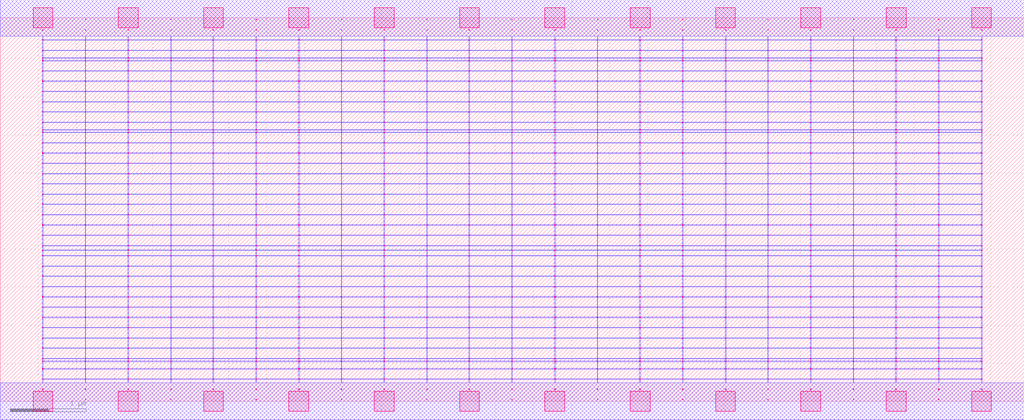
<source format=lef>
MACRO OAOOAI21221_DEBUG
 CLASS CORE ;
 FOREIGN OAOOAI21221_DEBUG 0 0 ;
 SIZE 13.44 BY 5.04 ;
 ORIGIN 0 0 ;
 SYMMETRY X Y R90 ;
 SITE unit ;

 OBS
    LAYER polycont ;
     RECT 6.71600000 2.58300000 6.72400000 2.59100000 ;
     RECT 6.71600000 2.71800000 6.72400000 2.72600000 ;
     RECT 6.71600000 2.85300000 6.72400000 2.86100000 ;
     RECT 6.71600000 2.98800000 6.72400000 2.99600000 ;
     RECT 8.95600000 2.58300000 8.96400000 2.59100000 ;
     RECT 9.51600000 2.58300000 9.52900000 2.59100000 ;
     RECT 10.07600000 2.58300000 10.08400000 2.59100000 ;
     RECT 10.63100000 2.58300000 10.64400000 2.59100000 ;
     RECT 11.19600000 2.58300000 11.20400000 2.59100000 ;
     RECT 11.75100000 2.58300000 11.76900000 2.59100000 ;
     RECT 12.31600000 2.58300000 12.32400000 2.59100000 ;
     RECT 12.87600000 2.58300000 12.88900000 2.59100000 ;
     RECT 7.27100000 2.58300000 7.28900000 2.59100000 ;
     RECT 7.27100000 2.71800000 7.28900000 2.72600000 ;
     RECT 7.83600000 2.71800000 7.84400000 2.72600000 ;
     RECT 8.39100000 2.71800000 8.40900000 2.72600000 ;
     RECT 8.95600000 2.71800000 8.96400000 2.72600000 ;
     RECT 9.51600000 2.71800000 9.52900000 2.72600000 ;
     RECT 10.07600000 2.71800000 10.08400000 2.72600000 ;
     RECT 10.63100000 2.71800000 10.64400000 2.72600000 ;
     RECT 11.19600000 2.71800000 11.20400000 2.72600000 ;
     RECT 11.75100000 2.71800000 11.76900000 2.72600000 ;
     RECT 12.31600000 2.71800000 12.32400000 2.72600000 ;
     RECT 12.87600000 2.71800000 12.88900000 2.72600000 ;
     RECT 7.83600000 2.58300000 7.84400000 2.59100000 ;
     RECT 7.27100000 2.85300000 7.28900000 2.86100000 ;
     RECT 7.83600000 2.85300000 7.84400000 2.86100000 ;
     RECT 8.39100000 2.85300000 8.40900000 2.86100000 ;
     RECT 8.95600000 2.85300000 8.96400000 2.86100000 ;
     RECT 9.51600000 2.85300000 9.52900000 2.86100000 ;
     RECT 10.07600000 2.85300000 10.08400000 2.86100000 ;
     RECT 10.63100000 2.85300000 10.64400000 2.86100000 ;
     RECT 11.19600000 2.85300000 11.20400000 2.86100000 ;
     RECT 11.75100000 2.85300000 11.76900000 2.86100000 ;
     RECT 12.31600000 2.85300000 12.32400000 2.86100000 ;
     RECT 12.87600000 2.85300000 12.88900000 2.86100000 ;
     RECT 8.39100000 2.58300000 8.40900000 2.59100000 ;
     RECT 7.27100000 2.98800000 7.28900000 2.99600000 ;
     RECT 7.83600000 2.98800000 7.84400000 2.99600000 ;
     RECT 8.39100000 2.98800000 8.40900000 2.99600000 ;
     RECT 8.95600000 2.98800000 8.96400000 2.99600000 ;
     RECT 9.51600000 2.98800000 9.52900000 2.99600000 ;
     RECT 10.07600000 2.98800000 10.08400000 2.99600000 ;
     RECT 10.63100000 2.98800000 10.64400000 2.99600000 ;
     RECT 11.19600000 2.98800000 11.20400000 2.99600000 ;
     RECT 11.75100000 2.98800000 11.76900000 2.99600000 ;
     RECT 12.31600000 2.98800000 12.32400000 2.99600000 ;
     RECT 12.87600000 2.98800000 12.88900000 2.99600000 ;
     RECT 10.07600000 3.12300000 10.08400000 3.13100000 ;
     RECT 10.07600000 3.25800000 10.08400000 3.26600000 ;
     RECT 10.07600000 3.39300000 10.08400000 3.40100000 ;
     RECT 10.07600000 3.52800000 10.08400000 3.53600000 ;
     RECT 10.07600000 3.56100000 10.08400000 3.56900000 ;
     RECT 10.07600000 3.66300000 10.08400000 3.67100000 ;
     RECT 10.07600000 3.79800000 10.08400000 3.80600000 ;
     RECT 10.07600000 3.93300000 10.08400000 3.94100000 ;
     RECT 10.07600000 4.06800000 10.08400000 4.07600000 ;
     RECT 10.07600000 4.20300000 10.08400000 4.21100000 ;
     RECT 10.07600000 4.33800000 10.08400000 4.34600000 ;
     RECT 10.07600000 4.47300000 10.08400000 4.48100000 ;
     RECT 10.07600000 4.51100000 10.08400000 4.51900000 ;
     RECT 10.07600000 4.60800000 10.08400000 4.61600000 ;
     RECT 10.07600000 4.74300000 10.08400000 4.75100000 ;
     RECT 10.07600000 4.87800000 10.08400000 4.88600000 ;
     RECT 5.03600000 2.71800000 5.04900000 2.72600000 ;
     RECT 5.59600000 2.71800000 5.60400000 2.72600000 ;
     RECT 6.15100000 2.71800000 6.16400000 2.72600000 ;
     RECT 1.11600000 2.58300000 1.12400000 2.59100000 ;
     RECT 1.67600000 2.58300000 1.68900000 2.59100000 ;
     RECT 0.55100000 2.98800000 0.56400000 2.99600000 ;
     RECT 1.11600000 2.98800000 1.12400000 2.99600000 ;
     RECT 1.67600000 2.98800000 1.68900000 2.99600000 ;
     RECT 2.23600000 2.98800000 2.24400000 2.99600000 ;
     RECT 2.79100000 2.98800000 2.80400000 2.99600000 ;
     RECT 3.35600000 2.98800000 3.36400000 2.99600000 ;
     RECT 3.91100000 2.98800000 3.92900000 2.99600000 ;
     RECT 4.47600000 2.98800000 4.48400000 2.99600000 ;
     RECT 5.03600000 2.98800000 5.04900000 2.99600000 ;
     RECT 5.59600000 2.98800000 5.60400000 2.99600000 ;
     RECT 6.15100000 2.98800000 6.16400000 2.99600000 ;
     RECT 2.23600000 2.58300000 2.24400000 2.59100000 ;
     RECT 2.79100000 2.58300000 2.80400000 2.59100000 ;
     RECT 3.35600000 2.58300000 3.36400000 2.59100000 ;
     RECT 3.91100000 2.58300000 3.92900000 2.59100000 ;
     RECT 4.47600000 2.58300000 4.48400000 2.59100000 ;
     RECT 5.03600000 2.58300000 5.04900000 2.59100000 ;
     RECT 5.59600000 2.58300000 5.60400000 2.59100000 ;
     RECT 6.15100000 2.58300000 6.16400000 2.59100000 ;
     RECT 0.55100000 2.58300000 0.56400000 2.59100000 ;
     RECT 0.55100000 2.71800000 0.56400000 2.72600000 ;
     RECT 0.55100000 2.85300000 0.56400000 2.86100000 ;
     RECT 1.11600000 2.85300000 1.12400000 2.86100000 ;
     RECT 2.23600000 3.12300000 2.24400000 3.13100000 ;
     RECT 5.59600000 3.12300000 5.60400000 3.13100000 ;
     RECT 1.67600000 2.85300000 1.68900000 2.86100000 ;
     RECT 2.23600000 3.25800000 2.24400000 3.26600000 ;
     RECT 5.59600000 3.25800000 5.60400000 3.26600000 ;
     RECT 2.23600000 2.85300000 2.24400000 2.86100000 ;
     RECT 2.23600000 3.39300000 2.24400000 3.40100000 ;
     RECT 5.59600000 3.39300000 5.60400000 3.40100000 ;
     RECT 2.79100000 2.85300000 2.80400000 2.86100000 ;
     RECT 2.23600000 3.52800000 2.24400000 3.53600000 ;
     RECT 5.59600000 3.52800000 5.60400000 3.53600000 ;
     RECT 3.35600000 2.85300000 3.36400000 2.86100000 ;
     RECT 2.23600000 3.56100000 2.24400000 3.56900000 ;
     RECT 5.59600000 3.56100000 5.60400000 3.56900000 ;
     RECT 3.91100000 2.85300000 3.92900000 2.86100000 ;
     RECT 2.23600000 3.66300000 2.24400000 3.67100000 ;
     RECT 5.59600000 3.66300000 5.60400000 3.67100000 ;
     RECT 4.47600000 2.85300000 4.48400000 2.86100000 ;
     RECT 2.23600000 3.79800000 2.24400000 3.80600000 ;
     RECT 5.59600000 3.79800000 5.60400000 3.80600000 ;
     RECT 5.03600000 2.85300000 5.04900000 2.86100000 ;
     RECT 2.23600000 3.93300000 2.24400000 3.94100000 ;
     RECT 5.59600000 3.93300000 5.60400000 3.94100000 ;
     RECT 5.59600000 2.85300000 5.60400000 2.86100000 ;
     RECT 2.23600000 4.06800000 2.24400000 4.07600000 ;
     RECT 5.59600000 4.06800000 5.60400000 4.07600000 ;
     RECT 6.15100000 2.85300000 6.16400000 2.86100000 ;
     RECT 2.23600000 4.20300000 2.24400000 4.21100000 ;
     RECT 5.59600000 4.20300000 5.60400000 4.21100000 ;
     RECT 1.11600000 2.71800000 1.12400000 2.72600000 ;
     RECT 2.23600000 4.33800000 2.24400000 4.34600000 ;
     RECT 5.59600000 4.33800000 5.60400000 4.34600000 ;
     RECT 1.67600000 2.71800000 1.68900000 2.72600000 ;
     RECT 2.23600000 4.47300000 2.24400000 4.48100000 ;
     RECT 5.59600000 4.47300000 5.60400000 4.48100000 ;
     RECT 2.23600000 2.71800000 2.24400000 2.72600000 ;
     RECT 2.23600000 4.51100000 2.24400000 4.51900000 ;
     RECT 5.59600000 4.51100000 5.60400000 4.51900000 ;
     RECT 2.79100000 2.71800000 2.80400000 2.72600000 ;
     RECT 2.23600000 4.60800000 2.24400000 4.61600000 ;
     RECT 5.59600000 4.60800000 5.60400000 4.61600000 ;
     RECT 3.35600000 2.71800000 3.36400000 2.72600000 ;
     RECT 2.23600000 4.74300000 2.24400000 4.75100000 ;
     RECT 5.59600000 4.74300000 5.60400000 4.75100000 ;
     RECT 3.91100000 2.71800000 3.92900000 2.72600000 ;
     RECT 2.23600000 4.87800000 2.24400000 4.88600000 ;
     RECT 5.59600000 4.87800000 5.60400000 4.88600000 ;
     RECT 4.47600000 2.71800000 4.48400000 2.72600000 ;
     RECT 2.23600000 0.15300000 2.24400000 0.16100000 ;
     RECT 2.23600000 0.28800000 2.24400000 0.29600000 ;
     RECT 2.23600000 0.42300000 2.24400000 0.43100000 ;
     RECT 2.23600000 0.52100000 2.24400000 0.52900000 ;
     RECT 2.23600000 0.55800000 2.24400000 0.56600000 ;
     RECT 2.23600000 0.69300000 2.24400000 0.70100000 ;
     RECT 2.23600000 0.82800000 2.24400000 0.83600000 ;
     RECT 2.23600000 0.96300000 2.24400000 0.97100000 ;
     RECT 2.23600000 1.09800000 2.24400000 1.10600000 ;
     RECT 2.23600000 1.23300000 2.24400000 1.24100000 ;
     RECT 2.23600000 1.36800000 2.24400000 1.37600000 ;
     RECT 2.23600000 1.50300000 2.24400000 1.51100000 ;
     RECT 2.23600000 1.63800000 2.24400000 1.64600000 ;
     RECT 2.23600000 1.77300000 2.24400000 1.78100000 ;
     RECT 2.23600000 1.90800000 2.24400000 1.91600000 ;
     RECT 2.23600000 1.98100000 2.24400000 1.98900000 ;
     RECT 2.23600000 2.04300000 2.24400000 2.05100000 ;
     RECT 2.23600000 2.17800000 2.24400000 2.18600000 ;
     RECT 2.23600000 2.31300000 2.24400000 2.32100000 ;
     RECT 2.23600000 2.44800000 2.24400000 2.45600000 ;
     RECT 11.19600000 0.52100000 11.20400000 0.52900000 ;
     RECT 11.19600000 2.04300000 11.20400000 2.05100000 ;
     RECT 11.75100000 2.04300000 11.76900000 2.05100000 ;
     RECT 12.31600000 2.04300000 12.32400000 2.05100000 ;
     RECT 12.87600000 2.04300000 12.88900000 2.05100000 ;
     RECT 11.75100000 0.52100000 11.76900000 0.52900000 ;
     RECT 11.19600000 2.17800000 11.20400000 2.18600000 ;
     RECT 11.75100000 2.17800000 11.76900000 2.18600000 ;
     RECT 12.31600000 2.17800000 12.32400000 2.18600000 ;
     RECT 12.87600000 2.17800000 12.88900000 2.18600000 ;
     RECT 12.31600000 0.52100000 12.32400000 0.52900000 ;
     RECT 11.19600000 2.31300000 11.20400000 2.32100000 ;
     RECT 11.75100000 2.31300000 11.76900000 2.32100000 ;
     RECT 12.31600000 2.31300000 12.32400000 2.32100000 ;
     RECT 12.87600000 2.31300000 12.88900000 2.32100000 ;
     RECT 12.87600000 0.52100000 12.88900000 0.52900000 ;
     RECT 11.19600000 2.44800000 11.20400000 2.45600000 ;
     RECT 11.75100000 2.44800000 11.76900000 2.45600000 ;
     RECT 12.31600000 2.44800000 12.32400000 2.45600000 ;
     RECT 12.87600000 2.44800000 12.88900000 2.45600000 ;
     RECT 12.87600000 0.15300000 12.88900000 0.16100000 ;
     RECT 11.19600000 0.55800000 11.20400000 0.56600000 ;
     RECT 11.75100000 0.55800000 11.76900000 0.56600000 ;
     RECT 12.31600000 0.55800000 12.32400000 0.56600000 ;
     RECT 12.87600000 0.55800000 12.88900000 0.56600000 ;
     RECT 11.19600000 0.15300000 11.20400000 0.16100000 ;
     RECT 11.19600000 0.69300000 11.20400000 0.70100000 ;
     RECT 11.75100000 0.69300000 11.76900000 0.70100000 ;
     RECT 12.31600000 0.69300000 12.32400000 0.70100000 ;
     RECT 12.87600000 0.69300000 12.88900000 0.70100000 ;
     RECT 11.19600000 0.28800000 11.20400000 0.29600000 ;
     RECT 11.19600000 0.82800000 11.20400000 0.83600000 ;
     RECT 11.75100000 0.82800000 11.76900000 0.83600000 ;
     RECT 12.31600000 0.82800000 12.32400000 0.83600000 ;
     RECT 12.87600000 0.82800000 12.88900000 0.83600000 ;
     RECT 11.75100000 0.28800000 11.76900000 0.29600000 ;
     RECT 11.19600000 0.96300000 11.20400000 0.97100000 ;
     RECT 11.75100000 0.96300000 11.76900000 0.97100000 ;
     RECT 12.31600000 0.96300000 12.32400000 0.97100000 ;
     RECT 12.87600000 0.96300000 12.88900000 0.97100000 ;
     RECT 12.31600000 0.28800000 12.32400000 0.29600000 ;
     RECT 11.19600000 1.09800000 11.20400000 1.10600000 ;
     RECT 11.75100000 1.09800000 11.76900000 1.10600000 ;
     RECT 12.31600000 1.09800000 12.32400000 1.10600000 ;
     RECT 12.87600000 1.09800000 12.88900000 1.10600000 ;
     RECT 12.87600000 0.28800000 12.88900000 0.29600000 ;
     RECT 11.19600000 1.23300000 11.20400000 1.24100000 ;
     RECT 11.75100000 1.23300000 11.76900000 1.24100000 ;
     RECT 12.31600000 1.23300000 12.32400000 1.24100000 ;
     RECT 12.87600000 1.23300000 12.88900000 1.24100000 ;
     RECT 11.75100000 0.15300000 11.76900000 0.16100000 ;
     RECT 11.19600000 1.36800000 11.20400000 1.37600000 ;
     RECT 11.75100000 1.36800000 11.76900000 1.37600000 ;
     RECT 12.31600000 1.36800000 12.32400000 1.37600000 ;
     RECT 12.87600000 1.36800000 12.88900000 1.37600000 ;
     RECT 11.19600000 0.42300000 11.20400000 0.43100000 ;
     RECT 11.19600000 1.50300000 11.20400000 1.51100000 ;
     RECT 11.75100000 1.50300000 11.76900000 1.51100000 ;
     RECT 12.31600000 1.50300000 12.32400000 1.51100000 ;
     RECT 12.87600000 1.50300000 12.88900000 1.51100000 ;
     RECT 11.75100000 0.42300000 11.76900000 0.43100000 ;
     RECT 11.19600000 1.63800000 11.20400000 1.64600000 ;
     RECT 11.75100000 1.63800000 11.76900000 1.64600000 ;
     RECT 12.31600000 1.63800000 12.32400000 1.64600000 ;
     RECT 12.87600000 1.63800000 12.88900000 1.64600000 ;
     RECT 12.31600000 0.42300000 12.32400000 0.43100000 ;
     RECT 11.19600000 1.77300000 11.20400000 1.78100000 ;
     RECT 11.75100000 1.77300000 11.76900000 1.78100000 ;
     RECT 12.31600000 1.77300000 12.32400000 1.78100000 ;
     RECT 12.87600000 1.77300000 12.88900000 1.78100000 ;
     RECT 12.87600000 0.42300000 12.88900000 0.43100000 ;
     RECT 11.19600000 1.90800000 11.20400000 1.91600000 ;
     RECT 11.75100000 1.90800000 11.76900000 1.91600000 ;
     RECT 12.31600000 1.90800000 12.32400000 1.91600000 ;
     RECT 12.87600000 1.90800000 12.88900000 1.91600000 ;
     RECT 12.31600000 0.15300000 12.32400000 0.16100000 ;
     RECT 11.19600000 1.98100000 11.20400000 1.98900000 ;
     RECT 11.75100000 1.98100000 11.76900000 1.98900000 ;
     RECT 12.31600000 1.98100000 12.32400000 1.98900000 ;
     RECT 12.87600000 1.98100000 12.88900000 1.98900000 ;

    LAYER pdiffc ;
     RECT 0.55100000 3.39300000 0.55900000 3.40100000 ;
     RECT 1.68100000 3.39300000 1.68900000 3.40100000 ;
     RECT 2.79100000 3.39300000 2.79900000 3.40100000 ;
     RECT 5.04100000 3.39300000 5.04900000 3.40100000 ;
     RECT 6.15100000 3.39300000 6.15900000 3.40100000 ;
     RECT 9.52100000 3.39300000 9.52900000 3.40100000 ;
     RECT 10.63100000 3.39300000 10.63900000 3.40100000 ;
     RECT 12.88100000 3.39300000 12.88900000 3.40100000 ;
     RECT 0.55100000 3.52800000 0.55900000 3.53600000 ;
     RECT 1.68100000 3.52800000 1.68900000 3.53600000 ;
     RECT 2.79100000 3.52800000 2.79900000 3.53600000 ;
     RECT 5.04100000 3.52800000 5.04900000 3.53600000 ;
     RECT 6.15100000 3.52800000 6.15900000 3.53600000 ;
     RECT 9.52100000 3.52800000 9.52900000 3.53600000 ;
     RECT 10.63100000 3.52800000 10.63900000 3.53600000 ;
     RECT 12.88100000 3.52800000 12.88900000 3.53600000 ;
     RECT 0.55100000 3.56100000 0.55900000 3.56900000 ;
     RECT 1.68100000 3.56100000 1.68900000 3.56900000 ;
     RECT 2.79100000 3.56100000 2.79900000 3.56900000 ;
     RECT 5.04100000 3.56100000 5.04900000 3.56900000 ;
     RECT 6.15100000 3.56100000 6.15900000 3.56900000 ;
     RECT 9.52100000 3.56100000 9.52900000 3.56900000 ;
     RECT 10.63100000 3.56100000 10.63900000 3.56900000 ;
     RECT 12.88100000 3.56100000 12.88900000 3.56900000 ;
     RECT 0.55100000 3.66300000 0.55900000 3.67100000 ;
     RECT 1.68100000 3.66300000 1.68900000 3.67100000 ;
     RECT 2.79100000 3.66300000 2.79900000 3.67100000 ;
     RECT 5.04100000 3.66300000 5.04900000 3.67100000 ;
     RECT 6.15100000 3.66300000 6.15900000 3.67100000 ;
     RECT 9.52100000 3.66300000 9.52900000 3.67100000 ;
     RECT 10.63100000 3.66300000 10.63900000 3.67100000 ;
     RECT 12.88100000 3.66300000 12.88900000 3.67100000 ;
     RECT 0.55100000 3.79800000 0.55900000 3.80600000 ;
     RECT 1.68100000 3.79800000 1.68900000 3.80600000 ;
     RECT 2.79100000 3.79800000 2.79900000 3.80600000 ;
     RECT 5.04100000 3.79800000 5.04900000 3.80600000 ;
     RECT 6.15100000 3.79800000 6.15900000 3.80600000 ;
     RECT 9.52100000 3.79800000 9.52900000 3.80600000 ;
     RECT 10.63100000 3.79800000 10.63900000 3.80600000 ;
     RECT 12.88100000 3.79800000 12.88900000 3.80600000 ;
     RECT 0.55100000 3.93300000 0.55900000 3.94100000 ;
     RECT 1.68100000 3.93300000 1.68900000 3.94100000 ;
     RECT 2.79100000 3.93300000 2.79900000 3.94100000 ;
     RECT 5.04100000 3.93300000 5.04900000 3.94100000 ;
     RECT 6.15100000 3.93300000 6.15900000 3.94100000 ;
     RECT 9.52100000 3.93300000 9.52900000 3.94100000 ;
     RECT 10.63100000 3.93300000 10.63900000 3.94100000 ;
     RECT 12.88100000 3.93300000 12.88900000 3.94100000 ;
     RECT 0.55100000 4.06800000 0.55900000 4.07600000 ;
     RECT 1.68100000 4.06800000 1.68900000 4.07600000 ;
     RECT 2.79100000 4.06800000 2.79900000 4.07600000 ;
     RECT 5.04100000 4.06800000 5.04900000 4.07600000 ;
     RECT 6.15100000 4.06800000 6.15900000 4.07600000 ;
     RECT 9.52100000 4.06800000 9.52900000 4.07600000 ;
     RECT 10.63100000 4.06800000 10.63900000 4.07600000 ;
     RECT 12.88100000 4.06800000 12.88900000 4.07600000 ;
     RECT 0.55100000 4.20300000 0.55900000 4.21100000 ;
     RECT 1.68100000 4.20300000 1.68900000 4.21100000 ;
     RECT 2.79100000 4.20300000 2.79900000 4.21100000 ;
     RECT 5.04100000 4.20300000 5.04900000 4.21100000 ;
     RECT 6.15100000 4.20300000 6.15900000 4.21100000 ;
     RECT 9.52100000 4.20300000 9.52900000 4.21100000 ;
     RECT 10.63100000 4.20300000 10.63900000 4.21100000 ;
     RECT 12.88100000 4.20300000 12.88900000 4.21100000 ;
     RECT 0.55100000 4.33800000 0.55900000 4.34600000 ;
     RECT 1.68100000 4.33800000 1.68900000 4.34600000 ;
     RECT 2.79100000 4.33800000 2.79900000 4.34600000 ;
     RECT 5.04100000 4.33800000 5.04900000 4.34600000 ;
     RECT 6.15100000 4.33800000 6.15900000 4.34600000 ;
     RECT 9.52100000 4.33800000 9.52900000 4.34600000 ;
     RECT 10.63100000 4.33800000 10.63900000 4.34600000 ;
     RECT 12.88100000 4.33800000 12.88900000 4.34600000 ;
     RECT 0.55100000 4.47300000 0.55900000 4.48100000 ;
     RECT 1.68100000 4.47300000 1.68900000 4.48100000 ;
     RECT 2.79100000 4.47300000 2.79900000 4.48100000 ;
     RECT 5.04100000 4.47300000 5.04900000 4.48100000 ;
     RECT 6.15100000 4.47300000 6.15900000 4.48100000 ;
     RECT 9.52100000 4.47300000 9.52900000 4.48100000 ;
     RECT 10.63100000 4.47300000 10.63900000 4.48100000 ;
     RECT 12.88100000 4.47300000 12.88900000 4.48100000 ;
     RECT 0.55100000 4.51100000 0.55900000 4.51900000 ;
     RECT 1.68100000 4.51100000 1.68900000 4.51900000 ;
     RECT 2.79100000 4.51100000 2.79900000 4.51900000 ;
     RECT 5.04100000 4.51100000 5.04900000 4.51900000 ;
     RECT 6.15100000 4.51100000 6.15900000 4.51900000 ;
     RECT 9.52100000 4.51100000 9.52900000 4.51900000 ;
     RECT 10.63100000 4.51100000 10.63900000 4.51900000 ;
     RECT 12.88100000 4.51100000 12.88900000 4.51900000 ;
     RECT 0.55100000 4.60800000 0.55900000 4.61600000 ;
     RECT 1.68100000 4.60800000 1.68900000 4.61600000 ;
     RECT 2.79100000 4.60800000 2.79900000 4.61600000 ;
     RECT 5.04100000 4.60800000 5.04900000 4.61600000 ;
     RECT 6.15100000 4.60800000 6.15900000 4.61600000 ;
     RECT 9.52100000 4.60800000 9.52900000 4.61600000 ;
     RECT 10.63100000 4.60800000 10.63900000 4.61600000 ;
     RECT 12.88100000 4.60800000 12.88900000 4.61600000 ;

    LAYER ndiffc ;
     RECT 6.15100000 0.42300000 6.16400000 0.43100000 ;
     RECT 7.27100000 0.42300000 7.28900000 0.43100000 ;
     RECT 8.39100000 0.42300000 8.40900000 0.43100000 ;
     RECT 9.51600000 0.42300000 9.52900000 0.43100000 ;
     RECT 10.63100000 0.42300000 10.64400000 0.43100000 ;
     RECT 6.15100000 0.52100000 6.16400000 0.52900000 ;
     RECT 7.27100000 0.52100000 7.28900000 0.52900000 ;
     RECT 8.39100000 0.52100000 8.40900000 0.52900000 ;
     RECT 9.51600000 0.52100000 9.52900000 0.52900000 ;
     RECT 10.63100000 0.52100000 10.64400000 0.52900000 ;
     RECT 6.15100000 0.55800000 6.16400000 0.56600000 ;
     RECT 7.27100000 0.55800000 7.28900000 0.56600000 ;
     RECT 8.39100000 0.55800000 8.40900000 0.56600000 ;
     RECT 9.51600000 0.55800000 9.52900000 0.56600000 ;
     RECT 10.63100000 0.55800000 10.64400000 0.56600000 ;
     RECT 6.15100000 0.69300000 6.16400000 0.70100000 ;
     RECT 7.27100000 0.69300000 7.28900000 0.70100000 ;
     RECT 8.39100000 0.69300000 8.40900000 0.70100000 ;
     RECT 9.51600000 0.69300000 9.52900000 0.70100000 ;
     RECT 10.63100000 0.69300000 10.64400000 0.70100000 ;
     RECT 6.15100000 0.82800000 6.16400000 0.83600000 ;
     RECT 7.27100000 0.82800000 7.28900000 0.83600000 ;
     RECT 8.39100000 0.82800000 8.40900000 0.83600000 ;
     RECT 9.51600000 0.82800000 9.52900000 0.83600000 ;
     RECT 10.63100000 0.82800000 10.64400000 0.83600000 ;
     RECT 6.15100000 0.96300000 6.16400000 0.97100000 ;
     RECT 7.27100000 0.96300000 7.28900000 0.97100000 ;
     RECT 8.39100000 0.96300000 8.40900000 0.97100000 ;
     RECT 9.51600000 0.96300000 9.52900000 0.97100000 ;
     RECT 10.63100000 0.96300000 10.64400000 0.97100000 ;
     RECT 6.15100000 1.09800000 6.16400000 1.10600000 ;
     RECT 7.27100000 1.09800000 7.28900000 1.10600000 ;
     RECT 8.39100000 1.09800000 8.40900000 1.10600000 ;
     RECT 9.51600000 1.09800000 9.52900000 1.10600000 ;
     RECT 10.63100000 1.09800000 10.64400000 1.10600000 ;
     RECT 6.15100000 1.23300000 6.16400000 1.24100000 ;
     RECT 7.27100000 1.23300000 7.28900000 1.24100000 ;
     RECT 8.39100000 1.23300000 8.40900000 1.24100000 ;
     RECT 9.51600000 1.23300000 9.52900000 1.24100000 ;
     RECT 10.63100000 1.23300000 10.64400000 1.24100000 ;
     RECT 6.15100000 1.36800000 6.16400000 1.37600000 ;
     RECT 7.27100000 1.36800000 7.28900000 1.37600000 ;
     RECT 8.39100000 1.36800000 8.40900000 1.37600000 ;
     RECT 9.51600000 1.36800000 9.52900000 1.37600000 ;
     RECT 10.63100000 1.36800000 10.64400000 1.37600000 ;
     RECT 6.15100000 1.50300000 6.16400000 1.51100000 ;
     RECT 7.27100000 1.50300000 7.28900000 1.51100000 ;
     RECT 8.39100000 1.50300000 8.40900000 1.51100000 ;
     RECT 9.51600000 1.50300000 9.52900000 1.51100000 ;
     RECT 10.63100000 1.50300000 10.64400000 1.51100000 ;
     RECT 6.15100000 1.63800000 6.16400000 1.64600000 ;
     RECT 7.27100000 1.63800000 7.28900000 1.64600000 ;
     RECT 8.39100000 1.63800000 8.40900000 1.64600000 ;
     RECT 9.51600000 1.63800000 9.52900000 1.64600000 ;
     RECT 10.63100000 1.63800000 10.64400000 1.64600000 ;
     RECT 6.15100000 1.77300000 6.16400000 1.78100000 ;
     RECT 7.27100000 1.77300000 7.28900000 1.78100000 ;
     RECT 8.39100000 1.77300000 8.40900000 1.78100000 ;
     RECT 9.51600000 1.77300000 9.52900000 1.78100000 ;
     RECT 10.63100000 1.77300000 10.64400000 1.78100000 ;
     RECT 6.15100000 1.90800000 6.16400000 1.91600000 ;
     RECT 7.27100000 1.90800000 7.28900000 1.91600000 ;
     RECT 8.39100000 1.90800000 8.40900000 1.91600000 ;
     RECT 9.51600000 1.90800000 9.52900000 1.91600000 ;
     RECT 10.63100000 1.90800000 10.64400000 1.91600000 ;
     RECT 6.15100000 1.98100000 6.16400000 1.98900000 ;
     RECT 7.27100000 1.98100000 7.28900000 1.98900000 ;
     RECT 8.39100000 1.98100000 8.40900000 1.98900000 ;
     RECT 9.51600000 1.98100000 9.52900000 1.98900000 ;
     RECT 10.63100000 1.98100000 10.64400000 1.98900000 ;
     RECT 6.15100000 2.04300000 6.16400000 2.05100000 ;
     RECT 7.27100000 2.04300000 7.28900000 2.05100000 ;
     RECT 8.39100000 2.04300000 8.40900000 2.05100000 ;
     RECT 9.51600000 2.04300000 9.52900000 2.05100000 ;
     RECT 10.63100000 2.04300000 10.64400000 2.05100000 ;
     RECT 0.55100000 0.42300000 0.56400000 0.43100000 ;
     RECT 1.67600000 0.42300000 1.68900000 0.43100000 ;
     RECT 2.79100000 0.42300000 2.80400000 0.43100000 ;
     RECT 3.91100000 0.42300000 3.92900000 0.43100000 ;
     RECT 5.03600000 0.42300000 5.04900000 0.43100000 ;
     RECT 0.55100000 1.36800000 0.56400000 1.37600000 ;
     RECT 1.67600000 1.36800000 1.68900000 1.37600000 ;
     RECT 2.79100000 1.36800000 2.80400000 1.37600000 ;
     RECT 3.91100000 1.36800000 3.92900000 1.37600000 ;
     RECT 5.03600000 1.36800000 5.04900000 1.37600000 ;
     RECT 0.55100000 0.82800000 0.56400000 0.83600000 ;
     RECT 1.67600000 0.82800000 1.68900000 0.83600000 ;
     RECT 2.79100000 0.82800000 2.80400000 0.83600000 ;
     RECT 3.91100000 0.82800000 3.92900000 0.83600000 ;
     RECT 5.03600000 0.82800000 5.04900000 0.83600000 ;
     RECT 0.55100000 1.50300000 0.56400000 1.51100000 ;
     RECT 1.67600000 1.50300000 1.68900000 1.51100000 ;
     RECT 2.79100000 1.50300000 2.80400000 1.51100000 ;
     RECT 3.91100000 1.50300000 3.92900000 1.51100000 ;
     RECT 5.03600000 1.50300000 5.04900000 1.51100000 ;
     RECT 0.55100000 0.55800000 0.56400000 0.56600000 ;
     RECT 1.67600000 0.55800000 1.68900000 0.56600000 ;
     RECT 2.79100000 0.55800000 2.80400000 0.56600000 ;
     RECT 3.91100000 0.55800000 3.92900000 0.56600000 ;
     RECT 5.03600000 0.55800000 5.04900000 0.56600000 ;
     RECT 0.55100000 1.63800000 0.56400000 1.64600000 ;
     RECT 1.67600000 1.63800000 1.68900000 1.64600000 ;
     RECT 2.79100000 1.63800000 2.80400000 1.64600000 ;
     RECT 3.91100000 1.63800000 3.92900000 1.64600000 ;
     RECT 5.03600000 1.63800000 5.04900000 1.64600000 ;
     RECT 0.55100000 0.96300000 0.56400000 0.97100000 ;
     RECT 1.67600000 0.96300000 1.68900000 0.97100000 ;
     RECT 2.79100000 0.96300000 2.80400000 0.97100000 ;
     RECT 3.91100000 0.96300000 3.92900000 0.97100000 ;
     RECT 5.03600000 0.96300000 5.04900000 0.97100000 ;
     RECT 0.55100000 1.77300000 0.56400000 1.78100000 ;
     RECT 1.67600000 1.77300000 1.68900000 1.78100000 ;
     RECT 2.79100000 1.77300000 2.80400000 1.78100000 ;
     RECT 3.91100000 1.77300000 3.92900000 1.78100000 ;
     RECT 5.03600000 1.77300000 5.04900000 1.78100000 ;
     RECT 0.55100000 0.52100000 0.56400000 0.52900000 ;
     RECT 1.67600000 0.52100000 1.68900000 0.52900000 ;
     RECT 2.79100000 0.52100000 2.80400000 0.52900000 ;
     RECT 3.91100000 0.52100000 3.92900000 0.52900000 ;
     RECT 5.03600000 0.52100000 5.04900000 0.52900000 ;
     RECT 0.55100000 1.90800000 0.56400000 1.91600000 ;
     RECT 1.67600000 1.90800000 1.68900000 1.91600000 ;
     RECT 2.79100000 1.90800000 2.80400000 1.91600000 ;
     RECT 3.91100000 1.90800000 3.92900000 1.91600000 ;
     RECT 5.03600000 1.90800000 5.04900000 1.91600000 ;
     RECT 0.55100000 1.09800000 0.56400000 1.10600000 ;
     RECT 1.67600000 1.09800000 1.68900000 1.10600000 ;
     RECT 2.79100000 1.09800000 2.80400000 1.10600000 ;
     RECT 3.91100000 1.09800000 3.92900000 1.10600000 ;
     RECT 5.03600000 1.09800000 5.04900000 1.10600000 ;
     RECT 0.55100000 1.98100000 0.56400000 1.98900000 ;
     RECT 1.67600000 1.98100000 1.68900000 1.98900000 ;
     RECT 2.79100000 1.98100000 2.80400000 1.98900000 ;
     RECT 3.91100000 1.98100000 3.92900000 1.98900000 ;
     RECT 5.03600000 1.98100000 5.04900000 1.98900000 ;
     RECT 0.55100000 0.69300000 0.56400000 0.70100000 ;
     RECT 1.67600000 0.69300000 1.68900000 0.70100000 ;
     RECT 2.79100000 0.69300000 2.80400000 0.70100000 ;
     RECT 3.91100000 0.69300000 3.92900000 0.70100000 ;
     RECT 5.03600000 0.69300000 5.04900000 0.70100000 ;
     RECT 0.55100000 2.04300000 0.56400000 2.05100000 ;
     RECT 1.67600000 2.04300000 1.68900000 2.05100000 ;
     RECT 2.79100000 2.04300000 2.80400000 2.05100000 ;
     RECT 3.91100000 2.04300000 3.92900000 2.05100000 ;
     RECT 5.03600000 2.04300000 5.04900000 2.05100000 ;
     RECT 0.55100000 1.23300000 0.56400000 1.24100000 ;
     RECT 1.67600000 1.23300000 1.68900000 1.24100000 ;
     RECT 2.79100000 1.23300000 2.80400000 1.24100000 ;
     RECT 3.91100000 1.23300000 3.92900000 1.24100000 ;
     RECT 5.03600000 1.23300000 5.04900000 1.24100000 ;

    LAYER met1 ;
     RECT 0.00000000 -0.24000000 13.44000000 0.24000000 ;
     RECT 6.71600000 0.24000000 6.72400000 0.28800000 ;
     RECT 0.55100000 0.28800000 12.88900000 0.29600000 ;
     RECT 6.71600000 0.29600000 6.72400000 0.42300000 ;
     RECT 0.55100000 0.42300000 12.88900000 0.43100000 ;
     RECT 6.71600000 0.43100000 6.72400000 0.52100000 ;
     RECT 0.55100000 0.52100000 12.88900000 0.52900000 ;
     RECT 6.71600000 0.52900000 6.72400000 0.55800000 ;
     RECT 0.55100000 0.55800000 12.88900000 0.56600000 ;
     RECT 6.71600000 0.56600000 6.72400000 0.69300000 ;
     RECT 0.55100000 0.69300000 12.88900000 0.70100000 ;
     RECT 6.71600000 0.70100000 6.72400000 0.82800000 ;
     RECT 0.55100000 0.82800000 12.88900000 0.83600000 ;
     RECT 6.71600000 0.83600000 6.72400000 0.96300000 ;
     RECT 0.55100000 0.96300000 12.88900000 0.97100000 ;
     RECT 6.71600000 0.97100000 6.72400000 1.09800000 ;
     RECT 0.55100000 1.09800000 12.88900000 1.10600000 ;
     RECT 6.71600000 1.10600000 6.72400000 1.23300000 ;
     RECT 0.55100000 1.23300000 12.88900000 1.24100000 ;
     RECT 6.71600000 1.24100000 6.72400000 1.36800000 ;
     RECT 0.55100000 1.36800000 12.88900000 1.37600000 ;
     RECT 6.71600000 1.37600000 6.72400000 1.50300000 ;
     RECT 0.55100000 1.50300000 12.88900000 1.51100000 ;
     RECT 6.71600000 1.51100000 6.72400000 1.63800000 ;
     RECT 0.55100000 1.63800000 12.88900000 1.64600000 ;
     RECT 6.71600000 1.64600000 6.72400000 1.77300000 ;
     RECT 0.55100000 1.77300000 12.88900000 1.78100000 ;
     RECT 6.71600000 1.78100000 6.72400000 1.90800000 ;
     RECT 0.55100000 1.90800000 12.88900000 1.91600000 ;
     RECT 6.71600000 1.91600000 6.72400000 1.98100000 ;
     RECT 0.55100000 1.98100000 12.88900000 1.98900000 ;
     RECT 6.71600000 1.98900000 6.72400000 2.04300000 ;
     RECT 0.55100000 2.04300000 12.88900000 2.05100000 ;
     RECT 6.71600000 2.05100000 6.72400000 2.17800000 ;
     RECT 0.55100000 2.17800000 12.88900000 2.18600000 ;
     RECT 6.71600000 2.18600000 6.72400000 2.31300000 ;
     RECT 0.55100000 2.31300000 12.88900000 2.32100000 ;
     RECT 6.71600000 2.32100000 6.72400000 2.44800000 ;
     RECT 0.55100000 2.44800000 12.88900000 2.45600000 ;
     RECT 0.55100000 2.45600000 0.56400000 2.58300000 ;
     RECT 1.11600000 2.45600000 1.12400000 2.58300000 ;
     RECT 1.67600000 2.45600000 1.68900000 2.58300000 ;
     RECT 2.23600000 2.45600000 2.24400000 2.58300000 ;
     RECT 2.79100000 2.45600000 2.80400000 2.58300000 ;
     RECT 3.35600000 2.45600000 3.36400000 2.58300000 ;
     RECT 3.91100000 2.45600000 3.92900000 2.58300000 ;
     RECT 4.47600000 2.45600000 4.48400000 2.58300000 ;
     RECT 5.03600000 2.45600000 5.04900000 2.58300000 ;
     RECT 5.59600000 2.45600000 5.60400000 2.58300000 ;
     RECT 6.15100000 2.45600000 6.16400000 2.58300000 ;
     RECT 6.71600000 2.45600000 6.72400000 2.58300000 ;
     RECT 7.27100000 2.45600000 7.28900000 2.58300000 ;
     RECT 7.83600000 2.45600000 7.84400000 2.58300000 ;
     RECT 8.39100000 2.45600000 8.40900000 2.58300000 ;
     RECT 8.95600000 2.45600000 8.96400000 2.58300000 ;
     RECT 9.51600000 2.45600000 9.52900000 2.58300000 ;
     RECT 10.07600000 2.45600000 10.08400000 2.58300000 ;
     RECT 10.63100000 2.45600000 10.64400000 2.58300000 ;
     RECT 11.19600000 2.45600000 11.20400000 2.58300000 ;
     RECT 11.75100000 2.45600000 11.76900000 2.58300000 ;
     RECT 12.31600000 2.45600000 12.32400000 2.58300000 ;
     RECT 12.87600000 2.45600000 12.88900000 2.58300000 ;
     RECT 0.55100000 2.58300000 12.88900000 2.59100000 ;
     RECT 6.71600000 2.59100000 6.72400000 2.71800000 ;
     RECT 0.55100000 2.71800000 12.88900000 2.72600000 ;
     RECT 6.71600000 2.72600000 6.72400000 2.85300000 ;
     RECT 0.55100000 2.85300000 12.88900000 2.86100000 ;
     RECT 6.71600000 2.86100000 6.72400000 2.98800000 ;
     RECT 0.55100000 2.98800000 12.88900000 2.99600000 ;
     RECT 6.71600000 2.99600000 6.72400000 3.12300000 ;
     RECT 0.55100000 3.12300000 12.88900000 3.13100000 ;
     RECT 6.71600000 3.13100000 6.72400000 3.25800000 ;
     RECT 0.55100000 3.25800000 12.88900000 3.26600000 ;
     RECT 6.71600000 3.26600000 6.72400000 3.39300000 ;
     RECT 0.55100000 3.39300000 12.88900000 3.40100000 ;
     RECT 6.71600000 3.40100000 6.72400000 3.52800000 ;
     RECT 0.55100000 3.52800000 12.88900000 3.53600000 ;
     RECT 6.71600000 3.53600000 6.72400000 3.56100000 ;
     RECT 0.55100000 3.56100000 12.88900000 3.56900000 ;
     RECT 6.71600000 3.56900000 6.72400000 3.66300000 ;
     RECT 0.55100000 3.66300000 12.88900000 3.67100000 ;
     RECT 6.71600000 3.67100000 6.72400000 3.79800000 ;
     RECT 0.55100000 3.79800000 12.88900000 3.80600000 ;
     RECT 6.71600000 3.80600000 6.72400000 3.93300000 ;
     RECT 0.55100000 3.93300000 12.88900000 3.94100000 ;
     RECT 6.71600000 3.94100000 6.72400000 4.06800000 ;
     RECT 0.55100000 4.06800000 12.88900000 4.07600000 ;
     RECT 6.71600000 4.07600000 6.72400000 4.20300000 ;
     RECT 0.55100000 4.20300000 12.88900000 4.21100000 ;
     RECT 6.71600000 4.21100000 6.72400000 4.33800000 ;
     RECT 0.55100000 4.33800000 12.88900000 4.34600000 ;
     RECT 6.71600000 4.34600000 6.72400000 4.47300000 ;
     RECT 0.55100000 4.47300000 12.88900000 4.48100000 ;
     RECT 6.71600000 4.48100000 6.72400000 4.51100000 ;
     RECT 0.55100000 4.51100000 12.88900000 4.51900000 ;
     RECT 6.71600000 4.51900000 6.72400000 4.60800000 ;
     RECT 0.55100000 4.60800000 12.88900000 4.61600000 ;
     RECT 6.71600000 4.61600000 6.72400000 4.74300000 ;
     RECT 0.55100000 4.74300000 12.88900000 4.75100000 ;
     RECT 6.71600000 4.75100000 6.72400000 4.80000000 ;
     RECT 0.00000000 4.80000000 13.44000000 5.28000000 ;
     RECT 10.07600000 2.59100000 10.08400000 2.71800000 ;
     RECT 10.07600000 2.99600000 10.08400000 3.12300000 ;
     RECT 10.07600000 3.13100000 10.08400000 3.25800000 ;
     RECT 10.07600000 3.26600000 10.08400000 3.39300000 ;
     RECT 10.07600000 3.40100000 10.08400000 3.52800000 ;
     RECT 10.07600000 3.53600000 10.08400000 3.56100000 ;
     RECT 10.07600000 3.56900000 10.08400000 3.66300000 ;
     RECT 10.07600000 3.67100000 10.08400000 3.79800000 ;
     RECT 10.07600000 2.72600000 10.08400000 2.85300000 ;
     RECT 7.27100000 3.80600000 7.28900000 3.93300000 ;
     RECT 7.83600000 3.80600000 7.84400000 3.93300000 ;
     RECT 8.39100000 3.80600000 8.40900000 3.93300000 ;
     RECT 8.95600000 3.80600000 8.96400000 3.93300000 ;
     RECT 9.51600000 3.80600000 9.52900000 3.93300000 ;
     RECT 10.07600000 3.80600000 10.08400000 3.93300000 ;
     RECT 10.63100000 3.80600000 10.64400000 3.93300000 ;
     RECT 11.19600000 3.80600000 11.20400000 3.93300000 ;
     RECT 11.75100000 3.80600000 11.76900000 3.93300000 ;
     RECT 12.31600000 3.80600000 12.32400000 3.93300000 ;
     RECT 12.87600000 3.80600000 12.88900000 3.93300000 ;
     RECT 10.07600000 3.94100000 10.08400000 4.06800000 ;
     RECT 10.07600000 4.07600000 10.08400000 4.20300000 ;
     RECT 10.07600000 4.21100000 10.08400000 4.33800000 ;
     RECT 10.07600000 4.34600000 10.08400000 4.47300000 ;
     RECT 10.07600000 4.48100000 10.08400000 4.51100000 ;
     RECT 10.07600000 2.86100000 10.08400000 2.98800000 ;
     RECT 10.07600000 4.51900000 10.08400000 4.60800000 ;
     RECT 10.07600000 4.61600000 10.08400000 4.74300000 ;
     RECT 10.07600000 4.75100000 10.08400000 4.80000000 ;
     RECT 11.75100000 4.07600000 11.76900000 4.20300000 ;
     RECT 12.31600000 4.07600000 12.32400000 4.20300000 ;
     RECT 12.87600000 4.07600000 12.88900000 4.20300000 ;
     RECT 11.19600000 3.94100000 11.20400000 4.06800000 ;
     RECT 10.63100000 4.21100000 10.64400000 4.33800000 ;
     RECT 11.19600000 4.21100000 11.20400000 4.33800000 ;
     RECT 11.75100000 4.21100000 11.76900000 4.33800000 ;
     RECT 12.31600000 4.21100000 12.32400000 4.33800000 ;
     RECT 12.87600000 4.21100000 12.88900000 4.33800000 ;
     RECT 11.75100000 3.94100000 11.76900000 4.06800000 ;
     RECT 10.63100000 4.34600000 10.64400000 4.47300000 ;
     RECT 11.19600000 4.34600000 11.20400000 4.47300000 ;
     RECT 11.75100000 4.34600000 11.76900000 4.47300000 ;
     RECT 12.31600000 4.34600000 12.32400000 4.47300000 ;
     RECT 12.87600000 4.34600000 12.88900000 4.47300000 ;
     RECT 12.31600000 3.94100000 12.32400000 4.06800000 ;
     RECT 10.63100000 4.48100000 10.64400000 4.51100000 ;
     RECT 11.19600000 4.48100000 11.20400000 4.51100000 ;
     RECT 11.75100000 4.48100000 11.76900000 4.51100000 ;
     RECT 12.31600000 4.48100000 12.32400000 4.51100000 ;
     RECT 12.87600000 4.48100000 12.88900000 4.51100000 ;
     RECT 12.87600000 3.94100000 12.88900000 4.06800000 ;
     RECT 10.63100000 3.94100000 10.64400000 4.06800000 ;
     RECT 10.63100000 4.51900000 10.64400000 4.60800000 ;
     RECT 11.19600000 4.51900000 11.20400000 4.60800000 ;
     RECT 11.75100000 4.51900000 11.76900000 4.60800000 ;
     RECT 12.31600000 4.51900000 12.32400000 4.60800000 ;
     RECT 12.87600000 4.51900000 12.88900000 4.60800000 ;
     RECT 10.63100000 4.07600000 10.64400000 4.20300000 ;
     RECT 10.63100000 4.61600000 10.64400000 4.74300000 ;
     RECT 11.19600000 4.61600000 11.20400000 4.74300000 ;
     RECT 11.75100000 4.61600000 11.76900000 4.74300000 ;
     RECT 12.31600000 4.61600000 12.32400000 4.74300000 ;
     RECT 12.87600000 4.61600000 12.88900000 4.74300000 ;
     RECT 11.19600000 4.07600000 11.20400000 4.20300000 ;
     RECT 10.63100000 4.75100000 10.64400000 4.80000000 ;
     RECT 11.19600000 4.75100000 11.20400000 4.80000000 ;
     RECT 11.75100000 4.75100000 11.76900000 4.80000000 ;
     RECT 12.31600000 4.75100000 12.32400000 4.80000000 ;
     RECT 12.87600000 4.75100000 12.88900000 4.80000000 ;
     RECT 8.39100000 4.21100000 8.40900000 4.33800000 ;
     RECT 8.95600000 4.21100000 8.96400000 4.33800000 ;
     RECT 9.51600000 4.21100000 9.52900000 4.33800000 ;
     RECT 7.83600000 4.07600000 7.84400000 4.20300000 ;
     RECT 8.39100000 4.07600000 8.40900000 4.20300000 ;
     RECT 8.95600000 4.07600000 8.96400000 4.20300000 ;
     RECT 9.51600000 4.07600000 9.52900000 4.20300000 ;
     RECT 7.27100000 4.51900000 7.28900000 4.60800000 ;
     RECT 7.83600000 4.51900000 7.84400000 4.60800000 ;
     RECT 8.39100000 4.51900000 8.40900000 4.60800000 ;
     RECT 8.95600000 4.51900000 8.96400000 4.60800000 ;
     RECT 9.51600000 4.51900000 9.52900000 4.60800000 ;
     RECT 7.83600000 3.94100000 7.84400000 4.06800000 ;
     RECT 8.39100000 3.94100000 8.40900000 4.06800000 ;
     RECT 7.27100000 4.34600000 7.28900000 4.47300000 ;
     RECT 7.83600000 4.34600000 7.84400000 4.47300000 ;
     RECT 8.39100000 4.34600000 8.40900000 4.47300000 ;
     RECT 8.95600000 4.34600000 8.96400000 4.47300000 ;
     RECT 7.27100000 4.61600000 7.28900000 4.74300000 ;
     RECT 7.83600000 4.61600000 7.84400000 4.74300000 ;
     RECT 8.39100000 4.61600000 8.40900000 4.74300000 ;
     RECT 8.95600000 4.61600000 8.96400000 4.74300000 ;
     RECT 9.51600000 4.61600000 9.52900000 4.74300000 ;
     RECT 9.51600000 4.34600000 9.52900000 4.47300000 ;
     RECT 8.95600000 3.94100000 8.96400000 4.06800000 ;
     RECT 9.51600000 3.94100000 9.52900000 4.06800000 ;
     RECT 7.27100000 3.94100000 7.28900000 4.06800000 ;
     RECT 7.27100000 4.07600000 7.28900000 4.20300000 ;
     RECT 7.27100000 4.21100000 7.28900000 4.33800000 ;
     RECT 7.27100000 4.75100000 7.28900000 4.80000000 ;
     RECT 7.83600000 4.75100000 7.84400000 4.80000000 ;
     RECT 8.39100000 4.75100000 8.40900000 4.80000000 ;
     RECT 8.95600000 4.75100000 8.96400000 4.80000000 ;
     RECT 9.51600000 4.75100000 9.52900000 4.80000000 ;
     RECT 7.83600000 4.21100000 7.84400000 4.33800000 ;
     RECT 7.27100000 4.48100000 7.28900000 4.51100000 ;
     RECT 7.83600000 4.48100000 7.84400000 4.51100000 ;
     RECT 8.39100000 4.48100000 8.40900000 4.51100000 ;
     RECT 8.95600000 4.48100000 8.96400000 4.51100000 ;
     RECT 9.51600000 4.48100000 9.52900000 4.51100000 ;
     RECT 7.83600000 2.99600000 7.84400000 3.12300000 ;
     RECT 7.27100000 2.59100000 7.28900000 2.71800000 ;
     RECT 8.39100000 2.86100000 8.40900000 2.98800000 ;
     RECT 8.95600000 2.86100000 8.96400000 2.98800000 ;
     RECT 7.27100000 3.40100000 7.28900000 3.52800000 ;
     RECT 7.83600000 3.40100000 7.84400000 3.52800000 ;
     RECT 8.39100000 3.40100000 8.40900000 3.52800000 ;
     RECT 8.95600000 3.40100000 8.96400000 3.52800000 ;
     RECT 9.51600000 3.40100000 9.52900000 3.52800000 ;
     RECT 8.39100000 2.99600000 8.40900000 3.12300000 ;
     RECT 7.83600000 2.59100000 7.84400000 2.71800000 ;
     RECT 7.27100000 2.72600000 7.28900000 2.85300000 ;
     RECT 7.27100000 3.53600000 7.28900000 3.56100000 ;
     RECT 7.83600000 3.53600000 7.84400000 3.56100000 ;
     RECT 8.39100000 3.53600000 8.40900000 3.56100000 ;
     RECT 9.51600000 2.86100000 9.52900000 2.98800000 ;
     RECT 8.95600000 3.53600000 8.96400000 3.56100000 ;
     RECT 9.51600000 3.53600000 9.52900000 3.56100000 ;
     RECT 8.95600000 2.99600000 8.96400000 3.12300000 ;
     RECT 7.83600000 2.72600000 7.84400000 2.85300000 ;
     RECT 8.39100000 2.72600000 8.40900000 2.85300000 ;
     RECT 7.27100000 3.56900000 7.28900000 3.66300000 ;
     RECT 7.83600000 3.56900000 7.84400000 3.66300000 ;
     RECT 8.39100000 3.56900000 8.40900000 3.66300000 ;
     RECT 8.95600000 3.56900000 8.96400000 3.66300000 ;
     RECT 9.51600000 3.56900000 9.52900000 3.66300000 ;
     RECT 8.39100000 2.59100000 8.40900000 2.71800000 ;
     RECT 8.95600000 2.59100000 8.96400000 2.71800000 ;
     RECT 9.51600000 2.99600000 9.52900000 3.12300000 ;
     RECT 8.95600000 2.72600000 8.96400000 2.85300000 ;
     RECT 9.51600000 2.72600000 9.52900000 2.85300000 ;
     RECT 7.27100000 3.67100000 7.28900000 3.79800000 ;
     RECT 7.83600000 3.67100000 7.84400000 3.79800000 ;
     RECT 8.39100000 3.67100000 8.40900000 3.79800000 ;
     RECT 8.95600000 3.67100000 8.96400000 3.79800000 ;
     RECT 9.51600000 3.67100000 9.52900000 3.79800000 ;
     RECT 9.51600000 2.59100000 9.52900000 2.71800000 ;
     RECT 7.27100000 3.13100000 7.28900000 3.25800000 ;
     RECT 7.83600000 3.13100000 7.84400000 3.25800000 ;
     RECT 7.27100000 2.86100000 7.28900000 2.98800000 ;
     RECT 7.83600000 2.86100000 7.84400000 2.98800000 ;
     RECT 8.39100000 3.13100000 8.40900000 3.25800000 ;
     RECT 8.95600000 3.13100000 8.96400000 3.25800000 ;
     RECT 9.51600000 3.13100000 9.52900000 3.25800000 ;
     RECT 7.27100000 2.99600000 7.28900000 3.12300000 ;
     RECT 7.27100000 3.26600000 7.28900000 3.39300000 ;
     RECT 7.83600000 3.26600000 7.84400000 3.39300000 ;
     RECT 8.39100000 3.26600000 8.40900000 3.39300000 ;
     RECT 8.95600000 3.26600000 8.96400000 3.39300000 ;
     RECT 9.51600000 3.26600000 9.52900000 3.39300000 ;
     RECT 10.63100000 3.13100000 10.64400000 3.25800000 ;
     RECT 11.19600000 3.13100000 11.20400000 3.25800000 ;
     RECT 10.63100000 3.56900000 10.64400000 3.66300000 ;
     RECT 12.31600000 2.72600000 12.32400000 2.85300000 ;
     RECT 12.87600000 2.72600000 12.88900000 2.85300000 ;
     RECT 11.19600000 3.56900000 11.20400000 3.66300000 ;
     RECT 11.75100000 3.56900000 11.76900000 3.66300000 ;
     RECT 12.31600000 3.56900000 12.32400000 3.66300000 ;
     RECT 12.87600000 3.56900000 12.88900000 3.66300000 ;
     RECT 11.75100000 3.13100000 11.76900000 3.25800000 ;
     RECT 12.31600000 3.13100000 12.32400000 3.25800000 ;
     RECT 12.87600000 3.13100000 12.88900000 3.25800000 ;
     RECT 11.75100000 2.59100000 11.76900000 2.71800000 ;
     RECT 10.63100000 3.40100000 10.64400000 3.52800000 ;
     RECT 11.19600000 3.40100000 11.20400000 3.52800000 ;
     RECT 11.75100000 3.40100000 11.76900000 3.52800000 ;
     RECT 12.31600000 3.40100000 12.32400000 3.52800000 ;
     RECT 10.63100000 3.67100000 10.64400000 3.79800000 ;
     RECT 11.19600000 3.67100000 11.20400000 3.79800000 ;
     RECT 11.75100000 3.67100000 11.76900000 3.79800000 ;
     RECT 12.31600000 3.67100000 12.32400000 3.79800000 ;
     RECT 12.87600000 3.67100000 12.88900000 3.79800000 ;
     RECT 12.87600000 3.40100000 12.88900000 3.52800000 ;
     RECT 10.63100000 2.86100000 10.64400000 2.98800000 ;
     RECT 11.19600000 2.86100000 11.20400000 2.98800000 ;
     RECT 10.63100000 2.72600000 10.64400000 2.85300000 ;
     RECT 12.31600000 2.59100000 12.32400000 2.71800000 ;
     RECT 11.19600000 2.59100000 11.20400000 2.71800000 ;
     RECT 10.63100000 2.99600000 10.64400000 3.12300000 ;
     RECT 11.19600000 2.99600000 11.20400000 3.12300000 ;
     RECT 11.75100000 2.99600000 11.76900000 3.12300000 ;
     RECT 12.31600000 2.99600000 12.32400000 3.12300000 ;
     RECT 12.87600000 2.99600000 12.88900000 3.12300000 ;
     RECT 10.63100000 3.26600000 10.64400000 3.39300000 ;
     RECT 10.63100000 3.53600000 10.64400000 3.56100000 ;
     RECT 11.19600000 3.53600000 11.20400000 3.56100000 ;
     RECT 11.75100000 2.86100000 11.76900000 2.98800000 ;
     RECT 12.31600000 2.86100000 12.32400000 2.98800000 ;
     RECT 11.75100000 3.53600000 11.76900000 3.56100000 ;
     RECT 11.19600000 2.72600000 11.20400000 2.85300000 ;
     RECT 11.75100000 2.72600000 11.76900000 2.85300000 ;
     RECT 12.31600000 3.53600000 12.32400000 3.56100000 ;
     RECT 12.87600000 3.53600000 12.88900000 3.56100000 ;
     RECT 11.19600000 3.26600000 11.20400000 3.39300000 ;
     RECT 11.75100000 3.26600000 11.76900000 3.39300000 ;
     RECT 12.31600000 3.26600000 12.32400000 3.39300000 ;
     RECT 12.87600000 3.26600000 12.88900000 3.39300000 ;
     RECT 12.87600000 2.59100000 12.88900000 2.71800000 ;
     RECT 10.63100000 2.59100000 10.64400000 2.71800000 ;
     RECT 12.87600000 2.86100000 12.88900000 2.98800000 ;
     RECT 4.47600000 3.80600000 4.48400000 3.93300000 ;
     RECT 5.03600000 3.80600000 5.04900000 3.93300000 ;
     RECT 5.59600000 3.80600000 5.60400000 3.93300000 ;
     RECT 6.15100000 3.80600000 6.16400000 3.93300000 ;
     RECT 3.35600000 2.59100000 3.36400000 2.71800000 ;
     RECT 3.35600000 3.94100000 3.36400000 4.06800000 ;
     RECT 3.35600000 2.99600000 3.36400000 3.12300000 ;
     RECT 3.35600000 3.40100000 3.36400000 3.52800000 ;
     RECT 3.35600000 4.07600000 3.36400000 4.20300000 ;
     RECT 3.35600000 4.21100000 3.36400000 4.33800000 ;
     RECT 3.35600000 3.53600000 3.36400000 3.56100000 ;
     RECT 3.35600000 4.34600000 3.36400000 4.47300000 ;
     RECT 3.35600000 3.13100000 3.36400000 3.25800000 ;
     RECT 3.35600000 4.48100000 3.36400000 4.51100000 ;
     RECT 3.35600000 3.56900000 3.36400000 3.66300000 ;
     RECT 3.35600000 2.86100000 3.36400000 2.98800000 ;
     RECT 3.35600000 4.51900000 3.36400000 4.60800000 ;
     RECT 3.35600000 4.61600000 3.36400000 4.74300000 ;
     RECT 3.35600000 3.67100000 3.36400000 3.79800000 ;
     RECT 3.35600000 2.72600000 3.36400000 2.85300000 ;
     RECT 3.35600000 4.75100000 3.36400000 4.80000000 ;
     RECT 3.35600000 3.26600000 3.36400000 3.39300000 ;
     RECT 0.55100000 3.80600000 0.56400000 3.93300000 ;
     RECT 1.11600000 3.80600000 1.12400000 3.93300000 ;
     RECT 1.67600000 3.80600000 1.68900000 3.93300000 ;
     RECT 2.23600000 3.80600000 2.24400000 3.93300000 ;
     RECT 2.79100000 3.80600000 2.80400000 3.93300000 ;
     RECT 3.35600000 3.80600000 3.36400000 3.93300000 ;
     RECT 3.91100000 3.80600000 3.92900000 3.93300000 ;
     RECT 5.03600000 4.34600000 5.04900000 4.47300000 ;
     RECT 5.59600000 4.34600000 5.60400000 4.47300000 ;
     RECT 6.15100000 4.34600000 6.16400000 4.47300000 ;
     RECT 4.47600000 3.94100000 4.48400000 4.06800000 ;
     RECT 5.03600000 3.94100000 5.04900000 4.06800000 ;
     RECT 3.91100000 4.48100000 3.92900000 4.51100000 ;
     RECT 4.47600000 4.48100000 4.48400000 4.51100000 ;
     RECT 5.03600000 4.48100000 5.04900000 4.51100000 ;
     RECT 5.59600000 4.48100000 5.60400000 4.51100000 ;
     RECT 6.15100000 4.48100000 6.16400000 4.51100000 ;
     RECT 3.91100000 4.07600000 3.92900000 4.20300000 ;
     RECT 4.47600000 4.07600000 4.48400000 4.20300000 ;
     RECT 5.03600000 4.07600000 5.04900000 4.20300000 ;
     RECT 3.91100000 4.51900000 3.92900000 4.60800000 ;
     RECT 4.47600000 4.51900000 4.48400000 4.60800000 ;
     RECT 5.03600000 4.51900000 5.04900000 4.60800000 ;
     RECT 5.59600000 4.51900000 5.60400000 4.60800000 ;
     RECT 6.15100000 4.51900000 6.16400000 4.60800000 ;
     RECT 5.59600000 4.07600000 5.60400000 4.20300000 ;
     RECT 3.91100000 4.61600000 3.92900000 4.74300000 ;
     RECT 4.47600000 4.61600000 4.48400000 4.74300000 ;
     RECT 5.03600000 4.61600000 5.04900000 4.74300000 ;
     RECT 5.59600000 4.61600000 5.60400000 4.74300000 ;
     RECT 6.15100000 4.61600000 6.16400000 4.74300000 ;
     RECT 6.15100000 4.07600000 6.16400000 4.20300000 ;
     RECT 5.59600000 3.94100000 5.60400000 4.06800000 ;
     RECT 3.91100000 4.21100000 3.92900000 4.33800000 ;
     RECT 3.91100000 4.75100000 3.92900000 4.80000000 ;
     RECT 4.47600000 4.75100000 4.48400000 4.80000000 ;
     RECT 5.03600000 4.75100000 5.04900000 4.80000000 ;
     RECT 5.59600000 4.75100000 5.60400000 4.80000000 ;
     RECT 6.15100000 4.75100000 6.16400000 4.80000000 ;
     RECT 4.47600000 4.21100000 4.48400000 4.33800000 ;
     RECT 5.03600000 4.21100000 5.04900000 4.33800000 ;
     RECT 5.59600000 4.21100000 5.60400000 4.33800000 ;
     RECT 6.15100000 4.21100000 6.16400000 4.33800000 ;
     RECT 6.15100000 3.94100000 6.16400000 4.06800000 ;
     RECT 3.91100000 3.94100000 3.92900000 4.06800000 ;
     RECT 3.91100000 4.34600000 3.92900000 4.47300000 ;
     RECT 4.47600000 4.34600000 4.48400000 4.47300000 ;
     RECT 2.23600000 4.51900000 2.24400000 4.60800000 ;
     RECT 2.79100000 4.51900000 2.80400000 4.60800000 ;
     RECT 0.55100000 4.34600000 0.56400000 4.47300000 ;
     RECT 1.11600000 4.34600000 1.12400000 4.47300000 ;
     RECT 1.67600000 4.34600000 1.68900000 4.47300000 ;
     RECT 2.23600000 4.34600000 2.24400000 4.47300000 ;
     RECT 2.79100000 4.34600000 2.80400000 4.47300000 ;
     RECT 1.11600000 3.94100000 1.12400000 4.06800000 ;
     RECT 0.55100000 4.61600000 0.56400000 4.74300000 ;
     RECT 1.11600000 4.61600000 1.12400000 4.74300000 ;
     RECT 1.67600000 4.61600000 1.68900000 4.74300000 ;
     RECT 2.23600000 4.61600000 2.24400000 4.74300000 ;
     RECT 2.79100000 4.61600000 2.80400000 4.74300000 ;
     RECT 1.67600000 3.94100000 1.68900000 4.06800000 ;
     RECT 0.55100000 4.07600000 0.56400000 4.20300000 ;
     RECT 0.55100000 4.21100000 0.56400000 4.33800000 ;
     RECT 1.11600000 4.21100000 1.12400000 4.33800000 ;
     RECT 1.67600000 4.21100000 1.68900000 4.33800000 ;
     RECT 2.23600000 4.21100000 2.24400000 4.33800000 ;
     RECT 0.55100000 4.48100000 0.56400000 4.51100000 ;
     RECT 1.11600000 4.48100000 1.12400000 4.51100000 ;
     RECT 0.55100000 4.75100000 0.56400000 4.80000000 ;
     RECT 1.11600000 4.75100000 1.12400000 4.80000000 ;
     RECT 1.67600000 4.75100000 1.68900000 4.80000000 ;
     RECT 2.23600000 4.75100000 2.24400000 4.80000000 ;
     RECT 2.79100000 4.75100000 2.80400000 4.80000000 ;
     RECT 1.67600000 4.48100000 1.68900000 4.51100000 ;
     RECT 2.23600000 4.48100000 2.24400000 4.51100000 ;
     RECT 2.79100000 4.48100000 2.80400000 4.51100000 ;
     RECT 2.79100000 4.21100000 2.80400000 4.33800000 ;
     RECT 1.11600000 4.07600000 1.12400000 4.20300000 ;
     RECT 1.67600000 4.07600000 1.68900000 4.20300000 ;
     RECT 2.23600000 4.07600000 2.24400000 4.20300000 ;
     RECT 2.79100000 4.07600000 2.80400000 4.20300000 ;
     RECT 2.23600000 3.94100000 2.24400000 4.06800000 ;
     RECT 2.79100000 3.94100000 2.80400000 4.06800000 ;
     RECT 0.55100000 3.94100000 0.56400000 4.06800000 ;
     RECT 0.55100000 4.51900000 0.56400000 4.60800000 ;
     RECT 1.11600000 4.51900000 1.12400000 4.60800000 ;
     RECT 1.67600000 4.51900000 1.68900000 4.60800000 ;
     RECT 1.67600000 2.99600000 1.68900000 3.12300000 ;
     RECT 2.23600000 2.99600000 2.24400000 3.12300000 ;
     RECT 2.79100000 2.99600000 2.80400000 3.12300000 ;
     RECT 2.23600000 2.59100000 2.24400000 2.71800000 ;
     RECT 1.67600000 2.86100000 1.68900000 2.98800000 ;
     RECT 1.67600000 2.72600000 1.68900000 2.85300000 ;
     RECT 2.23600000 2.72600000 2.24400000 2.85300000 ;
     RECT 2.79100000 2.72600000 2.80400000 2.85300000 ;
     RECT 0.55100000 3.67100000 0.56400000 3.79800000 ;
     RECT 1.11600000 3.67100000 1.12400000 3.79800000 ;
     RECT 1.67600000 3.67100000 1.68900000 3.79800000 ;
     RECT 2.23600000 3.67100000 2.24400000 3.79800000 ;
     RECT 2.79100000 3.67100000 2.80400000 3.79800000 ;
     RECT 2.23600000 2.86100000 2.24400000 2.98800000 ;
     RECT 0.55100000 3.13100000 0.56400000 3.25800000 ;
     RECT 1.11600000 3.13100000 1.12400000 3.25800000 ;
     RECT 1.67600000 3.13100000 1.68900000 3.25800000 ;
     RECT 2.23600000 3.13100000 2.24400000 3.25800000 ;
     RECT 2.79100000 3.13100000 2.80400000 3.25800000 ;
     RECT 2.79100000 2.59100000 2.80400000 2.71800000 ;
     RECT 0.55100000 3.56900000 0.56400000 3.66300000 ;
     RECT 1.11600000 3.56900000 1.12400000 3.66300000 ;
     RECT 1.67600000 3.56900000 1.68900000 3.66300000 ;
     RECT 1.67600000 2.59100000 1.68900000 2.71800000 ;
     RECT 0.55100000 2.99600000 0.56400000 3.12300000 ;
     RECT 0.55100000 3.40100000 0.56400000 3.52800000 ;
     RECT 0.55100000 3.26600000 0.56400000 3.39300000 ;
     RECT 1.11600000 3.26600000 1.12400000 3.39300000 ;
     RECT 1.67600000 3.26600000 1.68900000 3.39300000 ;
     RECT 2.23600000 3.26600000 2.24400000 3.39300000 ;
     RECT 1.11600000 3.40100000 1.12400000 3.52800000 ;
     RECT 1.11600000 3.53600000 1.12400000 3.56100000 ;
     RECT 1.67600000 3.53600000 1.68900000 3.56100000 ;
     RECT 2.23600000 3.53600000 2.24400000 3.56100000 ;
     RECT 2.79100000 3.53600000 2.80400000 3.56100000 ;
     RECT 1.67600000 3.40100000 1.68900000 3.52800000 ;
     RECT 1.11600000 2.72600000 1.12400000 2.85300000 ;
     RECT 0.55100000 2.86100000 0.56400000 2.98800000 ;
     RECT 2.23600000 3.56900000 2.24400000 3.66300000 ;
     RECT 2.79100000 3.56900000 2.80400000 3.66300000 ;
     RECT 1.11600000 2.86100000 1.12400000 2.98800000 ;
     RECT 2.79100000 3.26600000 2.80400000 3.39300000 ;
     RECT 2.79100000 2.86100000 2.80400000 2.98800000 ;
     RECT 2.23600000 3.40100000 2.24400000 3.52800000 ;
     RECT 0.55100000 2.59100000 0.56400000 2.71800000 ;
     RECT 1.11600000 2.59100000 1.12400000 2.71800000 ;
     RECT 0.55100000 2.72600000 0.56400000 2.85300000 ;
     RECT 0.55100000 3.53600000 0.56400000 3.56100000 ;
     RECT 2.79100000 3.40100000 2.80400000 3.52800000 ;
     RECT 1.11600000 2.99600000 1.12400000 3.12300000 ;
     RECT 6.15100000 2.72600000 6.16400000 2.85300000 ;
     RECT 4.47600000 2.99600000 4.48400000 3.12300000 ;
     RECT 5.03600000 2.99600000 5.04900000 3.12300000 ;
     RECT 5.59600000 2.99600000 5.60400000 3.12300000 ;
     RECT 6.15100000 2.99600000 6.16400000 3.12300000 ;
     RECT 3.91100000 2.59100000 3.92900000 2.71800000 ;
     RECT 4.47600000 2.59100000 4.48400000 2.71800000 ;
     RECT 3.91100000 3.56900000 3.92900000 3.66300000 ;
     RECT 4.47600000 3.56900000 4.48400000 3.66300000 ;
     RECT 5.03600000 3.56900000 5.04900000 3.66300000 ;
     RECT 5.59600000 3.56900000 5.60400000 3.66300000 ;
     RECT 6.15100000 3.56900000 6.16400000 3.66300000 ;
     RECT 5.03600000 3.13100000 5.04900000 3.25800000 ;
     RECT 5.59600000 3.13100000 5.60400000 3.25800000 ;
     RECT 3.91100000 3.67100000 3.92900000 3.79800000 ;
     RECT 4.47600000 3.67100000 4.48400000 3.79800000 ;
     RECT 5.03600000 3.67100000 5.04900000 3.79800000 ;
     RECT 5.59600000 3.67100000 5.60400000 3.79800000 ;
     RECT 6.15100000 3.67100000 6.16400000 3.79800000 ;
     RECT 6.15100000 3.13100000 6.16400000 3.25800000 ;
     RECT 3.91100000 2.72600000 3.92900000 2.85300000 ;
     RECT 4.47600000 2.72600000 4.48400000 2.85300000 ;
     RECT 5.03600000 2.59100000 5.04900000 2.71800000 ;
     RECT 5.59600000 2.59100000 5.60400000 2.71800000 ;
     RECT 6.15100000 2.59100000 6.16400000 2.71800000 ;
     RECT 6.15100000 3.26600000 6.16400000 3.39300000 ;
     RECT 3.91100000 3.53600000 3.92900000 3.56100000 ;
     RECT 4.47600000 3.53600000 4.48400000 3.56100000 ;
     RECT 5.03600000 3.53600000 5.04900000 3.56100000 ;
     RECT 3.91100000 3.13100000 3.92900000 3.25800000 ;
     RECT 4.47600000 3.13100000 4.48400000 3.25800000 ;
     RECT 5.59600000 3.53600000 5.60400000 3.56100000 ;
     RECT 6.15100000 3.53600000 6.16400000 3.56100000 ;
     RECT 5.03600000 2.72600000 5.04900000 2.85300000 ;
     RECT 5.59600000 2.72600000 5.60400000 2.85300000 ;
     RECT 3.91100000 2.86100000 3.92900000 2.98800000 ;
     RECT 4.47600000 2.86100000 4.48400000 2.98800000 ;
     RECT 5.03600000 2.86100000 5.04900000 2.98800000 ;
     RECT 5.59600000 2.86100000 5.60400000 2.98800000 ;
     RECT 3.91100000 3.26600000 3.92900000 3.39300000 ;
     RECT 4.47600000 3.26600000 4.48400000 3.39300000 ;
     RECT 5.03600000 3.26600000 5.04900000 3.39300000 ;
     RECT 5.59600000 3.26600000 5.60400000 3.39300000 ;
     RECT 6.15100000 2.86100000 6.16400000 2.98800000 ;
     RECT 3.91100000 3.40100000 3.92900000 3.52800000 ;
     RECT 4.47600000 3.40100000 4.48400000 3.52800000 ;
     RECT 5.03600000 3.40100000 5.04900000 3.52800000 ;
     RECT 5.59600000 3.40100000 5.60400000 3.52800000 ;
     RECT 6.15100000 3.40100000 6.16400000 3.52800000 ;
     RECT 3.91100000 2.99600000 3.92900000 3.12300000 ;
     RECT 0.55100000 1.10600000 0.56400000 1.23300000 ;
     RECT 1.11600000 1.10600000 1.12400000 1.23300000 ;
     RECT 1.67600000 1.10600000 1.68900000 1.23300000 ;
     RECT 2.23600000 1.10600000 2.24400000 1.23300000 ;
     RECT 2.79100000 1.10600000 2.80400000 1.23300000 ;
     RECT 3.35600000 1.10600000 3.36400000 1.23300000 ;
     RECT 3.91100000 1.10600000 3.92900000 1.23300000 ;
     RECT 4.47600000 1.10600000 4.48400000 1.23300000 ;
     RECT 5.03600000 1.10600000 5.04900000 1.23300000 ;
     RECT 5.59600000 1.10600000 5.60400000 1.23300000 ;
     RECT 6.15100000 1.10600000 6.16400000 1.23300000 ;
     RECT 3.35600000 1.24100000 3.36400000 1.36800000 ;
     RECT 3.35600000 0.29600000 3.36400000 0.42300000 ;
     RECT 3.35600000 1.37600000 3.36400000 1.50300000 ;
     RECT 3.35600000 1.51100000 3.36400000 1.63800000 ;
     RECT 3.35600000 1.64600000 3.36400000 1.77300000 ;
     RECT 3.35600000 1.78100000 3.36400000 1.90800000 ;
     RECT 3.35600000 1.91600000 3.36400000 1.98100000 ;
     RECT 3.35600000 1.98900000 3.36400000 2.04300000 ;
     RECT 3.35600000 0.43100000 3.36400000 0.52100000 ;
     RECT 3.35600000 2.05100000 3.36400000 2.17800000 ;
     RECT 3.35600000 2.18600000 3.36400000 2.31300000 ;
     RECT 3.35600000 2.32100000 3.36400000 2.44800000 ;
     RECT 3.35600000 0.24000000 3.36400000 0.28800000 ;
     RECT 3.35600000 0.52900000 3.36400000 0.55800000 ;
     RECT 3.35600000 0.56600000 3.36400000 0.69300000 ;
     RECT 3.35600000 0.70100000 3.36400000 0.82800000 ;
     RECT 3.35600000 0.83600000 3.36400000 0.96300000 ;
     RECT 3.35600000 0.97100000 3.36400000 1.09800000 ;
     RECT 6.15100000 1.51100000 6.16400000 1.63800000 ;
     RECT 5.59600000 1.24100000 5.60400000 1.36800000 ;
     RECT 3.91100000 1.64600000 3.92900000 1.77300000 ;
     RECT 4.47600000 1.64600000 4.48400000 1.77300000 ;
     RECT 5.03600000 1.64600000 5.04900000 1.77300000 ;
     RECT 5.59600000 1.64600000 5.60400000 1.77300000 ;
     RECT 6.15100000 1.64600000 6.16400000 1.77300000 ;
     RECT 6.15100000 1.24100000 6.16400000 1.36800000 ;
     RECT 3.91100000 1.78100000 3.92900000 1.90800000 ;
     RECT 4.47600000 1.78100000 4.48400000 1.90800000 ;
     RECT 5.03600000 1.78100000 5.04900000 1.90800000 ;
     RECT 5.59600000 1.78100000 5.60400000 1.90800000 ;
     RECT 6.15100000 1.78100000 6.16400000 1.90800000 ;
     RECT 3.91100000 1.24100000 3.92900000 1.36800000 ;
     RECT 3.91100000 1.91600000 3.92900000 1.98100000 ;
     RECT 4.47600000 1.91600000 4.48400000 1.98100000 ;
     RECT 5.03600000 1.91600000 5.04900000 1.98100000 ;
     RECT 5.59600000 1.91600000 5.60400000 1.98100000 ;
     RECT 6.15100000 1.91600000 6.16400000 1.98100000 ;
     RECT 4.47600000 1.24100000 4.48400000 1.36800000 ;
     RECT 3.91100000 1.98900000 3.92900000 2.04300000 ;
     RECT 4.47600000 1.98900000 4.48400000 2.04300000 ;
     RECT 5.03600000 1.98900000 5.04900000 2.04300000 ;
     RECT 5.59600000 1.98900000 5.60400000 2.04300000 ;
     RECT 6.15100000 1.98900000 6.16400000 2.04300000 ;
     RECT 3.91100000 1.37600000 3.92900000 1.50300000 ;
     RECT 4.47600000 1.37600000 4.48400000 1.50300000 ;
     RECT 3.91100000 2.05100000 3.92900000 2.17800000 ;
     RECT 4.47600000 2.05100000 4.48400000 2.17800000 ;
     RECT 5.03600000 2.05100000 5.04900000 2.17800000 ;
     RECT 5.59600000 2.05100000 5.60400000 2.17800000 ;
     RECT 6.15100000 2.05100000 6.16400000 2.17800000 ;
     RECT 5.03600000 1.37600000 5.04900000 1.50300000 ;
     RECT 3.91100000 2.18600000 3.92900000 2.31300000 ;
     RECT 4.47600000 2.18600000 4.48400000 2.31300000 ;
     RECT 5.03600000 2.18600000 5.04900000 2.31300000 ;
     RECT 5.59600000 2.18600000 5.60400000 2.31300000 ;
     RECT 6.15100000 2.18600000 6.16400000 2.31300000 ;
     RECT 5.59600000 1.37600000 5.60400000 1.50300000 ;
     RECT 3.91100000 2.32100000 3.92900000 2.44800000 ;
     RECT 4.47600000 2.32100000 4.48400000 2.44800000 ;
     RECT 5.03600000 2.32100000 5.04900000 2.44800000 ;
     RECT 5.59600000 2.32100000 5.60400000 2.44800000 ;
     RECT 6.15100000 2.32100000 6.16400000 2.44800000 ;
     RECT 6.15100000 1.37600000 6.16400000 1.50300000 ;
     RECT 5.03600000 1.24100000 5.04900000 1.36800000 ;
     RECT 3.91100000 1.51100000 3.92900000 1.63800000 ;
     RECT 4.47600000 1.51100000 4.48400000 1.63800000 ;
     RECT 5.03600000 1.51100000 5.04900000 1.63800000 ;
     RECT 5.59600000 1.51100000 5.60400000 1.63800000 ;
     RECT 1.11600000 1.98900000 1.12400000 2.04300000 ;
     RECT 1.67600000 1.98900000 1.68900000 2.04300000 ;
     RECT 2.23600000 1.98900000 2.24400000 2.04300000 ;
     RECT 2.79100000 1.98900000 2.80400000 2.04300000 ;
     RECT 2.23600000 1.64600000 2.24400000 1.77300000 ;
     RECT 2.79100000 1.64600000 2.80400000 1.77300000 ;
     RECT 2.79100000 1.24100000 2.80400000 1.36800000 ;
     RECT 0.55100000 1.24100000 0.56400000 1.36800000 ;
     RECT 1.11600000 1.24100000 1.12400000 1.36800000 ;
     RECT 0.55100000 1.37600000 0.56400000 1.50300000 ;
     RECT 0.55100000 1.51100000 0.56400000 1.63800000 ;
     RECT 0.55100000 2.05100000 0.56400000 2.17800000 ;
     RECT 1.11600000 2.05100000 1.12400000 2.17800000 ;
     RECT 1.67600000 2.05100000 1.68900000 2.17800000 ;
     RECT 2.23600000 2.05100000 2.24400000 2.17800000 ;
     RECT 2.79100000 2.05100000 2.80400000 2.17800000 ;
     RECT 1.11600000 1.51100000 1.12400000 1.63800000 ;
     RECT 0.55100000 1.78100000 0.56400000 1.90800000 ;
     RECT 1.11600000 1.78100000 1.12400000 1.90800000 ;
     RECT 1.67600000 1.78100000 1.68900000 1.90800000 ;
     RECT 2.23600000 1.78100000 2.24400000 1.90800000 ;
     RECT 2.79100000 1.78100000 2.80400000 1.90800000 ;
     RECT 0.55100000 2.18600000 0.56400000 2.31300000 ;
     RECT 1.11600000 2.18600000 1.12400000 2.31300000 ;
     RECT 1.67600000 2.18600000 1.68900000 2.31300000 ;
     RECT 2.23600000 2.18600000 2.24400000 2.31300000 ;
     RECT 2.79100000 2.18600000 2.80400000 2.31300000 ;
     RECT 1.67600000 1.51100000 1.68900000 1.63800000 ;
     RECT 2.23600000 1.51100000 2.24400000 1.63800000 ;
     RECT 2.79100000 1.51100000 2.80400000 1.63800000 ;
     RECT 1.11600000 1.37600000 1.12400000 1.50300000 ;
     RECT 1.67600000 1.37600000 1.68900000 1.50300000 ;
     RECT 2.23600000 1.37600000 2.24400000 1.50300000 ;
     RECT 0.55100000 2.32100000 0.56400000 2.44800000 ;
     RECT 1.11600000 2.32100000 1.12400000 2.44800000 ;
     RECT 1.67600000 2.32100000 1.68900000 2.44800000 ;
     RECT 2.23600000 2.32100000 2.24400000 2.44800000 ;
     RECT 2.79100000 2.32100000 2.80400000 2.44800000 ;
     RECT 0.55100000 1.91600000 0.56400000 1.98100000 ;
     RECT 1.11600000 1.91600000 1.12400000 1.98100000 ;
     RECT 1.67600000 1.91600000 1.68900000 1.98100000 ;
     RECT 2.23600000 1.91600000 2.24400000 1.98100000 ;
     RECT 2.79100000 1.91600000 2.80400000 1.98100000 ;
     RECT 2.79100000 1.37600000 2.80400000 1.50300000 ;
     RECT 1.67600000 1.24100000 1.68900000 1.36800000 ;
     RECT 2.23600000 1.24100000 2.24400000 1.36800000 ;
     RECT 0.55100000 1.64600000 0.56400000 1.77300000 ;
     RECT 1.11600000 1.64600000 1.12400000 1.77300000 ;
     RECT 1.67600000 1.64600000 1.68900000 1.77300000 ;
     RECT 0.55100000 1.98900000 0.56400000 2.04300000 ;
     RECT 1.67600000 0.43100000 1.68900000 0.52100000 ;
     RECT 2.23600000 0.43100000 2.24400000 0.52100000 ;
     RECT 2.79100000 0.29600000 2.80400000 0.42300000 ;
     RECT 2.79100000 0.43100000 2.80400000 0.52100000 ;
     RECT 1.67600000 0.29600000 1.68900000 0.42300000 ;
     RECT 2.79100000 0.24000000 2.80400000 0.28800000 ;
     RECT 1.67600000 0.24000000 1.68900000 0.28800000 ;
     RECT 0.55100000 0.52900000 0.56400000 0.55800000 ;
     RECT 1.11600000 0.52900000 1.12400000 0.55800000 ;
     RECT 1.67600000 0.52900000 1.68900000 0.55800000 ;
     RECT 2.23600000 0.52900000 2.24400000 0.55800000 ;
     RECT 2.79100000 0.52900000 2.80400000 0.55800000 ;
     RECT 0.55100000 0.43100000 0.56400000 0.52100000 ;
     RECT 0.55100000 0.56600000 0.56400000 0.69300000 ;
     RECT 1.11600000 0.56600000 1.12400000 0.69300000 ;
     RECT 1.67600000 0.56600000 1.68900000 0.69300000 ;
     RECT 2.23600000 0.56600000 2.24400000 0.69300000 ;
     RECT 2.79100000 0.56600000 2.80400000 0.69300000 ;
     RECT 1.11600000 0.43100000 1.12400000 0.52100000 ;
     RECT 0.55100000 0.70100000 0.56400000 0.82800000 ;
     RECT 1.11600000 0.70100000 1.12400000 0.82800000 ;
     RECT 1.67600000 0.70100000 1.68900000 0.82800000 ;
     RECT 2.23600000 0.70100000 2.24400000 0.82800000 ;
     RECT 2.79100000 0.70100000 2.80400000 0.82800000 ;
     RECT 2.23600000 0.24000000 2.24400000 0.28800000 ;
     RECT 0.55100000 0.24000000 0.56400000 0.28800000 ;
     RECT 0.55100000 0.83600000 0.56400000 0.96300000 ;
     RECT 1.11600000 0.83600000 1.12400000 0.96300000 ;
     RECT 1.67600000 0.83600000 1.68900000 0.96300000 ;
     RECT 2.23600000 0.83600000 2.24400000 0.96300000 ;
     RECT 2.79100000 0.83600000 2.80400000 0.96300000 ;
     RECT 1.11600000 0.29600000 1.12400000 0.42300000 ;
     RECT 1.11600000 0.24000000 1.12400000 0.28800000 ;
     RECT 0.55100000 0.29600000 0.56400000 0.42300000 ;
     RECT 0.55100000 0.97100000 0.56400000 1.09800000 ;
     RECT 1.11600000 0.97100000 1.12400000 1.09800000 ;
     RECT 1.67600000 0.97100000 1.68900000 1.09800000 ;
     RECT 2.23600000 0.97100000 2.24400000 1.09800000 ;
     RECT 2.79100000 0.97100000 2.80400000 1.09800000 ;
     RECT 2.23600000 0.29600000 2.24400000 0.42300000 ;
     RECT 5.03600000 0.56600000 5.04900000 0.69300000 ;
     RECT 5.59600000 0.56600000 5.60400000 0.69300000 ;
     RECT 6.15100000 0.56600000 6.16400000 0.69300000 ;
     RECT 5.03600000 0.24000000 5.04900000 0.28800000 ;
     RECT 5.59600000 0.24000000 5.60400000 0.28800000 ;
     RECT 3.91100000 0.29600000 3.92900000 0.42300000 ;
     RECT 5.59600000 0.29600000 5.60400000 0.42300000 ;
     RECT 6.15100000 0.29600000 6.16400000 0.42300000 ;
     RECT 3.91100000 0.43100000 3.92900000 0.52100000 ;
     RECT 4.47600000 0.43100000 4.48400000 0.52100000 ;
     RECT 6.15100000 0.97100000 6.16400000 1.09800000 ;
     RECT 3.91100000 0.70100000 3.92900000 0.82800000 ;
     RECT 4.47600000 0.70100000 4.48400000 0.82800000 ;
     RECT 5.03600000 0.70100000 5.04900000 0.82800000 ;
     RECT 5.59600000 0.70100000 5.60400000 0.82800000 ;
     RECT 6.15100000 0.70100000 6.16400000 0.82800000 ;
     RECT 6.15100000 0.24000000 6.16400000 0.28800000 ;
     RECT 3.91100000 0.52900000 3.92900000 0.55800000 ;
     RECT 4.47600000 0.52900000 4.48400000 0.55800000 ;
     RECT 5.03600000 0.52900000 5.04900000 0.55800000 ;
     RECT 5.59600000 0.52900000 5.60400000 0.55800000 ;
     RECT 6.15100000 0.52900000 6.16400000 0.55800000 ;
     RECT 3.91100000 0.24000000 3.92900000 0.28800000 ;
     RECT 4.47600000 0.24000000 4.48400000 0.28800000 ;
     RECT 3.91100000 0.83600000 3.92900000 0.96300000 ;
     RECT 4.47600000 0.83600000 4.48400000 0.96300000 ;
     RECT 5.03600000 0.83600000 5.04900000 0.96300000 ;
     RECT 5.59600000 0.83600000 5.60400000 0.96300000 ;
     RECT 6.15100000 0.83600000 6.16400000 0.96300000 ;
     RECT 5.59600000 0.97100000 5.60400000 1.09800000 ;
     RECT 5.03600000 0.43100000 5.04900000 0.52100000 ;
     RECT 5.59600000 0.43100000 5.60400000 0.52100000 ;
     RECT 6.15100000 0.43100000 6.16400000 0.52100000 ;
     RECT 4.47600000 0.29600000 4.48400000 0.42300000 ;
     RECT 5.03600000 0.29600000 5.04900000 0.42300000 ;
     RECT 3.91100000 0.56600000 3.92900000 0.69300000 ;
     RECT 4.47600000 0.56600000 4.48400000 0.69300000 ;
     RECT 3.91100000 0.97100000 3.92900000 1.09800000 ;
     RECT 4.47600000 0.97100000 4.48400000 1.09800000 ;
     RECT 5.03600000 0.97100000 5.04900000 1.09800000 ;
     RECT 10.07600000 1.78100000 10.08400000 1.90800000 ;
     RECT 10.07600000 0.97100000 10.08400000 1.09800000 ;
     RECT 10.07600000 1.91600000 10.08400000 1.98100000 ;
     RECT 10.07600000 0.56600000 10.08400000 0.69300000 ;
     RECT 7.27100000 1.10600000 7.28900000 1.23300000 ;
     RECT 7.83600000 1.10600000 7.84400000 1.23300000 ;
     RECT 8.39100000 1.10600000 8.40900000 1.23300000 ;
     RECT 10.07600000 1.98900000 10.08400000 2.04300000 ;
     RECT 8.95600000 1.10600000 8.96400000 1.23300000 ;
     RECT 9.51600000 1.10600000 9.52900000 1.23300000 ;
     RECT 10.07600000 1.10600000 10.08400000 1.23300000 ;
     RECT 10.63100000 1.10600000 10.64400000 1.23300000 ;
     RECT 11.19600000 1.10600000 11.20400000 1.23300000 ;
     RECT 11.75100000 1.10600000 11.76900000 1.23300000 ;
     RECT 12.31600000 1.10600000 12.32400000 1.23300000 ;
     RECT 12.87600000 1.10600000 12.88900000 1.23300000 ;
     RECT 10.07600000 0.43100000 10.08400000 0.52100000 ;
     RECT 10.07600000 2.05100000 10.08400000 2.17800000 ;
     RECT 10.07600000 2.18600000 10.08400000 2.31300000 ;
     RECT 10.07600000 1.24100000 10.08400000 1.36800000 ;
     RECT 10.07600000 0.29600000 10.08400000 0.42300000 ;
     RECT 10.07600000 2.32100000 10.08400000 2.44800000 ;
     RECT 10.07600000 0.70100000 10.08400000 0.82800000 ;
     RECT 10.07600000 1.37600000 10.08400000 1.50300000 ;
     RECT 10.07600000 0.24000000 10.08400000 0.28800000 ;
     RECT 10.07600000 1.51100000 10.08400000 1.63800000 ;
     RECT 10.07600000 0.52900000 10.08400000 0.55800000 ;
     RECT 10.07600000 0.83600000 10.08400000 0.96300000 ;
     RECT 10.07600000 1.64600000 10.08400000 1.77300000 ;
     RECT 11.75100000 1.91600000 11.76900000 1.98100000 ;
     RECT 12.31600000 1.91600000 12.32400000 1.98100000 ;
     RECT 12.87600000 1.91600000 12.88900000 1.98100000 ;
     RECT 10.63100000 1.78100000 10.64400000 1.90800000 ;
     RECT 11.19600000 1.78100000 11.20400000 1.90800000 ;
     RECT 11.75100000 1.78100000 11.76900000 1.90800000 ;
     RECT 10.63100000 2.05100000 10.64400000 2.17800000 ;
     RECT 11.19600000 2.05100000 11.20400000 2.17800000 ;
     RECT 11.75100000 2.05100000 11.76900000 2.17800000 ;
     RECT 12.31600000 2.05100000 12.32400000 2.17800000 ;
     RECT 12.87600000 2.05100000 12.88900000 2.17800000 ;
     RECT 12.31600000 1.78100000 12.32400000 1.90800000 ;
     RECT 10.63100000 2.18600000 10.64400000 2.31300000 ;
     RECT 11.19600000 2.18600000 11.20400000 2.31300000 ;
     RECT 11.75100000 2.18600000 11.76900000 2.31300000 ;
     RECT 12.31600000 2.18600000 12.32400000 2.31300000 ;
     RECT 12.87600000 2.18600000 12.88900000 2.31300000 ;
     RECT 12.87600000 1.78100000 12.88900000 1.90800000 ;
     RECT 10.63100000 1.24100000 10.64400000 1.36800000 ;
     RECT 11.19600000 1.24100000 11.20400000 1.36800000 ;
     RECT 11.75100000 1.24100000 11.76900000 1.36800000 ;
     RECT 12.31600000 1.24100000 12.32400000 1.36800000 ;
     RECT 12.87600000 1.24100000 12.88900000 1.36800000 ;
     RECT 10.63100000 1.98900000 10.64400000 2.04300000 ;
     RECT 11.19600000 1.98900000 11.20400000 2.04300000 ;
     RECT 10.63100000 2.32100000 10.64400000 2.44800000 ;
     RECT 11.19600000 2.32100000 11.20400000 2.44800000 ;
     RECT 11.75100000 2.32100000 11.76900000 2.44800000 ;
     RECT 12.31600000 2.32100000 12.32400000 2.44800000 ;
     RECT 12.87600000 2.32100000 12.88900000 2.44800000 ;
     RECT 11.75100000 1.98900000 11.76900000 2.04300000 ;
     RECT 12.31600000 1.98900000 12.32400000 2.04300000 ;
     RECT 10.63100000 1.37600000 10.64400000 1.50300000 ;
     RECT 11.19600000 1.37600000 11.20400000 1.50300000 ;
     RECT 11.75100000 1.37600000 11.76900000 1.50300000 ;
     RECT 12.31600000 1.37600000 12.32400000 1.50300000 ;
     RECT 12.87600000 1.37600000 12.88900000 1.50300000 ;
     RECT 12.87600000 1.98900000 12.88900000 2.04300000 ;
     RECT 12.87600000 1.64600000 12.88900000 1.77300000 ;
     RECT 10.63100000 1.51100000 10.64400000 1.63800000 ;
     RECT 11.19600000 1.51100000 11.20400000 1.63800000 ;
     RECT 11.75100000 1.51100000 11.76900000 1.63800000 ;
     RECT 12.31600000 1.51100000 12.32400000 1.63800000 ;
     RECT 12.87600000 1.51100000 12.88900000 1.63800000 ;
     RECT 12.31600000 1.64600000 12.32400000 1.77300000 ;
     RECT 10.63100000 1.91600000 10.64400000 1.98100000 ;
     RECT 11.19600000 1.91600000 11.20400000 1.98100000 ;
     RECT 10.63100000 1.64600000 10.64400000 1.77300000 ;
     RECT 11.19600000 1.64600000 11.20400000 1.77300000 ;
     RECT 11.75100000 1.64600000 11.76900000 1.77300000 ;
     RECT 7.27100000 2.05100000 7.28900000 2.17800000 ;
     RECT 7.83600000 2.05100000 7.84400000 2.17800000 ;
     RECT 8.39100000 2.05100000 8.40900000 2.17800000 ;
     RECT 8.95600000 2.05100000 8.96400000 2.17800000 ;
     RECT 7.27100000 2.32100000 7.28900000 2.44800000 ;
     RECT 7.83600000 2.32100000 7.84400000 2.44800000 ;
     RECT 8.39100000 2.32100000 8.40900000 2.44800000 ;
     RECT 8.95600000 2.32100000 8.96400000 2.44800000 ;
     RECT 9.51600000 2.32100000 9.52900000 2.44800000 ;
     RECT 9.51600000 2.05100000 9.52900000 2.17800000 ;
     RECT 8.39100000 1.78100000 8.40900000 1.90800000 ;
     RECT 8.95600000 1.78100000 8.96400000 1.90800000 ;
     RECT 9.51600000 1.78100000 9.52900000 1.90800000 ;
     RECT 7.27100000 1.78100000 7.28900000 1.90800000 ;
     RECT 7.83600000 1.78100000 7.84400000 1.90800000 ;
     RECT 7.27100000 1.91600000 7.28900000 1.98100000 ;
     RECT 7.27100000 1.37600000 7.28900000 1.50300000 ;
     RECT 7.83600000 1.37600000 7.84400000 1.50300000 ;
     RECT 8.39100000 1.37600000 8.40900000 1.50300000 ;
     RECT 8.95600000 1.37600000 8.96400000 1.50300000 ;
     RECT 9.51600000 1.37600000 9.52900000 1.50300000 ;
     RECT 7.27100000 1.24100000 7.28900000 1.36800000 ;
     RECT 7.83600000 1.24100000 7.84400000 1.36800000 ;
     RECT 8.39100000 1.24100000 8.40900000 1.36800000 ;
     RECT 8.95600000 1.24100000 8.96400000 1.36800000 ;
     RECT 9.51600000 1.24100000 9.52900000 1.36800000 ;
     RECT 7.27100000 2.18600000 7.28900000 2.31300000 ;
     RECT 7.83600000 2.18600000 7.84400000 2.31300000 ;
     RECT 7.27100000 1.51100000 7.28900000 1.63800000 ;
     RECT 7.83600000 1.51100000 7.84400000 1.63800000 ;
     RECT 8.39100000 1.51100000 8.40900000 1.63800000 ;
     RECT 8.95600000 1.51100000 8.96400000 1.63800000 ;
     RECT 9.51600000 1.51100000 9.52900000 1.63800000 ;
     RECT 8.39100000 2.18600000 8.40900000 2.31300000 ;
     RECT 8.95600000 2.18600000 8.96400000 2.31300000 ;
     RECT 9.51600000 2.18600000 9.52900000 2.31300000 ;
     RECT 7.83600000 1.91600000 7.84400000 1.98100000 ;
     RECT 8.39100000 1.91600000 8.40900000 1.98100000 ;
     RECT 8.95600000 1.91600000 8.96400000 1.98100000 ;
     RECT 9.51600000 1.91600000 9.52900000 1.98100000 ;
     RECT 7.27100000 1.98900000 7.28900000 2.04300000 ;
     RECT 7.27100000 1.64600000 7.28900000 1.77300000 ;
     RECT 7.83600000 1.64600000 7.84400000 1.77300000 ;
     RECT 8.39100000 1.64600000 8.40900000 1.77300000 ;
     RECT 8.95600000 1.64600000 8.96400000 1.77300000 ;
     RECT 9.51600000 1.64600000 9.52900000 1.77300000 ;
     RECT 7.83600000 1.98900000 7.84400000 2.04300000 ;
     RECT 8.39100000 1.98900000 8.40900000 2.04300000 ;
     RECT 8.95600000 1.98900000 8.96400000 2.04300000 ;
     RECT 9.51600000 1.98900000 9.52900000 2.04300000 ;
     RECT 8.95600000 0.29600000 8.96400000 0.42300000 ;
     RECT 9.51600000 0.29600000 9.52900000 0.42300000 ;
     RECT 9.51600000 0.56600000 9.52900000 0.69300000 ;
     RECT 7.27100000 0.70100000 7.28900000 0.82800000 ;
     RECT 8.39100000 0.24000000 8.40900000 0.28800000 ;
     RECT 8.95600000 0.24000000 8.96400000 0.28800000 ;
     RECT 9.51600000 0.24000000 9.52900000 0.28800000 ;
     RECT 7.83600000 0.70100000 7.84400000 0.82800000 ;
     RECT 7.27100000 0.52900000 7.28900000 0.55800000 ;
     RECT 7.83600000 0.52900000 7.84400000 0.55800000 ;
     RECT 8.39100000 0.52900000 8.40900000 0.55800000 ;
     RECT 8.95600000 0.52900000 8.96400000 0.55800000 ;
     RECT 9.51600000 0.52900000 9.52900000 0.55800000 ;
     RECT 8.39100000 0.70100000 8.40900000 0.82800000 ;
     RECT 8.95600000 0.70100000 8.96400000 0.82800000 ;
     RECT 7.27100000 0.24000000 7.28900000 0.28800000 ;
     RECT 7.83600000 0.24000000 7.84400000 0.28800000 ;
     RECT 7.27100000 0.29600000 7.28900000 0.42300000 ;
     RECT 7.83600000 0.97100000 7.84400000 1.09800000 ;
     RECT 8.39100000 0.97100000 8.40900000 1.09800000 ;
     RECT 9.51600000 0.43100000 9.52900000 0.52100000 ;
     RECT 8.95600000 0.97100000 8.96400000 1.09800000 ;
     RECT 9.51600000 0.97100000 9.52900000 1.09800000 ;
     RECT 7.27100000 0.97100000 7.28900000 1.09800000 ;
     RECT 7.83600000 0.29600000 7.84400000 0.42300000 ;
     RECT 7.27100000 0.83600000 7.28900000 0.96300000 ;
     RECT 7.83600000 0.83600000 7.84400000 0.96300000 ;
     RECT 8.39100000 0.83600000 8.40900000 0.96300000 ;
     RECT 8.95600000 0.83600000 8.96400000 0.96300000 ;
     RECT 9.51600000 0.83600000 9.52900000 0.96300000 ;
     RECT 7.27100000 0.43100000 7.28900000 0.52100000 ;
     RECT 9.51600000 0.70100000 9.52900000 0.82800000 ;
     RECT 7.83600000 0.43100000 7.84400000 0.52100000 ;
     RECT 8.39100000 0.43100000 8.40900000 0.52100000 ;
     RECT 8.95600000 0.43100000 8.96400000 0.52100000 ;
     RECT 7.27100000 0.56600000 7.28900000 0.69300000 ;
     RECT 7.83600000 0.56600000 7.84400000 0.69300000 ;
     RECT 8.39100000 0.56600000 8.40900000 0.69300000 ;
     RECT 8.95600000 0.56600000 8.96400000 0.69300000 ;
     RECT 8.39100000 0.29600000 8.40900000 0.42300000 ;
     RECT 12.31600000 0.52900000 12.32400000 0.55800000 ;
     RECT 12.87600000 0.52900000 12.88900000 0.55800000 ;
     RECT 10.63100000 0.24000000 10.64400000 0.28800000 ;
     RECT 11.19600000 0.24000000 11.20400000 0.28800000 ;
     RECT 11.75100000 0.24000000 11.76900000 0.28800000 ;
     RECT 12.31600000 0.24000000 12.32400000 0.28800000 ;
     RECT 12.87600000 0.24000000 12.88900000 0.28800000 ;
     RECT 11.19600000 0.52900000 11.20400000 0.55800000 ;
     RECT 10.63100000 0.56600000 10.64400000 0.69300000 ;
     RECT 11.19600000 0.56600000 11.20400000 0.69300000 ;
     RECT 11.75100000 0.52900000 11.76900000 0.55800000 ;
     RECT 10.63100000 0.97100000 10.64400000 1.09800000 ;
     RECT 11.19600000 0.97100000 11.20400000 1.09800000 ;
     RECT 10.63100000 0.70100000 10.64400000 0.82800000 ;
     RECT 11.19600000 0.70100000 11.20400000 0.82800000 ;
     RECT 11.75100000 0.70100000 11.76900000 0.82800000 ;
     RECT 12.31600000 0.70100000 12.32400000 0.82800000 ;
     RECT 10.63100000 0.43100000 10.64400000 0.52100000 ;
     RECT 11.19600000 0.43100000 11.20400000 0.52100000 ;
     RECT 11.75100000 0.43100000 11.76900000 0.52100000 ;
     RECT 12.31600000 0.43100000 12.32400000 0.52100000 ;
     RECT 12.87600000 0.43100000 12.88900000 0.52100000 ;
     RECT 11.75100000 0.97100000 11.76900000 1.09800000 ;
     RECT 12.31600000 0.97100000 12.32400000 1.09800000 ;
     RECT 10.63100000 0.29600000 10.64400000 0.42300000 ;
     RECT 10.63100000 0.83600000 10.64400000 0.96300000 ;
     RECT 11.19600000 0.83600000 11.20400000 0.96300000 ;
     RECT 11.75100000 0.83600000 11.76900000 0.96300000 ;
     RECT 12.31600000 0.83600000 12.32400000 0.96300000 ;
     RECT 12.87600000 0.83600000 12.88900000 0.96300000 ;
     RECT 10.63100000 0.52900000 10.64400000 0.55800000 ;
     RECT 11.19600000 0.29600000 11.20400000 0.42300000 ;
     RECT 12.87600000 0.97100000 12.88900000 1.09800000 ;
     RECT 11.75100000 0.56600000 11.76900000 0.69300000 ;
     RECT 12.87600000 0.70100000 12.88900000 0.82800000 ;
     RECT 11.75100000 0.29600000 11.76900000 0.42300000 ;
     RECT 12.31600000 0.29600000 12.32400000 0.42300000 ;
     RECT 12.87600000 0.29600000 12.88900000 0.42300000 ;
     RECT 12.31600000 0.56600000 12.32400000 0.69300000 ;
     RECT 12.87600000 0.56600000 12.88900000 0.69300000 ;

    LAYER via1 ;
     RECT 6.71600000 0.01800000 6.72400000 0.02600000 ;
     RECT 6.71600000 0.15300000 6.72400000 0.16100000 ;
     RECT 6.71600000 0.28800000 6.72400000 0.29600000 ;
     RECT 6.71600000 0.42300000 6.72400000 0.43100000 ;
     RECT 6.71600000 0.52100000 6.72400000 0.52900000 ;
     RECT 6.71600000 0.55800000 6.72400000 0.56600000 ;
     RECT 6.71600000 0.69300000 6.72400000 0.70100000 ;
     RECT 6.71600000 0.82800000 6.72400000 0.83600000 ;
     RECT 6.71600000 0.96300000 6.72400000 0.97100000 ;
     RECT 6.71600000 1.09800000 6.72400000 1.10600000 ;
     RECT 6.71600000 1.23300000 6.72400000 1.24100000 ;
     RECT 6.71600000 1.36800000 6.72400000 1.37600000 ;
     RECT 6.71600000 1.50300000 6.72400000 1.51100000 ;
     RECT 6.71600000 1.63800000 6.72400000 1.64600000 ;
     RECT 6.71600000 1.77300000 6.72400000 1.78100000 ;
     RECT 6.71600000 1.90800000 6.72400000 1.91600000 ;
     RECT 6.71600000 1.98100000 6.72400000 1.98900000 ;
     RECT 6.71600000 2.04300000 6.72400000 2.05100000 ;
     RECT 6.71600000 2.17800000 6.72400000 2.18600000 ;
     RECT 6.71600000 2.31300000 6.72400000 2.32100000 ;
     RECT 6.71600000 2.44800000 6.72400000 2.45600000 ;
     RECT 6.71600000 2.58300000 6.72400000 2.59100000 ;
     RECT 6.71600000 2.71800000 6.72400000 2.72600000 ;
     RECT 6.71600000 2.85300000 6.72400000 2.86100000 ;
     RECT 6.71600000 2.98800000 6.72400000 2.99600000 ;
     RECT 6.71600000 3.12300000 6.72400000 3.13100000 ;
     RECT 6.71600000 3.25800000 6.72400000 3.26600000 ;
     RECT 6.71600000 3.39300000 6.72400000 3.40100000 ;
     RECT 6.71600000 3.52800000 6.72400000 3.53600000 ;
     RECT 6.71600000 3.56100000 6.72400000 3.56900000 ;
     RECT 6.71600000 3.66300000 6.72400000 3.67100000 ;
     RECT 6.71600000 3.79800000 6.72400000 3.80600000 ;
     RECT 6.71600000 3.93300000 6.72400000 3.94100000 ;
     RECT 6.71600000 4.06800000 6.72400000 4.07600000 ;
     RECT 6.71600000 4.20300000 6.72400000 4.21100000 ;
     RECT 6.71600000 4.33800000 6.72400000 4.34600000 ;
     RECT 6.71600000 4.47300000 6.72400000 4.48100000 ;
     RECT 6.71600000 4.51100000 6.72400000 4.51900000 ;
     RECT 6.71600000 4.60800000 6.72400000 4.61600000 ;
     RECT 6.71600000 4.74300000 6.72400000 4.75100000 ;
     RECT 6.71600000 4.87800000 6.72400000 4.88600000 ;
     RECT 6.71600000 5.01300000 6.72400000 5.02100000 ;
     RECT 10.07600000 3.93300000 10.08400000 3.94100000 ;
     RECT 10.63100000 3.93300000 10.64400000 3.94100000 ;
     RECT 11.19600000 3.93300000 11.20400000 3.94100000 ;
     RECT 11.75100000 3.93300000 11.76900000 3.94100000 ;
     RECT 12.31600000 3.93300000 12.32400000 3.94100000 ;
     RECT 12.87600000 3.93300000 12.88900000 3.94100000 ;
     RECT 10.07600000 4.06800000 10.08400000 4.07600000 ;
     RECT 10.63100000 4.06800000 10.64400000 4.07600000 ;
     RECT 11.19600000 4.06800000 11.20400000 4.07600000 ;
     RECT 11.75100000 4.06800000 11.76900000 4.07600000 ;
     RECT 12.31600000 4.06800000 12.32400000 4.07600000 ;
     RECT 12.87600000 4.06800000 12.88900000 4.07600000 ;
     RECT 10.07600000 4.20300000 10.08400000 4.21100000 ;
     RECT 10.63100000 4.20300000 10.64400000 4.21100000 ;
     RECT 11.19600000 4.20300000 11.20400000 4.21100000 ;
     RECT 11.75100000 4.20300000 11.76900000 4.21100000 ;
     RECT 12.31600000 4.20300000 12.32400000 4.21100000 ;
     RECT 12.87600000 4.20300000 12.88900000 4.21100000 ;
     RECT 10.07600000 4.33800000 10.08400000 4.34600000 ;
     RECT 10.63100000 4.33800000 10.64400000 4.34600000 ;
     RECT 11.19600000 4.33800000 11.20400000 4.34600000 ;
     RECT 11.75100000 4.33800000 11.76900000 4.34600000 ;
     RECT 12.31600000 4.33800000 12.32400000 4.34600000 ;
     RECT 12.87600000 4.33800000 12.88900000 4.34600000 ;
     RECT 10.07600000 4.47300000 10.08400000 4.48100000 ;
     RECT 10.63100000 4.47300000 10.64400000 4.48100000 ;
     RECT 11.19600000 4.47300000 11.20400000 4.48100000 ;
     RECT 11.75100000 4.47300000 11.76900000 4.48100000 ;
     RECT 12.31600000 4.47300000 12.32400000 4.48100000 ;
     RECT 12.87600000 4.47300000 12.88900000 4.48100000 ;
     RECT 10.07600000 4.51100000 10.08400000 4.51900000 ;
     RECT 10.63100000 4.51100000 10.64400000 4.51900000 ;
     RECT 11.19600000 4.51100000 11.20400000 4.51900000 ;
     RECT 11.75100000 4.51100000 11.76900000 4.51900000 ;
     RECT 12.31600000 4.51100000 12.32400000 4.51900000 ;
     RECT 12.87600000 4.51100000 12.88900000 4.51900000 ;
     RECT 10.07600000 4.60800000 10.08400000 4.61600000 ;
     RECT 10.63100000 4.60800000 10.64400000 4.61600000 ;
     RECT 11.19600000 4.60800000 11.20400000 4.61600000 ;
     RECT 11.75100000 4.60800000 11.76900000 4.61600000 ;
     RECT 12.31600000 4.60800000 12.32400000 4.61600000 ;
     RECT 12.87600000 4.60800000 12.88900000 4.61600000 ;
     RECT 10.07600000 4.74300000 10.08400000 4.75100000 ;
     RECT 10.63100000 4.74300000 10.64400000 4.75100000 ;
     RECT 11.19600000 4.74300000 11.20400000 4.75100000 ;
     RECT 11.75100000 4.74300000 11.76900000 4.75100000 ;
     RECT 12.31600000 4.74300000 12.32400000 4.75100000 ;
     RECT 12.87600000 4.74300000 12.88900000 4.75100000 ;
     RECT 10.07600000 4.87800000 10.08400000 4.88600000 ;
     RECT 10.63100000 4.87800000 10.64400000 4.88600000 ;
     RECT 11.19600000 4.87800000 11.20400000 4.88600000 ;
     RECT 11.75100000 4.87800000 11.76900000 4.88600000 ;
     RECT 12.31600000 4.87800000 12.32400000 4.88600000 ;
     RECT 12.87600000 4.87800000 12.88900000 4.88600000 ;
     RECT 10.07600000 5.01300000 10.08400000 5.02100000 ;
     RECT 11.19600000 5.01300000 11.20400000 5.02100000 ;
     RECT 12.31600000 5.01300000 12.32400000 5.02100000 ;
     RECT 10.51000000 4.91000000 10.77000000 5.17000000 ;
     RECT 11.63000000 4.91000000 11.89000000 5.17000000 ;
     RECT 12.75000000 4.91000000 13.01000000 5.17000000 ;
     RECT 9.51600000 4.06800000 9.52900000 4.07600000 ;
     RECT 7.83600000 3.93300000 7.84400000 3.94100000 ;
     RECT 8.39100000 3.93300000 8.40900000 3.94100000 ;
     RECT 7.27100000 4.33800000 7.28900000 4.34600000 ;
     RECT 7.83600000 4.33800000 7.84400000 4.34600000 ;
     RECT 8.39100000 4.33800000 8.40900000 4.34600000 ;
     RECT 7.27100000 4.60800000 7.28900000 4.61600000 ;
     RECT 7.83600000 4.60800000 7.84400000 4.61600000 ;
     RECT 8.39100000 4.60800000 8.40900000 4.61600000 ;
     RECT 8.95600000 4.60800000 8.96400000 4.61600000 ;
     RECT 9.51600000 4.60800000 9.52900000 4.61600000 ;
     RECT 8.95600000 4.33800000 8.96400000 4.34600000 ;
     RECT 9.51600000 4.33800000 9.52900000 4.34600000 ;
     RECT 8.95600000 3.93300000 8.96400000 3.94100000 ;
     RECT 9.51600000 3.93300000 9.52900000 3.94100000 ;
     RECT 7.27100000 3.93300000 7.28900000 3.94100000 ;
     RECT 7.27100000 4.06800000 7.28900000 4.07600000 ;
     RECT 7.27100000 4.74300000 7.28900000 4.75100000 ;
     RECT 7.83600000 4.74300000 7.84400000 4.75100000 ;
     RECT 8.39100000 4.74300000 8.40900000 4.75100000 ;
     RECT 8.95600000 4.74300000 8.96400000 4.75100000 ;
     RECT 9.51600000 4.74300000 9.52900000 4.75100000 ;
     RECT 7.27100000 4.20300000 7.28900000 4.21100000 ;
     RECT 7.83600000 4.20300000 7.84400000 4.21100000 ;
     RECT 7.27100000 4.47300000 7.28900000 4.48100000 ;
     RECT 7.83600000 4.47300000 7.84400000 4.48100000 ;
     RECT 8.39100000 4.47300000 8.40900000 4.48100000 ;
     RECT 8.95600000 4.47300000 8.96400000 4.48100000 ;
     RECT 7.27100000 4.87800000 7.28900000 4.88600000 ;
     RECT 7.83600000 4.87800000 7.84400000 4.88600000 ;
     RECT 8.39100000 4.87800000 8.40900000 4.88600000 ;
     RECT 8.95600000 4.87800000 8.96400000 4.88600000 ;
     RECT 9.51600000 4.87800000 9.52900000 4.88600000 ;
     RECT 9.51600000 4.47300000 9.52900000 4.48100000 ;
     RECT 8.39100000 4.20300000 8.40900000 4.21100000 ;
     RECT 8.95600000 4.20300000 8.96400000 4.21100000 ;
     RECT 9.51600000 4.20300000 9.52900000 4.21100000 ;
     RECT 7.83600000 4.06800000 7.84400000 4.07600000 ;
     RECT 8.39100000 4.06800000 8.40900000 4.07600000 ;
     RECT 7.83600000 5.01300000 7.84400000 5.02100000 ;
     RECT 8.95600000 5.01300000 8.96400000 5.02100000 ;
     RECT 8.95600000 4.06800000 8.96400000 4.07600000 ;
     RECT 7.27100000 4.51100000 7.28900000 4.51900000 ;
     RECT 7.83600000 4.51100000 7.84400000 4.51900000 ;
     RECT 7.15000000 4.91000000 7.41000000 5.17000000 ;
     RECT 8.27000000 4.91000000 8.53000000 5.17000000 ;
     RECT 9.39000000 4.91000000 9.65000000 5.17000000 ;
     RECT 8.39100000 4.51100000 8.40900000 4.51900000 ;
     RECT 8.95600000 4.51100000 8.96400000 4.51900000 ;
     RECT 9.51600000 4.51100000 9.52900000 4.51900000 ;
     RECT 7.27100000 2.98800000 7.28900000 2.99600000 ;
     RECT 7.83600000 2.98800000 7.84400000 2.99600000 ;
     RECT 8.39100000 2.98800000 8.40900000 2.99600000 ;
     RECT 8.95600000 2.98800000 8.96400000 2.99600000 ;
     RECT 7.27100000 2.58300000 7.28900000 2.59100000 ;
     RECT 9.51600000 2.98800000 9.52900000 2.99600000 ;
     RECT 8.95600000 2.58300000 8.96400000 2.59100000 ;
     RECT 7.27100000 3.12300000 7.28900000 3.13100000 ;
     RECT 7.83600000 3.12300000 7.84400000 3.13100000 ;
     RECT 8.39100000 3.12300000 8.40900000 3.13100000 ;
     RECT 9.51600000 2.71800000 9.52900000 2.72600000 ;
     RECT 8.95600000 3.12300000 8.96400000 3.13100000 ;
     RECT 9.51600000 3.12300000 9.52900000 3.13100000 ;
     RECT 9.51600000 2.58300000 9.52900000 2.59100000 ;
     RECT 7.27100000 3.25800000 7.28900000 3.26600000 ;
     RECT 7.83600000 3.25800000 7.84400000 3.26600000 ;
     RECT 8.39100000 3.25800000 8.40900000 3.26600000 ;
     RECT 7.27100000 2.71800000 7.28900000 2.72600000 ;
     RECT 8.95600000 3.25800000 8.96400000 3.26600000 ;
     RECT 9.51600000 3.25800000 9.52900000 3.26600000 ;
     RECT 7.27100000 3.39300000 7.28900000 3.40100000 ;
     RECT 7.83600000 3.39300000 7.84400000 3.40100000 ;
     RECT 8.39100000 3.39300000 8.40900000 3.40100000 ;
     RECT 8.95600000 3.39300000 8.96400000 3.40100000 ;
     RECT 9.51600000 3.39300000 9.52900000 3.40100000 ;
     RECT 7.27100000 3.52800000 7.28900000 3.53600000 ;
     RECT 7.83600000 3.52800000 7.84400000 3.53600000 ;
     RECT 8.39100000 3.52800000 8.40900000 3.53600000 ;
     RECT 8.95600000 3.52800000 8.96400000 3.53600000 ;
     RECT 7.83600000 2.71800000 7.84400000 2.72600000 ;
     RECT 9.51600000 3.52800000 9.52900000 3.53600000 ;
     RECT 7.27100000 3.56100000 7.28900000 3.56900000 ;
     RECT 7.83600000 3.56100000 7.84400000 3.56900000 ;
     RECT 8.39100000 3.56100000 8.40900000 3.56900000 ;
     RECT 8.95600000 3.56100000 8.96400000 3.56900000 ;
     RECT 9.51600000 3.56100000 9.52900000 3.56900000 ;
     RECT 7.27100000 3.66300000 7.28900000 3.67100000 ;
     RECT 7.83600000 3.66300000 7.84400000 3.67100000 ;
     RECT 8.39100000 3.66300000 8.40900000 3.67100000 ;
     RECT 8.95600000 3.66300000 8.96400000 3.67100000 ;
     RECT 9.51600000 3.66300000 9.52900000 3.67100000 ;
     RECT 8.39100000 2.71800000 8.40900000 2.72600000 ;
     RECT 7.27100000 3.79800000 7.28900000 3.80600000 ;
     RECT 7.83600000 3.79800000 7.84400000 3.80600000 ;
     RECT 8.39100000 3.79800000 8.40900000 3.80600000 ;
     RECT 8.95600000 3.79800000 8.96400000 3.80600000 ;
     RECT 9.51600000 3.79800000 9.52900000 3.80600000 ;
     RECT 7.83600000 2.58300000 7.84400000 2.59100000 ;
     RECT 7.27100000 2.85300000 7.28900000 2.86100000 ;
     RECT 7.83600000 2.85300000 7.84400000 2.86100000 ;
     RECT 8.39100000 2.85300000 8.40900000 2.86100000 ;
     RECT 8.95600000 2.85300000 8.96400000 2.86100000 ;
     RECT 9.51600000 2.85300000 9.52900000 2.86100000 ;
     RECT 8.95600000 2.71800000 8.96400000 2.72600000 ;
     RECT 8.39100000 2.58300000 8.40900000 2.59100000 ;
     RECT 10.63100000 3.25800000 10.64400000 3.26600000 ;
     RECT 11.19600000 3.25800000 11.20400000 3.26600000 ;
     RECT 11.75100000 3.25800000 11.76900000 3.26600000 ;
     RECT 10.07600000 3.79800000 10.08400000 3.80600000 ;
     RECT 10.63100000 3.79800000 10.64400000 3.80600000 ;
     RECT 11.19600000 3.79800000 11.20400000 3.80600000 ;
     RECT 11.75100000 3.79800000 11.76900000 3.80600000 ;
     RECT 12.31600000 3.79800000 12.32400000 3.80600000 ;
     RECT 12.87600000 3.79800000 12.88900000 3.80600000 ;
     RECT 12.87600000 2.58300000 12.88900000 2.59100000 ;
     RECT 12.31600000 3.25800000 12.32400000 3.26600000 ;
     RECT 12.87600000 3.25800000 12.88900000 3.26600000 ;
     RECT 10.07600000 2.58300000 10.08400000 2.59100000 ;
     RECT 11.75100000 2.98800000 11.76900000 2.99600000 ;
     RECT 12.31600000 2.98800000 12.32400000 2.99600000 ;
     RECT 12.87600000 2.98800000 12.88900000 2.99600000 ;
     RECT 11.75100000 2.85300000 11.76900000 2.86100000 ;
     RECT 12.31600000 2.85300000 12.32400000 2.86100000 ;
     RECT 10.07600000 3.39300000 10.08400000 3.40100000 ;
     RECT 10.63100000 3.39300000 10.64400000 3.40100000 ;
     RECT 11.19600000 3.39300000 11.20400000 3.40100000 ;
     RECT 11.75100000 3.39300000 11.76900000 3.40100000 ;
     RECT 12.31600000 3.39300000 12.32400000 3.40100000 ;
     RECT 12.87600000 3.39300000 12.88900000 3.40100000 ;
     RECT 10.63100000 2.58300000 10.64400000 2.59100000 ;
     RECT 12.87600000 2.85300000 12.88900000 2.86100000 ;
     RECT 11.75100000 2.71800000 11.76900000 2.72600000 ;
     RECT 12.31600000 2.71800000 12.32400000 2.72600000 ;
     RECT 12.87600000 2.71800000 12.88900000 2.72600000 ;
     RECT 10.07600000 3.12300000 10.08400000 3.13100000 ;
     RECT 10.07600000 2.71800000 10.08400000 2.72600000 ;
     RECT 10.07600000 3.52800000 10.08400000 3.53600000 ;
     RECT 10.63100000 3.52800000 10.64400000 3.53600000 ;
     RECT 11.19600000 3.52800000 11.20400000 3.53600000 ;
     RECT 11.75100000 3.52800000 11.76900000 3.53600000 ;
     RECT 12.31600000 3.52800000 12.32400000 3.53600000 ;
     RECT 12.87600000 3.52800000 12.88900000 3.53600000 ;
     RECT 11.19600000 2.58300000 11.20400000 2.59100000 ;
     RECT 10.63100000 3.12300000 10.64400000 3.13100000 ;
     RECT 11.19600000 3.12300000 11.20400000 3.13100000 ;
     RECT 11.75100000 3.12300000 11.76900000 3.13100000 ;
     RECT 12.31600000 3.12300000 12.32400000 3.13100000 ;
     RECT 10.63100000 2.71800000 10.64400000 2.72600000 ;
     RECT 12.87600000 3.12300000 12.88900000 3.13100000 ;
     RECT 10.07600000 3.56100000 10.08400000 3.56900000 ;
     RECT 10.63100000 3.56100000 10.64400000 3.56900000 ;
     RECT 11.19600000 3.56100000 11.20400000 3.56900000 ;
     RECT 11.75100000 3.56100000 11.76900000 3.56900000 ;
     RECT 12.31600000 3.56100000 12.32400000 3.56900000 ;
     RECT 12.87600000 3.56100000 12.88900000 3.56900000 ;
     RECT 11.75100000 2.58300000 11.76900000 2.59100000 ;
     RECT 10.07600000 2.85300000 10.08400000 2.86100000 ;
     RECT 10.63100000 2.85300000 10.64400000 2.86100000 ;
     RECT 11.19600000 2.85300000 11.20400000 2.86100000 ;
     RECT 11.19600000 2.71800000 11.20400000 2.72600000 ;
     RECT 10.07600000 2.98800000 10.08400000 2.99600000 ;
     RECT 10.63100000 2.98800000 10.64400000 2.99600000 ;
     RECT 10.07600000 3.66300000 10.08400000 3.67100000 ;
     RECT 10.63100000 3.66300000 10.64400000 3.67100000 ;
     RECT 11.19600000 3.66300000 11.20400000 3.67100000 ;
     RECT 11.75100000 3.66300000 11.76900000 3.67100000 ;
     RECT 12.31600000 3.66300000 12.32400000 3.67100000 ;
     RECT 12.87600000 3.66300000 12.88900000 3.67100000 ;
     RECT 12.31600000 2.58300000 12.32400000 2.59100000 ;
     RECT 11.19600000 2.98800000 11.20400000 2.99600000 ;
     RECT 10.07600000 3.25800000 10.08400000 3.26600000 ;
     RECT 3.91100000 3.93300000 3.92900000 3.94100000 ;
     RECT 4.47600000 3.93300000 4.48400000 3.94100000 ;
     RECT 5.03600000 3.93300000 5.04900000 3.94100000 ;
     RECT 5.59600000 3.93300000 5.60400000 3.94100000 ;
     RECT 6.15100000 3.93300000 6.16400000 3.94100000 ;
     RECT 3.91100000 4.06800000 3.92900000 4.07600000 ;
     RECT 4.47600000 4.06800000 4.48400000 4.07600000 ;
     RECT 5.03600000 4.06800000 5.04900000 4.07600000 ;
     RECT 5.59600000 4.06800000 5.60400000 4.07600000 ;
     RECT 6.15100000 4.06800000 6.16400000 4.07600000 ;
     RECT 3.91100000 4.20300000 3.92900000 4.21100000 ;
     RECT 4.47600000 4.20300000 4.48400000 4.21100000 ;
     RECT 5.03600000 4.20300000 5.04900000 4.21100000 ;
     RECT 5.59600000 4.20300000 5.60400000 4.21100000 ;
     RECT 6.15100000 4.20300000 6.16400000 4.21100000 ;
     RECT 3.91100000 4.33800000 3.92900000 4.34600000 ;
     RECT 4.47600000 4.33800000 4.48400000 4.34600000 ;
     RECT 5.03600000 4.33800000 5.04900000 4.34600000 ;
     RECT 5.59600000 4.33800000 5.60400000 4.34600000 ;
     RECT 6.15100000 4.33800000 6.16400000 4.34600000 ;
     RECT 3.91100000 4.47300000 3.92900000 4.48100000 ;
     RECT 4.47600000 4.47300000 4.48400000 4.48100000 ;
     RECT 5.03600000 4.47300000 5.04900000 4.48100000 ;
     RECT 5.59600000 4.47300000 5.60400000 4.48100000 ;
     RECT 6.15100000 4.47300000 6.16400000 4.48100000 ;
     RECT 3.91100000 4.51100000 3.92900000 4.51900000 ;
     RECT 4.47600000 4.51100000 4.48400000 4.51900000 ;
     RECT 5.03600000 4.51100000 5.04900000 4.51900000 ;
     RECT 5.59600000 4.51100000 5.60400000 4.51900000 ;
     RECT 6.15100000 4.51100000 6.16400000 4.51900000 ;
     RECT 3.91100000 4.60800000 3.92900000 4.61600000 ;
     RECT 4.47600000 4.60800000 4.48400000 4.61600000 ;
     RECT 5.03600000 4.60800000 5.04900000 4.61600000 ;
     RECT 5.59600000 4.60800000 5.60400000 4.61600000 ;
     RECT 6.15100000 4.60800000 6.16400000 4.61600000 ;
     RECT 3.91100000 4.74300000 3.92900000 4.75100000 ;
     RECT 4.47600000 4.74300000 4.48400000 4.75100000 ;
     RECT 5.03600000 4.74300000 5.04900000 4.75100000 ;
     RECT 5.59600000 4.74300000 5.60400000 4.75100000 ;
     RECT 6.15100000 4.74300000 6.16400000 4.75100000 ;
     RECT 3.91100000 4.87800000 3.92900000 4.88600000 ;
     RECT 4.47600000 4.87800000 4.48400000 4.88600000 ;
     RECT 5.03600000 4.87800000 5.04900000 4.88600000 ;
     RECT 5.59600000 4.87800000 5.60400000 4.88600000 ;
     RECT 6.15100000 4.87800000 6.16400000 4.88600000 ;
     RECT 4.47600000 5.01300000 4.48400000 5.02100000 ;
     RECT 5.59600000 5.01300000 5.60400000 5.02100000 ;
     RECT 3.79000000 4.91000000 4.05000000 5.17000000 ;
     RECT 4.91000000 4.91000000 5.17000000 5.17000000 ;
     RECT 6.03000000 4.91000000 6.29000000 5.17000000 ;
     RECT 1.67600000 3.93300000 1.68900000 3.94100000 ;
     RECT 2.23600000 3.93300000 2.24400000 3.94100000 ;
     RECT 0.55100000 4.20300000 0.56400000 4.21100000 ;
     RECT 1.11600000 4.20300000 1.12400000 4.21100000 ;
     RECT 1.67600000 4.20300000 1.68900000 4.21100000 ;
     RECT 0.55100000 4.51100000 0.56400000 4.51900000 ;
     RECT 1.11600000 4.51100000 1.12400000 4.51900000 ;
     RECT 1.67600000 4.51100000 1.68900000 4.51900000 ;
     RECT 2.23600000 4.51100000 2.24400000 4.51900000 ;
     RECT 2.79100000 4.51100000 2.80400000 4.51900000 ;
     RECT 3.35600000 4.51100000 3.36400000 4.51900000 ;
     RECT 2.23600000 4.20300000 2.24400000 4.21100000 ;
     RECT 2.79100000 4.20300000 2.80400000 4.21100000 ;
     RECT 3.35600000 4.20300000 3.36400000 4.21100000 ;
     RECT 2.79100000 3.93300000 2.80400000 3.94100000 ;
     RECT 0.55100000 4.06800000 0.56400000 4.07600000 ;
     RECT 0.55100000 4.60800000 0.56400000 4.61600000 ;
     RECT 1.11600000 4.60800000 1.12400000 4.61600000 ;
     RECT 1.67600000 4.60800000 1.68900000 4.61600000 ;
     RECT 2.23600000 4.60800000 2.24400000 4.61600000 ;
     RECT 2.79100000 4.60800000 2.80400000 4.61600000 ;
     RECT 3.35600000 4.60800000 3.36400000 4.61600000 ;
     RECT 1.11600000 4.06800000 1.12400000 4.07600000 ;
     RECT 1.67600000 4.06800000 1.68900000 4.07600000 ;
     RECT 2.23600000 4.06800000 2.24400000 4.07600000 ;
     RECT 0.55100000 4.33800000 0.56400000 4.34600000 ;
     RECT 1.11600000 4.33800000 1.12400000 4.34600000 ;
     RECT 0.55100000 4.74300000 0.56400000 4.75100000 ;
     RECT 1.11600000 4.74300000 1.12400000 4.75100000 ;
     RECT 1.67600000 4.74300000 1.68900000 4.75100000 ;
     RECT 2.23600000 4.74300000 2.24400000 4.75100000 ;
     RECT 2.79100000 4.74300000 2.80400000 4.75100000 ;
     RECT 3.35600000 4.74300000 3.36400000 4.75100000 ;
     RECT 1.67600000 4.33800000 1.68900000 4.34600000 ;
     RECT 2.23600000 4.33800000 2.24400000 4.34600000 ;
     RECT 2.79100000 4.33800000 2.80400000 4.34600000 ;
     RECT 3.35600000 4.33800000 3.36400000 4.34600000 ;
     RECT 2.79100000 4.06800000 2.80400000 4.07600000 ;
     RECT 0.55100000 4.87800000 0.56400000 4.88600000 ;
     RECT 1.11600000 4.87800000 1.12400000 4.88600000 ;
     RECT 1.67600000 4.87800000 1.68900000 4.88600000 ;
     RECT 2.23600000 4.87800000 2.24400000 4.88600000 ;
     RECT 2.79100000 4.87800000 2.80400000 4.88600000 ;
     RECT 3.35600000 4.87800000 3.36400000 4.88600000 ;
     RECT 3.35600000 4.06800000 3.36400000 4.07600000 ;
     RECT 3.35600000 3.93300000 3.36400000 3.94100000 ;
     RECT 0.55100000 3.93300000 0.56400000 3.94100000 ;
     RECT 1.11600000 3.93300000 1.12400000 3.94100000 ;
     RECT 0.55100000 4.47300000 0.56400000 4.48100000 ;
     RECT 1.11600000 5.01300000 1.12400000 5.02100000 ;
     RECT 2.23600000 5.01300000 2.24400000 5.02100000 ;
     RECT 3.35600000 5.01300000 3.36400000 5.02100000 ;
     RECT 1.11600000 4.47300000 1.12400000 4.48100000 ;
     RECT 1.67600000 4.47300000 1.68900000 4.48100000 ;
     RECT 0.43000000 4.91000000 0.69000000 5.17000000 ;
     RECT 1.55000000 4.91000000 1.81000000 5.17000000 ;
     RECT 2.67000000 4.91000000 2.93000000 5.17000000 ;
     RECT 2.23600000 4.47300000 2.24400000 4.48100000 ;
     RECT 2.79100000 4.47300000 2.80400000 4.48100000 ;
     RECT 3.35600000 4.47300000 3.36400000 4.48100000 ;
     RECT 0.55100000 2.85300000 0.56400000 2.86100000 ;
     RECT 1.11600000 2.85300000 1.12400000 2.86100000 ;
     RECT 2.23600000 3.39300000 2.24400000 3.40100000 ;
     RECT 2.79100000 3.39300000 2.80400000 3.40100000 ;
     RECT 3.35600000 3.39300000 3.36400000 3.40100000 ;
     RECT 2.23600000 2.58300000 2.24400000 2.59100000 ;
     RECT 2.79100000 2.58300000 2.80400000 2.59100000 ;
     RECT 3.35600000 2.58300000 3.36400000 2.59100000 ;
     RECT 2.79100000 2.85300000 2.80400000 2.86100000 ;
     RECT 3.35600000 2.85300000 3.36400000 2.86100000 ;
     RECT 0.55100000 3.66300000 0.56400000 3.67100000 ;
     RECT 1.11600000 3.66300000 1.12400000 3.67100000 ;
     RECT 1.67600000 3.66300000 1.68900000 3.67100000 ;
     RECT 2.23600000 3.66300000 2.24400000 3.67100000 ;
     RECT 2.79100000 3.66300000 2.80400000 3.67100000 ;
     RECT 3.35600000 3.66300000 3.36400000 3.67100000 ;
     RECT 0.55100000 3.52800000 0.56400000 3.53600000 ;
     RECT 1.11600000 3.52800000 1.12400000 3.53600000 ;
     RECT 1.67600000 3.52800000 1.68900000 3.53600000 ;
     RECT 2.23600000 3.52800000 2.24400000 3.53600000 ;
     RECT 2.79100000 3.52800000 2.80400000 3.53600000 ;
     RECT 0.55100000 3.12300000 0.56400000 3.13100000 ;
     RECT 1.11600000 3.12300000 1.12400000 3.13100000 ;
     RECT 1.67600000 3.12300000 1.68900000 3.13100000 ;
     RECT 2.23600000 3.12300000 2.24400000 3.13100000 ;
     RECT 0.55100000 3.56100000 0.56400000 3.56900000 ;
     RECT 1.11600000 3.56100000 1.12400000 3.56900000 ;
     RECT 1.11600000 2.71800000 1.12400000 2.72600000 ;
     RECT 1.67600000 2.71800000 1.68900000 2.72600000 ;
     RECT 2.23600000 2.71800000 2.24400000 2.72600000 ;
     RECT 0.55100000 3.25800000 0.56400000 3.26600000 ;
     RECT 1.11600000 3.25800000 1.12400000 3.26600000 ;
     RECT 1.67600000 3.25800000 1.68900000 3.26600000 ;
     RECT 1.67600000 3.56100000 1.68900000 3.56900000 ;
     RECT 2.23600000 3.56100000 2.24400000 3.56900000 ;
     RECT 2.79100000 3.56100000 2.80400000 3.56900000 ;
     RECT 3.35600000 3.56100000 3.36400000 3.56900000 ;
     RECT 3.35600000 3.52800000 3.36400000 3.53600000 ;
     RECT 2.23600000 2.98800000 2.24400000 2.99600000 ;
     RECT 2.79100000 2.98800000 2.80400000 2.99600000 ;
     RECT 3.35600000 2.98800000 3.36400000 2.99600000 ;
     RECT 1.11600000 2.58300000 1.12400000 2.59100000 ;
     RECT 1.67600000 2.58300000 1.68900000 2.59100000 ;
     RECT 0.55100000 2.98800000 0.56400000 2.99600000 ;
     RECT 2.23600000 3.25800000 2.24400000 3.26600000 ;
     RECT 2.79100000 3.25800000 2.80400000 3.26600000 ;
     RECT 0.55100000 3.79800000 0.56400000 3.80600000 ;
     RECT 1.11600000 3.79800000 1.12400000 3.80600000 ;
     RECT 1.67600000 3.79800000 1.68900000 3.80600000 ;
     RECT 2.23600000 3.79800000 2.24400000 3.80600000 ;
     RECT 2.79100000 3.79800000 2.80400000 3.80600000 ;
     RECT 3.35600000 3.79800000 3.36400000 3.80600000 ;
     RECT 1.11600000 2.98800000 1.12400000 2.99600000 ;
     RECT 1.67600000 2.98800000 1.68900000 2.99600000 ;
     RECT 0.55100000 3.39300000 0.56400000 3.40100000 ;
     RECT 1.11600000 3.39300000 1.12400000 3.40100000 ;
     RECT 2.79100000 3.12300000 2.80400000 3.13100000 ;
     RECT 3.35600000 3.25800000 3.36400000 3.26600000 ;
     RECT 3.35600000 3.12300000 3.36400000 3.13100000 ;
     RECT 1.67600000 2.85300000 1.68900000 2.86100000 ;
     RECT 2.23600000 2.85300000 2.24400000 2.86100000 ;
     RECT 1.67600000 3.39300000 1.68900000 3.40100000 ;
     RECT 0.55100000 2.58300000 0.56400000 2.59100000 ;
     RECT 0.55100000 2.71800000 0.56400000 2.72600000 ;
     RECT 2.79100000 2.71800000 2.80400000 2.72600000 ;
     RECT 3.35600000 2.71800000 3.36400000 2.72600000 ;
     RECT 5.03600000 2.85300000 5.04900000 2.86100000 ;
     RECT 5.59600000 2.85300000 5.60400000 2.86100000 ;
     RECT 6.15100000 2.85300000 6.16400000 2.86100000 ;
     RECT 5.59600000 3.52800000 5.60400000 3.53600000 ;
     RECT 6.15100000 3.52800000 6.16400000 3.53600000 ;
     RECT 4.47600000 2.58300000 4.48400000 2.59100000 ;
     RECT 5.03600000 2.58300000 5.04900000 2.59100000 ;
     RECT 5.59600000 2.58300000 5.60400000 2.59100000 ;
     RECT 6.15100000 2.58300000 6.16400000 2.59100000 ;
     RECT 3.91100000 2.98800000 3.92900000 2.99600000 ;
     RECT 4.47600000 2.98800000 4.48400000 2.99600000 ;
     RECT 3.91100000 3.52800000 3.92900000 3.53600000 ;
     RECT 3.91100000 3.56100000 3.92900000 3.56900000 ;
     RECT 4.47600000 3.56100000 4.48400000 3.56900000 ;
     RECT 5.03600000 2.98800000 5.04900000 2.99600000 ;
     RECT 5.59600000 2.98800000 5.60400000 2.99600000 ;
     RECT 6.15100000 2.98800000 6.16400000 2.99600000 ;
     RECT 4.47600000 3.39300000 4.48400000 3.40100000 ;
     RECT 3.91100000 2.85300000 3.92900000 2.86100000 ;
     RECT 5.03600000 3.39300000 5.04900000 3.40100000 ;
     RECT 5.59600000 3.39300000 5.60400000 3.40100000 ;
     RECT 3.91100000 2.58300000 3.92900000 2.59100000 ;
     RECT 6.15100000 3.39300000 6.16400000 3.40100000 ;
     RECT 5.59600000 2.71800000 5.60400000 2.72600000 ;
     RECT 6.15100000 2.71800000 6.16400000 2.72600000 ;
     RECT 3.91100000 3.66300000 3.92900000 3.67100000 ;
     RECT 4.47600000 3.66300000 4.48400000 3.67100000 ;
     RECT 5.03600000 3.66300000 5.04900000 3.67100000 ;
     RECT 3.91100000 3.79800000 3.92900000 3.80600000 ;
     RECT 4.47600000 3.79800000 4.48400000 3.80600000 ;
     RECT 5.03600000 3.79800000 5.04900000 3.80600000 ;
     RECT 5.59600000 3.79800000 5.60400000 3.80600000 ;
     RECT 3.91100000 3.39300000 3.92900000 3.40100000 ;
     RECT 5.03600000 3.56100000 5.04900000 3.56900000 ;
     RECT 5.59600000 3.56100000 5.60400000 3.56900000 ;
     RECT 6.15100000 3.56100000 6.16400000 3.56900000 ;
     RECT 4.47600000 3.52800000 4.48400000 3.53600000 ;
     RECT 6.15100000 3.79800000 6.16400000 3.80600000 ;
     RECT 5.03600000 3.52800000 5.04900000 3.53600000 ;
     RECT 3.91100000 3.25800000 3.92900000 3.26600000 ;
     RECT 4.47600000 3.25800000 4.48400000 3.26600000 ;
     RECT 5.03600000 3.25800000 5.04900000 3.26600000 ;
     RECT 5.59600000 3.25800000 5.60400000 3.26600000 ;
     RECT 3.91100000 3.12300000 3.92900000 3.13100000 ;
     RECT 4.47600000 3.12300000 4.48400000 3.13100000 ;
     RECT 5.03600000 3.12300000 5.04900000 3.13100000 ;
     RECT 5.59600000 3.12300000 5.60400000 3.13100000 ;
     RECT 6.15100000 3.12300000 6.16400000 3.13100000 ;
     RECT 5.59600000 3.66300000 5.60400000 3.67100000 ;
     RECT 6.15100000 3.25800000 6.16400000 3.26600000 ;
     RECT 6.15100000 3.66300000 6.16400000 3.67100000 ;
     RECT 4.47600000 2.85300000 4.48400000 2.86100000 ;
     RECT 3.91100000 2.71800000 3.92900000 2.72600000 ;
     RECT 4.47600000 2.71800000 4.48400000 2.72600000 ;
     RECT 5.03600000 2.71800000 5.04900000 2.72600000 ;
     RECT 3.91100000 1.23300000 3.92900000 1.24100000 ;
     RECT 4.47600000 1.23300000 4.48400000 1.24100000 ;
     RECT 5.03600000 1.23300000 5.04900000 1.24100000 ;
     RECT 5.59600000 1.23300000 5.60400000 1.24100000 ;
     RECT 6.15100000 1.23300000 6.16400000 1.24100000 ;
     RECT 3.91100000 1.36800000 3.92900000 1.37600000 ;
     RECT 4.47600000 1.36800000 4.48400000 1.37600000 ;
     RECT 5.03600000 1.36800000 5.04900000 1.37600000 ;
     RECT 5.59600000 1.36800000 5.60400000 1.37600000 ;
     RECT 6.15100000 1.36800000 6.16400000 1.37600000 ;
     RECT 3.91100000 1.50300000 3.92900000 1.51100000 ;
     RECT 4.47600000 1.50300000 4.48400000 1.51100000 ;
     RECT 5.03600000 1.50300000 5.04900000 1.51100000 ;
     RECT 5.59600000 1.50300000 5.60400000 1.51100000 ;
     RECT 6.15100000 1.50300000 6.16400000 1.51100000 ;
     RECT 3.91100000 1.63800000 3.92900000 1.64600000 ;
     RECT 4.47600000 1.63800000 4.48400000 1.64600000 ;
     RECT 5.03600000 1.63800000 5.04900000 1.64600000 ;
     RECT 5.59600000 1.63800000 5.60400000 1.64600000 ;
     RECT 6.15100000 1.63800000 6.16400000 1.64600000 ;
     RECT 3.91100000 1.77300000 3.92900000 1.78100000 ;
     RECT 4.47600000 1.77300000 4.48400000 1.78100000 ;
     RECT 5.03600000 1.77300000 5.04900000 1.78100000 ;
     RECT 5.59600000 1.77300000 5.60400000 1.78100000 ;
     RECT 6.15100000 1.77300000 6.16400000 1.78100000 ;
     RECT 3.91100000 1.90800000 3.92900000 1.91600000 ;
     RECT 4.47600000 1.90800000 4.48400000 1.91600000 ;
     RECT 5.03600000 1.90800000 5.04900000 1.91600000 ;
     RECT 5.59600000 1.90800000 5.60400000 1.91600000 ;
     RECT 6.15100000 1.90800000 6.16400000 1.91600000 ;
     RECT 3.91100000 1.98100000 3.92900000 1.98900000 ;
     RECT 4.47600000 1.98100000 4.48400000 1.98900000 ;
     RECT 5.03600000 1.98100000 5.04900000 1.98900000 ;
     RECT 5.59600000 1.98100000 5.60400000 1.98900000 ;
     RECT 6.15100000 1.98100000 6.16400000 1.98900000 ;
     RECT 3.91100000 2.04300000 3.92900000 2.05100000 ;
     RECT 4.47600000 2.04300000 4.48400000 2.05100000 ;
     RECT 5.03600000 2.04300000 5.04900000 2.05100000 ;
     RECT 5.59600000 2.04300000 5.60400000 2.05100000 ;
     RECT 6.15100000 2.04300000 6.16400000 2.05100000 ;
     RECT 3.91100000 2.17800000 3.92900000 2.18600000 ;
     RECT 4.47600000 2.17800000 4.48400000 2.18600000 ;
     RECT 5.03600000 2.17800000 5.04900000 2.18600000 ;
     RECT 5.59600000 2.17800000 5.60400000 2.18600000 ;
     RECT 6.15100000 2.17800000 6.16400000 2.18600000 ;
     RECT 3.91100000 2.31300000 3.92900000 2.32100000 ;
     RECT 4.47600000 2.31300000 4.48400000 2.32100000 ;
     RECT 5.03600000 2.31300000 5.04900000 2.32100000 ;
     RECT 5.59600000 2.31300000 5.60400000 2.32100000 ;
     RECT 6.15100000 2.31300000 6.16400000 2.32100000 ;
     RECT 3.91100000 2.44800000 3.92900000 2.45600000 ;
     RECT 4.47600000 2.44800000 4.48400000 2.45600000 ;
     RECT 5.03600000 2.44800000 5.04900000 2.45600000 ;
     RECT 5.59600000 2.44800000 5.60400000 2.45600000 ;
     RECT 6.15100000 2.44800000 6.16400000 2.45600000 ;
     RECT 0.55100000 1.90800000 0.56400000 1.91600000 ;
     RECT 1.11600000 1.90800000 1.12400000 1.91600000 ;
     RECT 1.67600000 1.90800000 1.68900000 1.91600000 ;
     RECT 2.23600000 1.90800000 2.24400000 1.91600000 ;
     RECT 2.79100000 1.90800000 2.80400000 1.91600000 ;
     RECT 3.35600000 1.90800000 3.36400000 1.91600000 ;
     RECT 2.23600000 1.50300000 2.24400000 1.51100000 ;
     RECT 2.79100000 1.50300000 2.80400000 1.51100000 ;
     RECT 3.35600000 1.50300000 3.36400000 1.51100000 ;
     RECT 2.79100000 1.23300000 2.80400000 1.24100000 ;
     RECT 0.55100000 1.36800000 0.56400000 1.37600000 ;
     RECT 0.55100000 1.98100000 0.56400000 1.98900000 ;
     RECT 1.11600000 1.98100000 1.12400000 1.98900000 ;
     RECT 1.67600000 1.98100000 1.68900000 1.98900000 ;
     RECT 2.23600000 1.98100000 2.24400000 1.98900000 ;
     RECT 2.79100000 1.98100000 2.80400000 1.98900000 ;
     RECT 3.35600000 1.98100000 3.36400000 1.98900000 ;
     RECT 1.11600000 1.36800000 1.12400000 1.37600000 ;
     RECT 1.67600000 1.36800000 1.68900000 1.37600000 ;
     RECT 2.23600000 1.36800000 2.24400000 1.37600000 ;
     RECT 0.55100000 1.63800000 0.56400000 1.64600000 ;
     RECT 1.11600000 1.63800000 1.12400000 1.64600000 ;
     RECT 0.55100000 2.04300000 0.56400000 2.05100000 ;
     RECT 1.11600000 2.04300000 1.12400000 2.05100000 ;
     RECT 1.67600000 2.04300000 1.68900000 2.05100000 ;
     RECT 2.23600000 2.04300000 2.24400000 2.05100000 ;
     RECT 2.79100000 2.04300000 2.80400000 2.05100000 ;
     RECT 3.35600000 2.04300000 3.36400000 2.05100000 ;
     RECT 1.67600000 1.63800000 1.68900000 1.64600000 ;
     RECT 2.23600000 1.63800000 2.24400000 1.64600000 ;
     RECT 2.79100000 1.63800000 2.80400000 1.64600000 ;
     RECT 3.35600000 1.63800000 3.36400000 1.64600000 ;
     RECT 2.79100000 1.36800000 2.80400000 1.37600000 ;
     RECT 0.55100000 2.17800000 0.56400000 2.18600000 ;
     RECT 1.11600000 2.17800000 1.12400000 2.18600000 ;
     RECT 1.67600000 2.17800000 1.68900000 2.18600000 ;
     RECT 2.23600000 2.17800000 2.24400000 2.18600000 ;
     RECT 2.79100000 2.17800000 2.80400000 2.18600000 ;
     RECT 3.35600000 2.17800000 3.36400000 2.18600000 ;
     RECT 3.35600000 1.36800000 3.36400000 1.37600000 ;
     RECT 3.35600000 1.23300000 3.36400000 1.24100000 ;
     RECT 0.55100000 1.23300000 0.56400000 1.24100000 ;
     RECT 1.11600000 1.23300000 1.12400000 1.24100000 ;
     RECT 0.55100000 1.77300000 0.56400000 1.78100000 ;
     RECT 0.55100000 2.31300000 0.56400000 2.32100000 ;
     RECT 1.11600000 2.31300000 1.12400000 2.32100000 ;
     RECT 1.67600000 2.31300000 1.68900000 2.32100000 ;
     RECT 2.23600000 2.31300000 2.24400000 2.32100000 ;
     RECT 2.79100000 2.31300000 2.80400000 2.32100000 ;
     RECT 3.35600000 2.31300000 3.36400000 2.32100000 ;
     RECT 1.11600000 1.77300000 1.12400000 1.78100000 ;
     RECT 1.67600000 1.77300000 1.68900000 1.78100000 ;
     RECT 2.23600000 1.77300000 2.24400000 1.78100000 ;
     RECT 2.79100000 1.77300000 2.80400000 1.78100000 ;
     RECT 3.35600000 1.77300000 3.36400000 1.78100000 ;
     RECT 0.55100000 2.44800000 0.56400000 2.45600000 ;
     RECT 1.11600000 2.44800000 1.12400000 2.45600000 ;
     RECT 1.67600000 2.44800000 1.68900000 2.45600000 ;
     RECT 2.23600000 2.44800000 2.24400000 2.45600000 ;
     RECT 2.79100000 2.44800000 2.80400000 2.45600000 ;
     RECT 3.35600000 2.44800000 3.36400000 2.45600000 ;
     RECT 1.67600000 1.23300000 1.68900000 1.24100000 ;
     RECT 2.23600000 1.23300000 2.24400000 1.24100000 ;
     RECT 0.55100000 1.50300000 0.56400000 1.51100000 ;
     RECT 1.11600000 1.50300000 1.12400000 1.51100000 ;
     RECT 1.67600000 1.50300000 1.68900000 1.51100000 ;
     RECT 2.79100000 0.15300000 2.80400000 0.16100000 ;
     RECT 1.67600000 1.09800000 1.68900000 1.10600000 ;
     RECT 2.23600000 1.09800000 2.24400000 1.10600000 ;
     RECT 2.79100000 1.09800000 2.80400000 1.10600000 ;
     RECT 3.35600000 1.09800000 3.36400000 1.10600000 ;
     RECT 0.55100000 0.52100000 0.56400000 0.52900000 ;
     RECT 1.11600000 0.52100000 1.12400000 0.52900000 ;
     RECT 1.67600000 0.52100000 1.68900000 0.52900000 ;
     RECT 2.23600000 0.52100000 2.24400000 0.52900000 ;
     RECT 1.11600000 0.15300000 1.12400000 0.16100000 ;
     RECT 2.79100000 0.52100000 2.80400000 0.52900000 ;
     RECT 3.35600000 0.52100000 3.36400000 0.52900000 ;
     RECT 3.35600000 0.15300000 3.36400000 0.16100000 ;
     RECT 0.55100000 0.55800000 0.56400000 0.56600000 ;
     RECT 1.11600000 0.55800000 1.12400000 0.56600000 ;
     RECT 1.67600000 0.55800000 1.68900000 0.56600000 ;
     RECT 2.23600000 0.55800000 2.24400000 0.56600000 ;
     RECT 2.79100000 0.55800000 2.80400000 0.56600000 ;
     RECT 3.35600000 0.55800000 3.36400000 0.56600000 ;
     RECT 1.11600000 0.01800000 1.12400000 0.02600000 ;
     RECT 0.55100000 0.69300000 0.56400000 0.70100000 ;
     RECT 1.11600000 0.69300000 1.12400000 0.70100000 ;
     RECT 1.67600000 0.15300000 1.68900000 0.16100000 ;
     RECT 1.67600000 0.69300000 1.68900000 0.70100000 ;
     RECT 2.23600000 0.69300000 2.24400000 0.70100000 ;
     RECT 2.79100000 0.69300000 2.80400000 0.70100000 ;
     RECT 3.35600000 0.69300000 3.36400000 0.70100000 ;
     RECT 0.43000000 -0.13000000 0.69000000 0.13000000 ;
     RECT 0.55100000 0.82800000 0.56400000 0.83600000 ;
     RECT 1.11600000 0.82800000 1.12400000 0.83600000 ;
     RECT 1.67600000 0.82800000 1.68900000 0.83600000 ;
     RECT 2.23600000 0.82800000 2.24400000 0.83600000 ;
     RECT 2.79100000 0.82800000 2.80400000 0.83600000 ;
     RECT 3.35600000 0.82800000 3.36400000 0.83600000 ;
     RECT 2.23600000 0.15300000 2.24400000 0.16100000 ;
     RECT 1.55000000 -0.13000000 1.81000000 0.13000000 ;
     RECT 0.55100000 0.96300000 0.56400000 0.97100000 ;
     RECT 1.11600000 0.96300000 1.12400000 0.97100000 ;
     RECT 1.67600000 0.96300000 1.68900000 0.97100000 ;
     RECT 2.23600000 0.96300000 2.24400000 0.97100000 ;
     RECT 2.79100000 0.96300000 2.80400000 0.97100000 ;
     RECT 3.35600000 0.96300000 3.36400000 0.97100000 ;
     RECT 0.55100000 0.15300000 0.56400000 0.16100000 ;
     RECT 2.67000000 -0.13000000 2.93000000 0.13000000 ;
     RECT 0.55100000 1.09800000 0.56400000 1.10600000 ;
     RECT 1.11600000 1.09800000 1.12400000 1.10600000 ;
     RECT 2.23600000 0.01800000 2.24400000 0.02600000 ;
     RECT 0.55100000 0.28800000 0.56400000 0.29600000 ;
     RECT 1.11600000 0.28800000 1.12400000 0.29600000 ;
     RECT 1.67600000 0.28800000 1.68900000 0.29600000 ;
     RECT 2.23600000 0.28800000 2.24400000 0.29600000 ;
     RECT 2.79100000 0.28800000 2.80400000 0.29600000 ;
     RECT 3.35600000 0.28800000 3.36400000 0.29600000 ;
     RECT 3.35600000 0.01800000 3.36400000 0.02600000 ;
     RECT 0.55100000 0.42300000 0.56400000 0.43100000 ;
     RECT 1.11600000 0.42300000 1.12400000 0.43100000 ;
     RECT 1.67600000 0.42300000 1.68900000 0.43100000 ;
     RECT 2.23600000 0.42300000 2.24400000 0.43100000 ;
     RECT 2.79100000 0.42300000 2.80400000 0.43100000 ;
     RECT 3.35600000 0.42300000 3.36400000 0.43100000 ;
     RECT 6.03000000 -0.13000000 6.29000000 0.13000000 ;
     RECT 5.03600000 0.96300000 5.04900000 0.97100000 ;
     RECT 5.59600000 0.96300000 5.60400000 0.97100000 ;
     RECT 6.15100000 0.96300000 6.16400000 0.97100000 ;
     RECT 3.91100000 0.15300000 3.92900000 0.16100000 ;
     RECT 6.15100000 0.52100000 6.16400000 0.52900000 ;
     RECT 5.59600000 0.01800000 5.60400000 0.02600000 ;
     RECT 3.91100000 0.42300000 3.92900000 0.43100000 ;
     RECT 3.91100000 0.69300000 3.92900000 0.70100000 ;
     RECT 4.47600000 0.69300000 4.48400000 0.70100000 ;
     RECT 5.03600000 0.69300000 5.04900000 0.70100000 ;
     RECT 5.59600000 0.69300000 5.60400000 0.70100000 ;
     RECT 3.91100000 1.09800000 3.92900000 1.10600000 ;
     RECT 4.47600000 1.09800000 4.48400000 1.10600000 ;
     RECT 5.03600000 1.09800000 5.04900000 1.10600000 ;
     RECT 5.59600000 1.09800000 5.60400000 1.10600000 ;
     RECT 4.47600000 0.15300000 4.48400000 0.16100000 ;
     RECT 6.15100000 1.09800000 6.16400000 1.10600000 ;
     RECT 3.79000000 -0.13000000 4.05000000 0.13000000 ;
     RECT 6.15100000 0.69300000 6.16400000 0.70100000 ;
     RECT 4.47600000 0.42300000 4.48400000 0.43100000 ;
     RECT 5.03600000 0.42300000 5.04900000 0.43100000 ;
     RECT 5.59600000 0.42300000 5.60400000 0.43100000 ;
     RECT 6.15100000 0.42300000 6.16400000 0.43100000 ;
     RECT 4.47600000 0.01800000 4.48400000 0.02600000 ;
     RECT 3.91100000 0.55800000 3.92900000 0.56600000 ;
     RECT 4.47600000 0.55800000 4.48400000 0.56600000 ;
     RECT 3.91100000 0.82800000 3.92900000 0.83600000 ;
     RECT 5.03600000 0.15300000 5.04900000 0.16100000 ;
     RECT 5.59600000 0.15300000 5.60400000 0.16100000 ;
     RECT 6.15100000 0.15300000 6.16400000 0.16100000 ;
     RECT 4.47600000 0.82800000 4.48400000 0.83600000 ;
     RECT 5.03600000 0.82800000 5.04900000 0.83600000 ;
     RECT 4.91000000 -0.13000000 5.17000000 0.13000000 ;
     RECT 5.59600000 0.82800000 5.60400000 0.83600000 ;
     RECT 6.15100000 0.82800000 6.16400000 0.83600000 ;
     RECT 5.03600000 0.55800000 5.04900000 0.56600000 ;
     RECT 5.59600000 0.55800000 5.60400000 0.56600000 ;
     RECT 3.91100000 0.28800000 3.92900000 0.29600000 ;
     RECT 4.47600000 0.28800000 4.48400000 0.29600000 ;
     RECT 5.03600000 0.28800000 5.04900000 0.29600000 ;
     RECT 5.59600000 0.28800000 5.60400000 0.29600000 ;
     RECT 6.15100000 0.28800000 6.16400000 0.29600000 ;
     RECT 6.15100000 0.55800000 6.16400000 0.56600000 ;
     RECT 3.91100000 0.52100000 3.92900000 0.52900000 ;
     RECT 4.47600000 0.52100000 4.48400000 0.52900000 ;
     RECT 5.03600000 0.52100000 5.04900000 0.52900000 ;
     RECT 5.59600000 0.52100000 5.60400000 0.52900000 ;
     RECT 3.91100000 0.96300000 3.92900000 0.97100000 ;
     RECT 4.47600000 0.96300000 4.48400000 0.97100000 ;
     RECT 11.75100000 1.36800000 11.76900000 1.37600000 ;
     RECT 12.31600000 1.36800000 12.32400000 1.37600000 ;
     RECT 12.87600000 1.36800000 12.88900000 1.37600000 ;
     RECT 10.07600000 1.50300000 10.08400000 1.51100000 ;
     RECT 10.63100000 1.50300000 10.64400000 1.51100000 ;
     RECT 11.19600000 1.50300000 11.20400000 1.51100000 ;
     RECT 11.75100000 1.50300000 11.76900000 1.51100000 ;
     RECT 12.31600000 1.50300000 12.32400000 1.51100000 ;
     RECT 12.87600000 1.50300000 12.88900000 1.51100000 ;
     RECT 10.07600000 1.63800000 10.08400000 1.64600000 ;
     RECT 10.63100000 1.63800000 10.64400000 1.64600000 ;
     RECT 11.19600000 1.63800000 11.20400000 1.64600000 ;
     RECT 11.75100000 1.63800000 11.76900000 1.64600000 ;
     RECT 12.31600000 1.63800000 12.32400000 1.64600000 ;
     RECT 12.87600000 1.63800000 12.88900000 1.64600000 ;
     RECT 10.07600000 1.77300000 10.08400000 1.78100000 ;
     RECT 10.63100000 1.77300000 10.64400000 1.78100000 ;
     RECT 11.19600000 1.77300000 11.20400000 1.78100000 ;
     RECT 11.75100000 1.77300000 11.76900000 1.78100000 ;
     RECT 12.31600000 1.77300000 12.32400000 1.78100000 ;
     RECT 12.87600000 1.77300000 12.88900000 1.78100000 ;
     RECT 10.07600000 1.90800000 10.08400000 1.91600000 ;
     RECT 10.63100000 1.90800000 10.64400000 1.91600000 ;
     RECT 11.19600000 1.90800000 11.20400000 1.91600000 ;
     RECT 11.75100000 1.90800000 11.76900000 1.91600000 ;
     RECT 12.31600000 1.90800000 12.32400000 1.91600000 ;
     RECT 12.87600000 1.90800000 12.88900000 1.91600000 ;
     RECT 10.07600000 1.98100000 10.08400000 1.98900000 ;
     RECT 10.63100000 1.98100000 10.64400000 1.98900000 ;
     RECT 11.19600000 1.98100000 11.20400000 1.98900000 ;
     RECT 11.75100000 1.98100000 11.76900000 1.98900000 ;
     RECT 12.31600000 1.98100000 12.32400000 1.98900000 ;
     RECT 12.87600000 1.98100000 12.88900000 1.98900000 ;
     RECT 10.07600000 2.04300000 10.08400000 2.05100000 ;
     RECT 10.63100000 2.04300000 10.64400000 2.05100000 ;
     RECT 11.19600000 2.04300000 11.20400000 2.05100000 ;
     RECT 11.75100000 2.04300000 11.76900000 2.05100000 ;
     RECT 12.31600000 2.04300000 12.32400000 2.05100000 ;
     RECT 12.87600000 2.04300000 12.88900000 2.05100000 ;
     RECT 10.07600000 2.17800000 10.08400000 2.18600000 ;
     RECT 10.63100000 2.17800000 10.64400000 2.18600000 ;
     RECT 11.19600000 2.17800000 11.20400000 2.18600000 ;
     RECT 11.75100000 2.17800000 11.76900000 2.18600000 ;
     RECT 12.31600000 2.17800000 12.32400000 2.18600000 ;
     RECT 12.87600000 2.17800000 12.88900000 2.18600000 ;
     RECT 10.07600000 2.31300000 10.08400000 2.32100000 ;
     RECT 10.63100000 2.31300000 10.64400000 2.32100000 ;
     RECT 11.19600000 2.31300000 11.20400000 2.32100000 ;
     RECT 11.75100000 2.31300000 11.76900000 2.32100000 ;
     RECT 12.31600000 2.31300000 12.32400000 2.32100000 ;
     RECT 12.87600000 2.31300000 12.88900000 2.32100000 ;
     RECT 10.07600000 1.23300000 10.08400000 1.24100000 ;
     RECT 10.63100000 1.23300000 10.64400000 1.24100000 ;
     RECT 11.19600000 1.23300000 11.20400000 1.24100000 ;
     RECT 11.75100000 1.23300000 11.76900000 1.24100000 ;
     RECT 12.31600000 1.23300000 12.32400000 1.24100000 ;
     RECT 10.07600000 2.44800000 10.08400000 2.45600000 ;
     RECT 10.63100000 2.44800000 10.64400000 2.45600000 ;
     RECT 11.19600000 2.44800000 11.20400000 2.45600000 ;
     RECT 11.75100000 2.44800000 11.76900000 2.45600000 ;
     RECT 12.31600000 2.44800000 12.32400000 2.45600000 ;
     RECT 12.87600000 2.44800000 12.88900000 2.45600000 ;
     RECT 12.87600000 1.23300000 12.88900000 1.24100000 ;
     RECT 10.07600000 1.36800000 10.08400000 1.37600000 ;
     RECT 10.63100000 1.36800000 10.64400000 1.37600000 ;
     RECT 11.19600000 1.36800000 11.20400000 1.37600000 ;
     RECT 7.27100000 1.90800000 7.28900000 1.91600000 ;
     RECT 7.83600000 1.90800000 7.84400000 1.91600000 ;
     RECT 8.39100000 1.90800000 8.40900000 1.91600000 ;
     RECT 7.27100000 2.17800000 7.28900000 2.18600000 ;
     RECT 7.83600000 2.17800000 7.84400000 2.18600000 ;
     RECT 8.39100000 2.17800000 8.40900000 2.18600000 ;
     RECT 8.95600000 2.17800000 8.96400000 2.18600000 ;
     RECT 9.51600000 2.17800000 9.52900000 2.18600000 ;
     RECT 8.95600000 1.90800000 8.96400000 1.91600000 ;
     RECT 9.51600000 1.90800000 9.52900000 1.91600000 ;
     RECT 8.95600000 1.50300000 8.96400000 1.51100000 ;
     RECT 9.51600000 1.50300000 9.52900000 1.51100000 ;
     RECT 7.27100000 1.50300000 7.28900000 1.51100000 ;
     RECT 7.27100000 1.63800000 7.28900000 1.64600000 ;
     RECT 7.27100000 2.31300000 7.28900000 2.32100000 ;
     RECT 7.83600000 2.31300000 7.84400000 2.32100000 ;
     RECT 8.39100000 2.31300000 8.40900000 2.32100000 ;
     RECT 8.95600000 2.31300000 8.96400000 2.32100000 ;
     RECT 9.51600000 2.31300000 9.52900000 2.32100000 ;
     RECT 7.27100000 1.77300000 7.28900000 1.78100000 ;
     RECT 7.83600000 1.77300000 7.84400000 1.78100000 ;
     RECT 7.27100000 1.98100000 7.28900000 1.98900000 ;
     RECT 7.83600000 1.98100000 7.84400000 1.98900000 ;
     RECT 8.39100000 1.98100000 8.40900000 1.98900000 ;
     RECT 8.95600000 1.98100000 8.96400000 1.98900000 ;
     RECT 7.27100000 1.23300000 7.28900000 1.24100000 ;
     RECT 7.83600000 1.23300000 7.84400000 1.24100000 ;
     RECT 8.39100000 1.23300000 8.40900000 1.24100000 ;
     RECT 8.95600000 1.23300000 8.96400000 1.24100000 ;
     RECT 9.51600000 1.23300000 9.52900000 1.24100000 ;
     RECT 9.51600000 1.98100000 9.52900000 1.98900000 ;
     RECT 8.39100000 1.77300000 8.40900000 1.78100000 ;
     RECT 8.95600000 1.77300000 8.96400000 1.78100000 ;
     RECT 9.51600000 1.77300000 9.52900000 1.78100000 ;
     RECT 7.83600000 1.63800000 7.84400000 1.64600000 ;
     RECT 7.27100000 2.44800000 7.28900000 2.45600000 ;
     RECT 7.83600000 2.44800000 7.84400000 2.45600000 ;
     RECT 8.39100000 2.44800000 8.40900000 2.45600000 ;
     RECT 8.95600000 2.44800000 8.96400000 2.45600000 ;
     RECT 9.51600000 2.44800000 9.52900000 2.45600000 ;
     RECT 8.39100000 1.63800000 8.40900000 1.64600000 ;
     RECT 8.95600000 1.63800000 8.96400000 1.64600000 ;
     RECT 7.27100000 2.04300000 7.28900000 2.05100000 ;
     RECT 7.83600000 2.04300000 7.84400000 2.05100000 ;
     RECT 8.39100000 2.04300000 8.40900000 2.05100000 ;
     RECT 8.95600000 2.04300000 8.96400000 2.05100000 ;
     RECT 9.51600000 2.04300000 9.52900000 2.05100000 ;
     RECT 7.27100000 1.36800000 7.28900000 1.37600000 ;
     RECT 7.83600000 1.36800000 7.84400000 1.37600000 ;
     RECT 8.39100000 1.36800000 8.40900000 1.37600000 ;
     RECT 8.95600000 1.36800000 8.96400000 1.37600000 ;
     RECT 9.51600000 1.36800000 9.52900000 1.37600000 ;
     RECT 9.51600000 1.63800000 9.52900000 1.64600000 ;
     RECT 7.83600000 1.50300000 7.84400000 1.51100000 ;
     RECT 8.39100000 1.50300000 8.40900000 1.51100000 ;
     RECT 7.83600000 0.15300000 7.84400000 0.16100000 ;
     RECT 8.39100000 0.15300000 8.40900000 0.16100000 ;
     RECT 8.95600000 0.15300000 8.96400000 0.16100000 ;
     RECT 7.27100000 0.55800000 7.28900000 0.56600000 ;
     RECT 7.83600000 0.55800000 7.84400000 0.56600000 ;
     RECT 8.39100000 0.55800000 8.40900000 0.56600000 ;
     RECT 7.83600000 0.42300000 7.84400000 0.43100000 ;
     RECT 8.39100000 0.42300000 8.40900000 0.43100000 ;
     RECT 8.95600000 0.42300000 8.96400000 0.43100000 ;
     RECT 9.51600000 0.42300000 9.52900000 0.43100000 ;
     RECT 7.27100000 0.69300000 7.28900000 0.70100000 ;
     RECT 7.83600000 0.01800000 7.84400000 0.02600000 ;
     RECT 9.39000000 -0.13000000 9.65000000 0.13000000 ;
     RECT 8.95600000 0.01800000 8.96400000 0.02600000 ;
     RECT 7.27100000 0.15300000 7.28900000 0.16100000 ;
     RECT 7.27100000 0.28800000 7.28900000 0.29600000 ;
     RECT 9.51600000 0.52100000 9.52900000 0.52900000 ;
     RECT 8.95600000 0.55800000 8.96400000 0.56600000 ;
     RECT 9.51600000 0.55800000 9.52900000 0.56600000 ;
     RECT 8.39100000 0.28800000 8.40900000 0.29600000 ;
     RECT 8.95600000 0.28800000 8.96400000 0.29600000 ;
     RECT 7.83600000 0.28800000 7.84400000 0.29600000 ;
     RECT 7.15000000 -0.13000000 7.41000000 0.13000000 ;
     RECT 8.27000000 -0.13000000 8.53000000 0.13000000 ;
     RECT 7.27100000 0.82800000 7.28900000 0.83600000 ;
     RECT 7.83600000 0.82800000 7.84400000 0.83600000 ;
     RECT 8.39100000 0.82800000 8.40900000 0.83600000 ;
     RECT 8.95600000 0.82800000 8.96400000 0.83600000 ;
     RECT 9.51600000 0.82800000 9.52900000 0.83600000 ;
     RECT 7.83600000 0.69300000 7.84400000 0.70100000 ;
     RECT 8.39100000 0.69300000 8.40900000 0.70100000 ;
     RECT 8.95600000 0.69300000 8.96400000 0.70100000 ;
     RECT 9.51600000 0.28800000 9.52900000 0.29600000 ;
     RECT 7.27100000 1.09800000 7.28900000 1.10600000 ;
     RECT 7.83600000 1.09800000 7.84400000 1.10600000 ;
     RECT 8.39100000 1.09800000 8.40900000 1.10600000 ;
     RECT 8.95600000 1.09800000 8.96400000 1.10600000 ;
     RECT 9.51600000 1.09800000 9.52900000 1.10600000 ;
     RECT 9.51600000 0.69300000 9.52900000 0.70100000 ;
     RECT 7.27100000 0.52100000 7.28900000 0.52900000 ;
     RECT 7.83600000 0.52100000 7.84400000 0.52900000 ;
     RECT 9.51600000 0.15300000 9.52900000 0.16100000 ;
     RECT 8.39100000 0.52100000 8.40900000 0.52900000 ;
     RECT 8.95600000 0.52100000 8.96400000 0.52900000 ;
     RECT 7.27100000 0.96300000 7.28900000 0.97100000 ;
     RECT 7.83600000 0.96300000 7.84400000 0.97100000 ;
     RECT 8.39100000 0.96300000 8.40900000 0.97100000 ;
     RECT 8.95600000 0.96300000 8.96400000 0.97100000 ;
     RECT 9.51600000 0.96300000 9.52900000 0.97100000 ;
     RECT 7.27100000 0.42300000 7.28900000 0.43100000 ;
     RECT 10.07600000 0.52100000 10.08400000 0.52900000 ;
     RECT 10.63100000 0.52100000 10.64400000 0.52900000 ;
     RECT 11.19600000 0.52100000 11.20400000 0.52900000 ;
     RECT 11.75100000 0.52100000 11.76900000 0.52900000 ;
     RECT 12.31600000 0.52100000 12.32400000 0.52900000 ;
     RECT 12.87600000 0.52100000 12.88900000 0.52900000 ;
     RECT 10.63100000 0.42300000 10.64400000 0.43100000 ;
     RECT 12.87600000 0.42300000 12.88900000 0.43100000 ;
     RECT 12.31600000 0.01800000 12.32400000 0.02600000 ;
     RECT 11.19600000 0.42300000 11.20400000 0.43100000 ;
     RECT 11.75100000 0.42300000 11.76900000 0.43100000 ;
     RECT 12.31600000 0.42300000 12.32400000 0.43100000 ;
     RECT 11.19600000 0.82800000 11.20400000 0.83600000 ;
     RECT 11.75100000 0.82800000 11.76900000 0.83600000 ;
     RECT 12.31600000 0.82800000 12.32400000 0.83600000 ;
     RECT 12.87600000 0.82800000 12.88900000 0.83600000 ;
     RECT 12.87600000 0.15300000 12.88900000 0.16100000 ;
     RECT 10.51000000 -0.13000000 10.77000000 0.13000000 ;
     RECT 11.63000000 -0.13000000 11.89000000 0.13000000 ;
     RECT 10.07600000 0.96300000 10.08400000 0.97100000 ;
     RECT 10.07600000 0.28800000 10.08400000 0.29600000 ;
     RECT 10.63100000 0.28800000 10.64400000 0.29600000 ;
     RECT 10.63100000 0.96300000 10.64400000 0.97100000 ;
     RECT 11.19600000 0.96300000 11.20400000 0.97100000 ;
     RECT 12.75000000 -0.13000000 13.01000000 0.13000000 ;
     RECT 10.07600000 0.01800000 10.08400000 0.02600000 ;
     RECT 10.63100000 0.69300000 10.64400000 0.70100000 ;
     RECT 10.07600000 1.09800000 10.08400000 1.10600000 ;
     RECT 10.63100000 1.09800000 10.64400000 1.10600000 ;
     RECT 11.19600000 1.09800000 11.20400000 1.10600000 ;
     RECT 11.75100000 1.09800000 11.76900000 1.10600000 ;
     RECT 11.19600000 0.69300000 11.20400000 0.70100000 ;
     RECT 11.75100000 0.69300000 11.76900000 0.70100000 ;
     RECT 10.07600000 0.82800000 10.08400000 0.83600000 ;
     RECT 10.63100000 0.82800000 10.64400000 0.83600000 ;
     RECT 12.31600000 0.69300000 12.32400000 0.70100000 ;
     RECT 12.87600000 0.69300000 12.88900000 0.70100000 ;
     RECT 10.07600000 0.69300000 10.08400000 0.70100000 ;
     RECT 11.19600000 0.01800000 11.20400000 0.02600000 ;
     RECT 11.75100000 0.96300000 11.76900000 0.97100000 ;
     RECT 10.07600000 0.55800000 10.08400000 0.56600000 ;
     RECT 10.63100000 0.55800000 10.64400000 0.56600000 ;
     RECT 11.19600000 0.55800000 11.20400000 0.56600000 ;
     RECT 11.75100000 0.55800000 11.76900000 0.56600000 ;
     RECT 12.31600000 0.55800000 12.32400000 0.56600000 ;
     RECT 12.87600000 0.55800000 12.88900000 0.56600000 ;
     RECT 12.31600000 0.96300000 12.32400000 0.97100000 ;
     RECT 10.07600000 0.15300000 10.08400000 0.16100000 ;
     RECT 10.63100000 0.15300000 10.64400000 0.16100000 ;
     RECT 11.19600000 0.15300000 11.20400000 0.16100000 ;
     RECT 11.75100000 0.15300000 11.76900000 0.16100000 ;
     RECT 12.31600000 0.15300000 12.32400000 0.16100000 ;
     RECT 12.87600000 0.96300000 12.88900000 0.97100000 ;
     RECT 12.31600000 1.09800000 12.32400000 1.10600000 ;
     RECT 12.87600000 1.09800000 12.88900000 1.10600000 ;
     RECT 11.19600000 0.28800000 11.20400000 0.29600000 ;
     RECT 11.75100000 0.28800000 11.76900000 0.29600000 ;
     RECT 12.31600000 0.28800000 12.32400000 0.29600000 ;
     RECT 12.87600000 0.28800000 12.88900000 0.29600000 ;
     RECT 10.07600000 0.42300000 10.08400000 0.43100000 ;

    LAYER met2 ;
     RECT 0.00000000 -0.24000000 13.44000000 0.24000000 ;
     RECT 6.71600000 0.24000000 6.72400000 0.28800000 ;
     RECT 0.55100000 0.28800000 12.88900000 0.29600000 ;
     RECT 6.71600000 0.29600000 6.72400000 0.42300000 ;
     RECT 0.55100000 0.42300000 12.88900000 0.43100000 ;
     RECT 6.71600000 0.43100000 6.72400000 0.52100000 ;
     RECT 0.55100000 0.52100000 12.88900000 0.52900000 ;
     RECT 6.71600000 0.52900000 6.72400000 0.55800000 ;
     RECT 0.55100000 0.55800000 12.88900000 0.56600000 ;
     RECT 6.71600000 0.56600000 6.72400000 0.69300000 ;
     RECT 0.55100000 0.69300000 12.88900000 0.70100000 ;
     RECT 6.71600000 0.70100000 6.72400000 0.82800000 ;
     RECT 0.55100000 0.82800000 12.88900000 0.83600000 ;
     RECT 6.71600000 0.83600000 6.72400000 0.96300000 ;
     RECT 0.55100000 0.96300000 12.88900000 0.97100000 ;
     RECT 6.71600000 0.97100000 6.72400000 1.09800000 ;
     RECT 0.55100000 1.09800000 12.88900000 1.10600000 ;
     RECT 6.71600000 1.10600000 6.72400000 1.23300000 ;
     RECT 0.55100000 1.23300000 12.88900000 1.24100000 ;
     RECT 6.71600000 1.24100000 6.72400000 1.36800000 ;
     RECT 0.55100000 1.36800000 12.88900000 1.37600000 ;
     RECT 6.71600000 1.37600000 6.72400000 1.50300000 ;
     RECT 0.55100000 1.50300000 12.88900000 1.51100000 ;
     RECT 6.71600000 1.51100000 6.72400000 1.63800000 ;
     RECT 0.55100000 1.63800000 12.88900000 1.64600000 ;
     RECT 6.71600000 1.64600000 6.72400000 1.77300000 ;
     RECT 0.55100000 1.77300000 12.88900000 1.78100000 ;
     RECT 6.71600000 1.78100000 6.72400000 1.90800000 ;
     RECT 0.55100000 1.90800000 12.88900000 1.91600000 ;
     RECT 6.71600000 1.91600000 6.72400000 1.98100000 ;
     RECT 0.55100000 1.98100000 12.88900000 1.98900000 ;
     RECT 6.71600000 1.98900000 6.72400000 2.04300000 ;
     RECT 0.55100000 2.04300000 12.88900000 2.05100000 ;
     RECT 6.71600000 2.05100000 6.72400000 2.17800000 ;
     RECT 0.55100000 2.17800000 12.88900000 2.18600000 ;
     RECT 6.71600000 2.18600000 6.72400000 2.31300000 ;
     RECT 0.55100000 2.31300000 12.88900000 2.32100000 ;
     RECT 6.71600000 2.32100000 6.72400000 2.44800000 ;
     RECT 0.55100000 2.44800000 12.88900000 2.45600000 ;
     RECT 0.55100000 2.45600000 0.56400000 2.58300000 ;
     RECT 1.11600000 2.45600000 1.12400000 2.58300000 ;
     RECT 1.67600000 2.45600000 1.68900000 2.58300000 ;
     RECT 2.23600000 2.45600000 2.24400000 2.58300000 ;
     RECT 2.79100000 2.45600000 2.80400000 2.58300000 ;
     RECT 3.35600000 2.45600000 3.36400000 2.58300000 ;
     RECT 3.91100000 2.45600000 3.92900000 2.58300000 ;
     RECT 4.47600000 2.45600000 4.48400000 2.58300000 ;
     RECT 5.03600000 2.45600000 5.04900000 2.58300000 ;
     RECT 5.59600000 2.45600000 5.60400000 2.58300000 ;
     RECT 6.15100000 2.45600000 6.16400000 2.58300000 ;
     RECT 6.71600000 2.45600000 6.72400000 2.58300000 ;
     RECT 7.27100000 2.45600000 7.28900000 2.58300000 ;
     RECT 7.83600000 2.45600000 7.84400000 2.58300000 ;
     RECT 8.39100000 2.45600000 8.40900000 2.58300000 ;
     RECT 8.95600000 2.45600000 8.96400000 2.58300000 ;
     RECT 9.51600000 2.45600000 9.52900000 2.58300000 ;
     RECT 10.07600000 2.45600000 10.08400000 2.58300000 ;
     RECT 10.63100000 2.45600000 10.64400000 2.58300000 ;
     RECT 11.19600000 2.45600000 11.20400000 2.58300000 ;
     RECT 11.75100000 2.45600000 11.76900000 2.58300000 ;
     RECT 12.31600000 2.45600000 12.32400000 2.58300000 ;
     RECT 12.87600000 2.45600000 12.88900000 2.58300000 ;
     RECT 0.55100000 2.58300000 12.88900000 2.59100000 ;
     RECT 6.71600000 2.59100000 6.72400000 2.71800000 ;
     RECT 0.55100000 2.71800000 12.88900000 2.72600000 ;
     RECT 6.71600000 2.72600000 6.72400000 2.85300000 ;
     RECT 0.55100000 2.85300000 12.88900000 2.86100000 ;
     RECT 6.71600000 2.86100000 6.72400000 2.98800000 ;
     RECT 0.55100000 2.98800000 12.88900000 2.99600000 ;
     RECT 6.71600000 2.99600000 6.72400000 3.12300000 ;
     RECT 0.55100000 3.12300000 12.88900000 3.13100000 ;
     RECT 6.71600000 3.13100000 6.72400000 3.25800000 ;
     RECT 0.55100000 3.25800000 12.88900000 3.26600000 ;
     RECT 6.71600000 3.26600000 6.72400000 3.39300000 ;
     RECT 0.55100000 3.39300000 12.88900000 3.40100000 ;
     RECT 6.71600000 3.40100000 6.72400000 3.52800000 ;
     RECT 0.55100000 3.52800000 12.88900000 3.53600000 ;
     RECT 6.71600000 3.53600000 6.72400000 3.56100000 ;
     RECT 0.55100000 3.56100000 12.88900000 3.56900000 ;
     RECT 6.71600000 3.56900000 6.72400000 3.66300000 ;
     RECT 0.55100000 3.66300000 12.88900000 3.67100000 ;
     RECT 6.71600000 3.67100000 6.72400000 3.79800000 ;
     RECT 0.55100000 3.79800000 12.88900000 3.80600000 ;
     RECT 6.71600000 3.80600000 6.72400000 3.93300000 ;
     RECT 0.55100000 3.93300000 12.88900000 3.94100000 ;
     RECT 6.71600000 3.94100000 6.72400000 4.06800000 ;
     RECT 0.55100000 4.06800000 12.88900000 4.07600000 ;
     RECT 6.71600000 4.07600000 6.72400000 4.20300000 ;
     RECT 0.55100000 4.20300000 12.88900000 4.21100000 ;
     RECT 6.71600000 4.21100000 6.72400000 4.33800000 ;
     RECT 0.55100000 4.33800000 12.88900000 4.34600000 ;
     RECT 6.71600000 4.34600000 6.72400000 4.47300000 ;
     RECT 0.55100000 4.47300000 12.88900000 4.48100000 ;
     RECT 6.71600000 4.48100000 6.72400000 4.51100000 ;
     RECT 0.55100000 4.51100000 12.88900000 4.51900000 ;
     RECT 6.71600000 4.51900000 6.72400000 4.60800000 ;
     RECT 0.55100000 4.60800000 12.88900000 4.61600000 ;
     RECT 6.71600000 4.61600000 6.72400000 4.74300000 ;
     RECT 0.55100000 4.74300000 12.88900000 4.75100000 ;
     RECT 6.71600000 4.75100000 6.72400000 4.80000000 ;
     RECT 0.00000000 4.80000000 13.44000000 5.28000000 ;
     RECT 10.07600000 2.59100000 10.08400000 2.71800000 ;
     RECT 10.07600000 2.99600000 10.08400000 3.12300000 ;
     RECT 10.07600000 3.13100000 10.08400000 3.25800000 ;
     RECT 10.07600000 3.26600000 10.08400000 3.39300000 ;
     RECT 10.07600000 3.40100000 10.08400000 3.52800000 ;
     RECT 10.07600000 3.53600000 10.08400000 3.56100000 ;
     RECT 10.07600000 3.56900000 10.08400000 3.66300000 ;
     RECT 10.07600000 3.67100000 10.08400000 3.79800000 ;
     RECT 10.07600000 2.72600000 10.08400000 2.85300000 ;
     RECT 7.27100000 3.80600000 7.28900000 3.93300000 ;
     RECT 7.83600000 3.80600000 7.84400000 3.93300000 ;
     RECT 8.39100000 3.80600000 8.40900000 3.93300000 ;
     RECT 8.95600000 3.80600000 8.96400000 3.93300000 ;
     RECT 9.51600000 3.80600000 9.52900000 3.93300000 ;
     RECT 10.07600000 3.80600000 10.08400000 3.93300000 ;
     RECT 10.63100000 3.80600000 10.64400000 3.93300000 ;
     RECT 11.19600000 3.80600000 11.20400000 3.93300000 ;
     RECT 11.75100000 3.80600000 11.76900000 3.93300000 ;
     RECT 12.31600000 3.80600000 12.32400000 3.93300000 ;
     RECT 12.87600000 3.80600000 12.88900000 3.93300000 ;
     RECT 10.07600000 3.94100000 10.08400000 4.06800000 ;
     RECT 10.07600000 4.07600000 10.08400000 4.20300000 ;
     RECT 10.07600000 4.21100000 10.08400000 4.33800000 ;
     RECT 10.07600000 4.34600000 10.08400000 4.47300000 ;
     RECT 10.07600000 4.48100000 10.08400000 4.51100000 ;
     RECT 10.07600000 2.86100000 10.08400000 2.98800000 ;
     RECT 10.07600000 4.51900000 10.08400000 4.60800000 ;
     RECT 10.07600000 4.61600000 10.08400000 4.74300000 ;
     RECT 10.07600000 4.75100000 10.08400000 4.80000000 ;
     RECT 11.75100000 4.07600000 11.76900000 4.20300000 ;
     RECT 12.31600000 4.07600000 12.32400000 4.20300000 ;
     RECT 12.87600000 4.07600000 12.88900000 4.20300000 ;
     RECT 11.19600000 3.94100000 11.20400000 4.06800000 ;
     RECT 10.63100000 4.21100000 10.64400000 4.33800000 ;
     RECT 11.19600000 4.21100000 11.20400000 4.33800000 ;
     RECT 11.75100000 4.21100000 11.76900000 4.33800000 ;
     RECT 12.31600000 4.21100000 12.32400000 4.33800000 ;
     RECT 12.87600000 4.21100000 12.88900000 4.33800000 ;
     RECT 11.75100000 3.94100000 11.76900000 4.06800000 ;
     RECT 10.63100000 4.34600000 10.64400000 4.47300000 ;
     RECT 11.19600000 4.34600000 11.20400000 4.47300000 ;
     RECT 11.75100000 4.34600000 11.76900000 4.47300000 ;
     RECT 12.31600000 4.34600000 12.32400000 4.47300000 ;
     RECT 12.87600000 4.34600000 12.88900000 4.47300000 ;
     RECT 12.31600000 3.94100000 12.32400000 4.06800000 ;
     RECT 10.63100000 4.48100000 10.64400000 4.51100000 ;
     RECT 11.19600000 4.48100000 11.20400000 4.51100000 ;
     RECT 11.75100000 4.48100000 11.76900000 4.51100000 ;
     RECT 12.31600000 4.48100000 12.32400000 4.51100000 ;
     RECT 12.87600000 4.48100000 12.88900000 4.51100000 ;
     RECT 12.87600000 3.94100000 12.88900000 4.06800000 ;
     RECT 10.63100000 3.94100000 10.64400000 4.06800000 ;
     RECT 10.63100000 4.51900000 10.64400000 4.60800000 ;
     RECT 11.19600000 4.51900000 11.20400000 4.60800000 ;
     RECT 11.75100000 4.51900000 11.76900000 4.60800000 ;
     RECT 12.31600000 4.51900000 12.32400000 4.60800000 ;
     RECT 12.87600000 4.51900000 12.88900000 4.60800000 ;
     RECT 10.63100000 4.07600000 10.64400000 4.20300000 ;
     RECT 10.63100000 4.61600000 10.64400000 4.74300000 ;
     RECT 11.19600000 4.61600000 11.20400000 4.74300000 ;
     RECT 11.75100000 4.61600000 11.76900000 4.74300000 ;
     RECT 12.31600000 4.61600000 12.32400000 4.74300000 ;
     RECT 12.87600000 4.61600000 12.88900000 4.74300000 ;
     RECT 11.19600000 4.07600000 11.20400000 4.20300000 ;
     RECT 10.63100000 4.75100000 10.64400000 4.80000000 ;
     RECT 11.19600000 4.75100000 11.20400000 4.80000000 ;
     RECT 11.75100000 4.75100000 11.76900000 4.80000000 ;
     RECT 12.31600000 4.75100000 12.32400000 4.80000000 ;
     RECT 12.87600000 4.75100000 12.88900000 4.80000000 ;
     RECT 8.39100000 4.21100000 8.40900000 4.33800000 ;
     RECT 8.95600000 4.21100000 8.96400000 4.33800000 ;
     RECT 9.51600000 4.21100000 9.52900000 4.33800000 ;
     RECT 7.83600000 4.07600000 7.84400000 4.20300000 ;
     RECT 8.39100000 4.07600000 8.40900000 4.20300000 ;
     RECT 8.95600000 4.07600000 8.96400000 4.20300000 ;
     RECT 9.51600000 4.07600000 9.52900000 4.20300000 ;
     RECT 7.27100000 4.51900000 7.28900000 4.60800000 ;
     RECT 7.83600000 4.51900000 7.84400000 4.60800000 ;
     RECT 8.39100000 4.51900000 8.40900000 4.60800000 ;
     RECT 8.95600000 4.51900000 8.96400000 4.60800000 ;
     RECT 9.51600000 4.51900000 9.52900000 4.60800000 ;
     RECT 7.83600000 3.94100000 7.84400000 4.06800000 ;
     RECT 8.39100000 3.94100000 8.40900000 4.06800000 ;
     RECT 7.27100000 4.34600000 7.28900000 4.47300000 ;
     RECT 7.83600000 4.34600000 7.84400000 4.47300000 ;
     RECT 8.39100000 4.34600000 8.40900000 4.47300000 ;
     RECT 8.95600000 4.34600000 8.96400000 4.47300000 ;
     RECT 7.27100000 4.61600000 7.28900000 4.74300000 ;
     RECT 7.83600000 4.61600000 7.84400000 4.74300000 ;
     RECT 8.39100000 4.61600000 8.40900000 4.74300000 ;
     RECT 8.95600000 4.61600000 8.96400000 4.74300000 ;
     RECT 9.51600000 4.61600000 9.52900000 4.74300000 ;
     RECT 9.51600000 4.34600000 9.52900000 4.47300000 ;
     RECT 8.95600000 3.94100000 8.96400000 4.06800000 ;
     RECT 9.51600000 3.94100000 9.52900000 4.06800000 ;
     RECT 7.27100000 3.94100000 7.28900000 4.06800000 ;
     RECT 7.27100000 4.07600000 7.28900000 4.20300000 ;
     RECT 7.27100000 4.21100000 7.28900000 4.33800000 ;
     RECT 7.27100000 4.75100000 7.28900000 4.80000000 ;
     RECT 7.83600000 4.75100000 7.84400000 4.80000000 ;
     RECT 8.39100000 4.75100000 8.40900000 4.80000000 ;
     RECT 8.95600000 4.75100000 8.96400000 4.80000000 ;
     RECT 9.51600000 4.75100000 9.52900000 4.80000000 ;
     RECT 7.83600000 4.21100000 7.84400000 4.33800000 ;
     RECT 7.27100000 4.48100000 7.28900000 4.51100000 ;
     RECT 7.83600000 4.48100000 7.84400000 4.51100000 ;
     RECT 8.39100000 4.48100000 8.40900000 4.51100000 ;
     RECT 8.95600000 4.48100000 8.96400000 4.51100000 ;
     RECT 9.51600000 4.48100000 9.52900000 4.51100000 ;
     RECT 7.83600000 2.99600000 7.84400000 3.12300000 ;
     RECT 7.27100000 2.59100000 7.28900000 2.71800000 ;
     RECT 8.39100000 2.86100000 8.40900000 2.98800000 ;
     RECT 8.95600000 2.86100000 8.96400000 2.98800000 ;
     RECT 7.27100000 3.40100000 7.28900000 3.52800000 ;
     RECT 7.83600000 3.40100000 7.84400000 3.52800000 ;
     RECT 8.39100000 3.40100000 8.40900000 3.52800000 ;
     RECT 8.95600000 3.40100000 8.96400000 3.52800000 ;
     RECT 9.51600000 3.40100000 9.52900000 3.52800000 ;
     RECT 8.39100000 2.99600000 8.40900000 3.12300000 ;
     RECT 7.83600000 2.59100000 7.84400000 2.71800000 ;
     RECT 7.27100000 2.72600000 7.28900000 2.85300000 ;
     RECT 7.27100000 3.53600000 7.28900000 3.56100000 ;
     RECT 7.83600000 3.53600000 7.84400000 3.56100000 ;
     RECT 8.39100000 3.53600000 8.40900000 3.56100000 ;
     RECT 9.51600000 2.86100000 9.52900000 2.98800000 ;
     RECT 8.95600000 3.53600000 8.96400000 3.56100000 ;
     RECT 9.51600000 3.53600000 9.52900000 3.56100000 ;
     RECT 8.95600000 2.99600000 8.96400000 3.12300000 ;
     RECT 7.83600000 2.72600000 7.84400000 2.85300000 ;
     RECT 8.39100000 2.72600000 8.40900000 2.85300000 ;
     RECT 7.27100000 3.56900000 7.28900000 3.66300000 ;
     RECT 7.83600000 3.56900000 7.84400000 3.66300000 ;
     RECT 8.39100000 3.56900000 8.40900000 3.66300000 ;
     RECT 8.95600000 3.56900000 8.96400000 3.66300000 ;
     RECT 9.51600000 3.56900000 9.52900000 3.66300000 ;
     RECT 8.39100000 2.59100000 8.40900000 2.71800000 ;
     RECT 8.95600000 2.59100000 8.96400000 2.71800000 ;
     RECT 9.51600000 2.99600000 9.52900000 3.12300000 ;
     RECT 8.95600000 2.72600000 8.96400000 2.85300000 ;
     RECT 9.51600000 2.72600000 9.52900000 2.85300000 ;
     RECT 7.27100000 3.67100000 7.28900000 3.79800000 ;
     RECT 7.83600000 3.67100000 7.84400000 3.79800000 ;
     RECT 8.39100000 3.67100000 8.40900000 3.79800000 ;
     RECT 8.95600000 3.67100000 8.96400000 3.79800000 ;
     RECT 9.51600000 3.67100000 9.52900000 3.79800000 ;
     RECT 9.51600000 2.59100000 9.52900000 2.71800000 ;
     RECT 7.27100000 3.13100000 7.28900000 3.25800000 ;
     RECT 7.83600000 3.13100000 7.84400000 3.25800000 ;
     RECT 7.27100000 2.86100000 7.28900000 2.98800000 ;
     RECT 7.83600000 2.86100000 7.84400000 2.98800000 ;
     RECT 8.39100000 3.13100000 8.40900000 3.25800000 ;
     RECT 8.95600000 3.13100000 8.96400000 3.25800000 ;
     RECT 9.51600000 3.13100000 9.52900000 3.25800000 ;
     RECT 7.27100000 2.99600000 7.28900000 3.12300000 ;
     RECT 7.27100000 3.26600000 7.28900000 3.39300000 ;
     RECT 7.83600000 3.26600000 7.84400000 3.39300000 ;
     RECT 8.39100000 3.26600000 8.40900000 3.39300000 ;
     RECT 8.95600000 3.26600000 8.96400000 3.39300000 ;
     RECT 9.51600000 3.26600000 9.52900000 3.39300000 ;
     RECT 10.63100000 3.13100000 10.64400000 3.25800000 ;
     RECT 11.19600000 3.13100000 11.20400000 3.25800000 ;
     RECT 10.63100000 3.56900000 10.64400000 3.66300000 ;
     RECT 12.31600000 2.72600000 12.32400000 2.85300000 ;
     RECT 12.87600000 2.72600000 12.88900000 2.85300000 ;
     RECT 11.19600000 3.56900000 11.20400000 3.66300000 ;
     RECT 11.75100000 3.56900000 11.76900000 3.66300000 ;
     RECT 12.31600000 3.56900000 12.32400000 3.66300000 ;
     RECT 12.87600000 3.56900000 12.88900000 3.66300000 ;
     RECT 11.75100000 3.13100000 11.76900000 3.25800000 ;
     RECT 12.31600000 3.13100000 12.32400000 3.25800000 ;
     RECT 12.87600000 3.13100000 12.88900000 3.25800000 ;
     RECT 11.75100000 2.59100000 11.76900000 2.71800000 ;
     RECT 10.63100000 3.40100000 10.64400000 3.52800000 ;
     RECT 11.19600000 3.40100000 11.20400000 3.52800000 ;
     RECT 11.75100000 3.40100000 11.76900000 3.52800000 ;
     RECT 12.31600000 3.40100000 12.32400000 3.52800000 ;
     RECT 10.63100000 3.67100000 10.64400000 3.79800000 ;
     RECT 11.19600000 3.67100000 11.20400000 3.79800000 ;
     RECT 11.75100000 3.67100000 11.76900000 3.79800000 ;
     RECT 12.31600000 3.67100000 12.32400000 3.79800000 ;
     RECT 12.87600000 3.67100000 12.88900000 3.79800000 ;
     RECT 12.87600000 3.40100000 12.88900000 3.52800000 ;
     RECT 10.63100000 2.86100000 10.64400000 2.98800000 ;
     RECT 11.19600000 2.86100000 11.20400000 2.98800000 ;
     RECT 10.63100000 2.72600000 10.64400000 2.85300000 ;
     RECT 12.31600000 2.59100000 12.32400000 2.71800000 ;
     RECT 11.19600000 2.59100000 11.20400000 2.71800000 ;
     RECT 10.63100000 2.99600000 10.64400000 3.12300000 ;
     RECT 11.19600000 2.99600000 11.20400000 3.12300000 ;
     RECT 11.75100000 2.99600000 11.76900000 3.12300000 ;
     RECT 12.31600000 2.99600000 12.32400000 3.12300000 ;
     RECT 12.87600000 2.99600000 12.88900000 3.12300000 ;
     RECT 10.63100000 3.26600000 10.64400000 3.39300000 ;
     RECT 10.63100000 3.53600000 10.64400000 3.56100000 ;
     RECT 11.19600000 3.53600000 11.20400000 3.56100000 ;
     RECT 11.75100000 2.86100000 11.76900000 2.98800000 ;
     RECT 12.31600000 2.86100000 12.32400000 2.98800000 ;
     RECT 11.75100000 3.53600000 11.76900000 3.56100000 ;
     RECT 11.19600000 2.72600000 11.20400000 2.85300000 ;
     RECT 11.75100000 2.72600000 11.76900000 2.85300000 ;
     RECT 12.31600000 3.53600000 12.32400000 3.56100000 ;
     RECT 12.87600000 3.53600000 12.88900000 3.56100000 ;
     RECT 11.19600000 3.26600000 11.20400000 3.39300000 ;
     RECT 11.75100000 3.26600000 11.76900000 3.39300000 ;
     RECT 12.31600000 3.26600000 12.32400000 3.39300000 ;
     RECT 12.87600000 3.26600000 12.88900000 3.39300000 ;
     RECT 12.87600000 2.59100000 12.88900000 2.71800000 ;
     RECT 10.63100000 2.59100000 10.64400000 2.71800000 ;
     RECT 12.87600000 2.86100000 12.88900000 2.98800000 ;
     RECT 4.47600000 3.80600000 4.48400000 3.93300000 ;
     RECT 5.03600000 3.80600000 5.04900000 3.93300000 ;
     RECT 5.59600000 3.80600000 5.60400000 3.93300000 ;
     RECT 6.15100000 3.80600000 6.16400000 3.93300000 ;
     RECT 3.35600000 2.59100000 3.36400000 2.71800000 ;
     RECT 3.35600000 3.94100000 3.36400000 4.06800000 ;
     RECT 3.35600000 2.99600000 3.36400000 3.12300000 ;
     RECT 3.35600000 3.40100000 3.36400000 3.52800000 ;
     RECT 3.35600000 4.07600000 3.36400000 4.20300000 ;
     RECT 3.35600000 4.21100000 3.36400000 4.33800000 ;
     RECT 3.35600000 3.53600000 3.36400000 3.56100000 ;
     RECT 3.35600000 4.34600000 3.36400000 4.47300000 ;
     RECT 3.35600000 3.13100000 3.36400000 3.25800000 ;
     RECT 3.35600000 4.48100000 3.36400000 4.51100000 ;
     RECT 3.35600000 3.56900000 3.36400000 3.66300000 ;
     RECT 3.35600000 2.86100000 3.36400000 2.98800000 ;
     RECT 3.35600000 4.51900000 3.36400000 4.60800000 ;
     RECT 3.35600000 4.61600000 3.36400000 4.74300000 ;
     RECT 3.35600000 3.67100000 3.36400000 3.79800000 ;
     RECT 3.35600000 2.72600000 3.36400000 2.85300000 ;
     RECT 3.35600000 4.75100000 3.36400000 4.80000000 ;
     RECT 3.35600000 3.26600000 3.36400000 3.39300000 ;
     RECT 0.55100000 3.80600000 0.56400000 3.93300000 ;
     RECT 1.11600000 3.80600000 1.12400000 3.93300000 ;
     RECT 1.67600000 3.80600000 1.68900000 3.93300000 ;
     RECT 2.23600000 3.80600000 2.24400000 3.93300000 ;
     RECT 2.79100000 3.80600000 2.80400000 3.93300000 ;
     RECT 3.35600000 3.80600000 3.36400000 3.93300000 ;
     RECT 3.91100000 3.80600000 3.92900000 3.93300000 ;
     RECT 5.03600000 4.34600000 5.04900000 4.47300000 ;
     RECT 5.59600000 4.34600000 5.60400000 4.47300000 ;
     RECT 6.15100000 4.34600000 6.16400000 4.47300000 ;
     RECT 4.47600000 3.94100000 4.48400000 4.06800000 ;
     RECT 5.03600000 3.94100000 5.04900000 4.06800000 ;
     RECT 3.91100000 4.48100000 3.92900000 4.51100000 ;
     RECT 4.47600000 4.48100000 4.48400000 4.51100000 ;
     RECT 5.03600000 4.48100000 5.04900000 4.51100000 ;
     RECT 5.59600000 4.48100000 5.60400000 4.51100000 ;
     RECT 6.15100000 4.48100000 6.16400000 4.51100000 ;
     RECT 3.91100000 4.07600000 3.92900000 4.20300000 ;
     RECT 4.47600000 4.07600000 4.48400000 4.20300000 ;
     RECT 5.03600000 4.07600000 5.04900000 4.20300000 ;
     RECT 3.91100000 4.51900000 3.92900000 4.60800000 ;
     RECT 4.47600000 4.51900000 4.48400000 4.60800000 ;
     RECT 5.03600000 4.51900000 5.04900000 4.60800000 ;
     RECT 5.59600000 4.51900000 5.60400000 4.60800000 ;
     RECT 6.15100000 4.51900000 6.16400000 4.60800000 ;
     RECT 5.59600000 4.07600000 5.60400000 4.20300000 ;
     RECT 3.91100000 4.61600000 3.92900000 4.74300000 ;
     RECT 4.47600000 4.61600000 4.48400000 4.74300000 ;
     RECT 5.03600000 4.61600000 5.04900000 4.74300000 ;
     RECT 5.59600000 4.61600000 5.60400000 4.74300000 ;
     RECT 6.15100000 4.61600000 6.16400000 4.74300000 ;
     RECT 6.15100000 4.07600000 6.16400000 4.20300000 ;
     RECT 5.59600000 3.94100000 5.60400000 4.06800000 ;
     RECT 3.91100000 4.21100000 3.92900000 4.33800000 ;
     RECT 3.91100000 4.75100000 3.92900000 4.80000000 ;
     RECT 4.47600000 4.75100000 4.48400000 4.80000000 ;
     RECT 5.03600000 4.75100000 5.04900000 4.80000000 ;
     RECT 5.59600000 4.75100000 5.60400000 4.80000000 ;
     RECT 6.15100000 4.75100000 6.16400000 4.80000000 ;
     RECT 4.47600000 4.21100000 4.48400000 4.33800000 ;
     RECT 5.03600000 4.21100000 5.04900000 4.33800000 ;
     RECT 5.59600000 4.21100000 5.60400000 4.33800000 ;
     RECT 6.15100000 4.21100000 6.16400000 4.33800000 ;
     RECT 6.15100000 3.94100000 6.16400000 4.06800000 ;
     RECT 3.91100000 3.94100000 3.92900000 4.06800000 ;
     RECT 3.91100000 4.34600000 3.92900000 4.47300000 ;
     RECT 4.47600000 4.34600000 4.48400000 4.47300000 ;
     RECT 2.23600000 4.51900000 2.24400000 4.60800000 ;
     RECT 2.79100000 4.51900000 2.80400000 4.60800000 ;
     RECT 0.55100000 4.34600000 0.56400000 4.47300000 ;
     RECT 1.11600000 4.34600000 1.12400000 4.47300000 ;
     RECT 1.67600000 4.34600000 1.68900000 4.47300000 ;
     RECT 2.23600000 4.34600000 2.24400000 4.47300000 ;
     RECT 2.79100000 4.34600000 2.80400000 4.47300000 ;
     RECT 1.11600000 3.94100000 1.12400000 4.06800000 ;
     RECT 0.55100000 4.61600000 0.56400000 4.74300000 ;
     RECT 1.11600000 4.61600000 1.12400000 4.74300000 ;
     RECT 1.67600000 4.61600000 1.68900000 4.74300000 ;
     RECT 2.23600000 4.61600000 2.24400000 4.74300000 ;
     RECT 2.79100000 4.61600000 2.80400000 4.74300000 ;
     RECT 1.67600000 3.94100000 1.68900000 4.06800000 ;
     RECT 0.55100000 4.07600000 0.56400000 4.20300000 ;
     RECT 0.55100000 4.21100000 0.56400000 4.33800000 ;
     RECT 1.11600000 4.21100000 1.12400000 4.33800000 ;
     RECT 1.67600000 4.21100000 1.68900000 4.33800000 ;
     RECT 2.23600000 4.21100000 2.24400000 4.33800000 ;
     RECT 0.55100000 4.48100000 0.56400000 4.51100000 ;
     RECT 1.11600000 4.48100000 1.12400000 4.51100000 ;
     RECT 0.55100000 4.75100000 0.56400000 4.80000000 ;
     RECT 1.11600000 4.75100000 1.12400000 4.80000000 ;
     RECT 1.67600000 4.75100000 1.68900000 4.80000000 ;
     RECT 2.23600000 4.75100000 2.24400000 4.80000000 ;
     RECT 2.79100000 4.75100000 2.80400000 4.80000000 ;
     RECT 1.67600000 4.48100000 1.68900000 4.51100000 ;
     RECT 2.23600000 4.48100000 2.24400000 4.51100000 ;
     RECT 2.79100000 4.48100000 2.80400000 4.51100000 ;
     RECT 2.79100000 4.21100000 2.80400000 4.33800000 ;
     RECT 1.11600000 4.07600000 1.12400000 4.20300000 ;
     RECT 1.67600000 4.07600000 1.68900000 4.20300000 ;
     RECT 2.23600000 4.07600000 2.24400000 4.20300000 ;
     RECT 2.79100000 4.07600000 2.80400000 4.20300000 ;
     RECT 2.23600000 3.94100000 2.24400000 4.06800000 ;
     RECT 2.79100000 3.94100000 2.80400000 4.06800000 ;
     RECT 0.55100000 3.94100000 0.56400000 4.06800000 ;
     RECT 0.55100000 4.51900000 0.56400000 4.60800000 ;
     RECT 1.11600000 4.51900000 1.12400000 4.60800000 ;
     RECT 1.67600000 4.51900000 1.68900000 4.60800000 ;
     RECT 1.67600000 2.99600000 1.68900000 3.12300000 ;
     RECT 2.23600000 2.99600000 2.24400000 3.12300000 ;
     RECT 2.79100000 2.99600000 2.80400000 3.12300000 ;
     RECT 2.23600000 2.59100000 2.24400000 2.71800000 ;
     RECT 1.67600000 2.86100000 1.68900000 2.98800000 ;
     RECT 1.67600000 2.72600000 1.68900000 2.85300000 ;
     RECT 2.23600000 2.72600000 2.24400000 2.85300000 ;
     RECT 2.79100000 2.72600000 2.80400000 2.85300000 ;
     RECT 0.55100000 3.67100000 0.56400000 3.79800000 ;
     RECT 1.11600000 3.67100000 1.12400000 3.79800000 ;
     RECT 1.67600000 3.67100000 1.68900000 3.79800000 ;
     RECT 2.23600000 3.67100000 2.24400000 3.79800000 ;
     RECT 2.79100000 3.67100000 2.80400000 3.79800000 ;
     RECT 2.23600000 2.86100000 2.24400000 2.98800000 ;
     RECT 0.55100000 3.13100000 0.56400000 3.25800000 ;
     RECT 1.11600000 3.13100000 1.12400000 3.25800000 ;
     RECT 1.67600000 3.13100000 1.68900000 3.25800000 ;
     RECT 2.23600000 3.13100000 2.24400000 3.25800000 ;
     RECT 2.79100000 3.13100000 2.80400000 3.25800000 ;
     RECT 2.79100000 2.59100000 2.80400000 2.71800000 ;
     RECT 0.55100000 3.56900000 0.56400000 3.66300000 ;
     RECT 1.11600000 3.56900000 1.12400000 3.66300000 ;
     RECT 1.67600000 3.56900000 1.68900000 3.66300000 ;
     RECT 1.67600000 2.59100000 1.68900000 2.71800000 ;
     RECT 0.55100000 2.99600000 0.56400000 3.12300000 ;
     RECT 0.55100000 3.40100000 0.56400000 3.52800000 ;
     RECT 0.55100000 3.26600000 0.56400000 3.39300000 ;
     RECT 1.11600000 3.26600000 1.12400000 3.39300000 ;
     RECT 1.67600000 3.26600000 1.68900000 3.39300000 ;
     RECT 2.23600000 3.26600000 2.24400000 3.39300000 ;
     RECT 1.11600000 3.40100000 1.12400000 3.52800000 ;
     RECT 1.11600000 3.53600000 1.12400000 3.56100000 ;
     RECT 1.67600000 3.53600000 1.68900000 3.56100000 ;
     RECT 2.23600000 3.53600000 2.24400000 3.56100000 ;
     RECT 2.79100000 3.53600000 2.80400000 3.56100000 ;
     RECT 1.67600000 3.40100000 1.68900000 3.52800000 ;
     RECT 1.11600000 2.72600000 1.12400000 2.85300000 ;
     RECT 0.55100000 2.86100000 0.56400000 2.98800000 ;
     RECT 2.23600000 3.56900000 2.24400000 3.66300000 ;
     RECT 2.79100000 3.56900000 2.80400000 3.66300000 ;
     RECT 1.11600000 2.86100000 1.12400000 2.98800000 ;
     RECT 2.79100000 3.26600000 2.80400000 3.39300000 ;
     RECT 2.79100000 2.86100000 2.80400000 2.98800000 ;
     RECT 2.23600000 3.40100000 2.24400000 3.52800000 ;
     RECT 0.55100000 2.59100000 0.56400000 2.71800000 ;
     RECT 1.11600000 2.59100000 1.12400000 2.71800000 ;
     RECT 0.55100000 2.72600000 0.56400000 2.85300000 ;
     RECT 0.55100000 3.53600000 0.56400000 3.56100000 ;
     RECT 2.79100000 3.40100000 2.80400000 3.52800000 ;
     RECT 1.11600000 2.99600000 1.12400000 3.12300000 ;
     RECT 6.15100000 2.72600000 6.16400000 2.85300000 ;
     RECT 4.47600000 2.99600000 4.48400000 3.12300000 ;
     RECT 5.03600000 2.99600000 5.04900000 3.12300000 ;
     RECT 5.59600000 2.99600000 5.60400000 3.12300000 ;
     RECT 6.15100000 2.99600000 6.16400000 3.12300000 ;
     RECT 3.91100000 2.59100000 3.92900000 2.71800000 ;
     RECT 4.47600000 2.59100000 4.48400000 2.71800000 ;
     RECT 3.91100000 3.56900000 3.92900000 3.66300000 ;
     RECT 4.47600000 3.56900000 4.48400000 3.66300000 ;
     RECT 5.03600000 3.56900000 5.04900000 3.66300000 ;
     RECT 5.59600000 3.56900000 5.60400000 3.66300000 ;
     RECT 6.15100000 3.56900000 6.16400000 3.66300000 ;
     RECT 5.03600000 3.13100000 5.04900000 3.25800000 ;
     RECT 5.59600000 3.13100000 5.60400000 3.25800000 ;
     RECT 3.91100000 3.67100000 3.92900000 3.79800000 ;
     RECT 4.47600000 3.67100000 4.48400000 3.79800000 ;
     RECT 5.03600000 3.67100000 5.04900000 3.79800000 ;
     RECT 5.59600000 3.67100000 5.60400000 3.79800000 ;
     RECT 6.15100000 3.67100000 6.16400000 3.79800000 ;
     RECT 6.15100000 3.13100000 6.16400000 3.25800000 ;
     RECT 3.91100000 2.72600000 3.92900000 2.85300000 ;
     RECT 4.47600000 2.72600000 4.48400000 2.85300000 ;
     RECT 5.03600000 2.59100000 5.04900000 2.71800000 ;
     RECT 5.59600000 2.59100000 5.60400000 2.71800000 ;
     RECT 6.15100000 2.59100000 6.16400000 2.71800000 ;
     RECT 6.15100000 3.26600000 6.16400000 3.39300000 ;
     RECT 3.91100000 3.53600000 3.92900000 3.56100000 ;
     RECT 4.47600000 3.53600000 4.48400000 3.56100000 ;
     RECT 5.03600000 3.53600000 5.04900000 3.56100000 ;
     RECT 3.91100000 3.13100000 3.92900000 3.25800000 ;
     RECT 4.47600000 3.13100000 4.48400000 3.25800000 ;
     RECT 5.59600000 3.53600000 5.60400000 3.56100000 ;
     RECT 6.15100000 3.53600000 6.16400000 3.56100000 ;
     RECT 5.03600000 2.72600000 5.04900000 2.85300000 ;
     RECT 5.59600000 2.72600000 5.60400000 2.85300000 ;
     RECT 3.91100000 2.86100000 3.92900000 2.98800000 ;
     RECT 4.47600000 2.86100000 4.48400000 2.98800000 ;
     RECT 5.03600000 2.86100000 5.04900000 2.98800000 ;
     RECT 5.59600000 2.86100000 5.60400000 2.98800000 ;
     RECT 3.91100000 3.26600000 3.92900000 3.39300000 ;
     RECT 4.47600000 3.26600000 4.48400000 3.39300000 ;
     RECT 5.03600000 3.26600000 5.04900000 3.39300000 ;
     RECT 5.59600000 3.26600000 5.60400000 3.39300000 ;
     RECT 6.15100000 2.86100000 6.16400000 2.98800000 ;
     RECT 3.91100000 3.40100000 3.92900000 3.52800000 ;
     RECT 4.47600000 3.40100000 4.48400000 3.52800000 ;
     RECT 5.03600000 3.40100000 5.04900000 3.52800000 ;
     RECT 5.59600000 3.40100000 5.60400000 3.52800000 ;
     RECT 6.15100000 3.40100000 6.16400000 3.52800000 ;
     RECT 3.91100000 2.99600000 3.92900000 3.12300000 ;
     RECT 0.55100000 1.10600000 0.56400000 1.23300000 ;
     RECT 1.11600000 1.10600000 1.12400000 1.23300000 ;
     RECT 1.67600000 1.10600000 1.68900000 1.23300000 ;
     RECT 2.23600000 1.10600000 2.24400000 1.23300000 ;
     RECT 2.79100000 1.10600000 2.80400000 1.23300000 ;
     RECT 3.35600000 1.10600000 3.36400000 1.23300000 ;
     RECT 3.91100000 1.10600000 3.92900000 1.23300000 ;
     RECT 4.47600000 1.10600000 4.48400000 1.23300000 ;
     RECT 5.03600000 1.10600000 5.04900000 1.23300000 ;
     RECT 5.59600000 1.10600000 5.60400000 1.23300000 ;
     RECT 6.15100000 1.10600000 6.16400000 1.23300000 ;
     RECT 3.35600000 1.24100000 3.36400000 1.36800000 ;
     RECT 3.35600000 0.29600000 3.36400000 0.42300000 ;
     RECT 3.35600000 1.37600000 3.36400000 1.50300000 ;
     RECT 3.35600000 1.51100000 3.36400000 1.63800000 ;
     RECT 3.35600000 1.64600000 3.36400000 1.77300000 ;
     RECT 3.35600000 1.78100000 3.36400000 1.90800000 ;
     RECT 3.35600000 1.91600000 3.36400000 1.98100000 ;
     RECT 3.35600000 1.98900000 3.36400000 2.04300000 ;
     RECT 3.35600000 0.43100000 3.36400000 0.52100000 ;
     RECT 3.35600000 2.05100000 3.36400000 2.17800000 ;
     RECT 3.35600000 2.18600000 3.36400000 2.31300000 ;
     RECT 3.35600000 2.32100000 3.36400000 2.44800000 ;
     RECT 3.35600000 0.24000000 3.36400000 0.28800000 ;
     RECT 3.35600000 0.52900000 3.36400000 0.55800000 ;
     RECT 3.35600000 0.56600000 3.36400000 0.69300000 ;
     RECT 3.35600000 0.70100000 3.36400000 0.82800000 ;
     RECT 3.35600000 0.83600000 3.36400000 0.96300000 ;
     RECT 3.35600000 0.97100000 3.36400000 1.09800000 ;
     RECT 6.15100000 1.51100000 6.16400000 1.63800000 ;
     RECT 5.59600000 1.24100000 5.60400000 1.36800000 ;
     RECT 3.91100000 1.64600000 3.92900000 1.77300000 ;
     RECT 4.47600000 1.64600000 4.48400000 1.77300000 ;
     RECT 5.03600000 1.64600000 5.04900000 1.77300000 ;
     RECT 5.59600000 1.64600000 5.60400000 1.77300000 ;
     RECT 6.15100000 1.64600000 6.16400000 1.77300000 ;
     RECT 6.15100000 1.24100000 6.16400000 1.36800000 ;
     RECT 3.91100000 1.78100000 3.92900000 1.90800000 ;
     RECT 4.47600000 1.78100000 4.48400000 1.90800000 ;
     RECT 5.03600000 1.78100000 5.04900000 1.90800000 ;
     RECT 5.59600000 1.78100000 5.60400000 1.90800000 ;
     RECT 6.15100000 1.78100000 6.16400000 1.90800000 ;
     RECT 3.91100000 1.24100000 3.92900000 1.36800000 ;
     RECT 3.91100000 1.91600000 3.92900000 1.98100000 ;
     RECT 4.47600000 1.91600000 4.48400000 1.98100000 ;
     RECT 5.03600000 1.91600000 5.04900000 1.98100000 ;
     RECT 5.59600000 1.91600000 5.60400000 1.98100000 ;
     RECT 6.15100000 1.91600000 6.16400000 1.98100000 ;
     RECT 4.47600000 1.24100000 4.48400000 1.36800000 ;
     RECT 3.91100000 1.98900000 3.92900000 2.04300000 ;
     RECT 4.47600000 1.98900000 4.48400000 2.04300000 ;
     RECT 5.03600000 1.98900000 5.04900000 2.04300000 ;
     RECT 5.59600000 1.98900000 5.60400000 2.04300000 ;
     RECT 6.15100000 1.98900000 6.16400000 2.04300000 ;
     RECT 3.91100000 1.37600000 3.92900000 1.50300000 ;
     RECT 4.47600000 1.37600000 4.48400000 1.50300000 ;
     RECT 3.91100000 2.05100000 3.92900000 2.17800000 ;
     RECT 4.47600000 2.05100000 4.48400000 2.17800000 ;
     RECT 5.03600000 2.05100000 5.04900000 2.17800000 ;
     RECT 5.59600000 2.05100000 5.60400000 2.17800000 ;
     RECT 6.15100000 2.05100000 6.16400000 2.17800000 ;
     RECT 5.03600000 1.37600000 5.04900000 1.50300000 ;
     RECT 3.91100000 2.18600000 3.92900000 2.31300000 ;
     RECT 4.47600000 2.18600000 4.48400000 2.31300000 ;
     RECT 5.03600000 2.18600000 5.04900000 2.31300000 ;
     RECT 5.59600000 2.18600000 5.60400000 2.31300000 ;
     RECT 6.15100000 2.18600000 6.16400000 2.31300000 ;
     RECT 5.59600000 1.37600000 5.60400000 1.50300000 ;
     RECT 3.91100000 2.32100000 3.92900000 2.44800000 ;
     RECT 4.47600000 2.32100000 4.48400000 2.44800000 ;
     RECT 5.03600000 2.32100000 5.04900000 2.44800000 ;
     RECT 5.59600000 2.32100000 5.60400000 2.44800000 ;
     RECT 6.15100000 2.32100000 6.16400000 2.44800000 ;
     RECT 6.15100000 1.37600000 6.16400000 1.50300000 ;
     RECT 5.03600000 1.24100000 5.04900000 1.36800000 ;
     RECT 3.91100000 1.51100000 3.92900000 1.63800000 ;
     RECT 4.47600000 1.51100000 4.48400000 1.63800000 ;
     RECT 5.03600000 1.51100000 5.04900000 1.63800000 ;
     RECT 5.59600000 1.51100000 5.60400000 1.63800000 ;
     RECT 1.11600000 1.98900000 1.12400000 2.04300000 ;
     RECT 1.67600000 1.98900000 1.68900000 2.04300000 ;
     RECT 2.23600000 1.98900000 2.24400000 2.04300000 ;
     RECT 2.79100000 1.98900000 2.80400000 2.04300000 ;
     RECT 2.23600000 1.64600000 2.24400000 1.77300000 ;
     RECT 2.79100000 1.64600000 2.80400000 1.77300000 ;
     RECT 2.79100000 1.24100000 2.80400000 1.36800000 ;
     RECT 0.55100000 1.24100000 0.56400000 1.36800000 ;
     RECT 1.11600000 1.24100000 1.12400000 1.36800000 ;
     RECT 0.55100000 1.37600000 0.56400000 1.50300000 ;
     RECT 0.55100000 1.51100000 0.56400000 1.63800000 ;
     RECT 0.55100000 2.05100000 0.56400000 2.17800000 ;
     RECT 1.11600000 2.05100000 1.12400000 2.17800000 ;
     RECT 1.67600000 2.05100000 1.68900000 2.17800000 ;
     RECT 2.23600000 2.05100000 2.24400000 2.17800000 ;
     RECT 2.79100000 2.05100000 2.80400000 2.17800000 ;
     RECT 1.11600000 1.51100000 1.12400000 1.63800000 ;
     RECT 0.55100000 1.78100000 0.56400000 1.90800000 ;
     RECT 1.11600000 1.78100000 1.12400000 1.90800000 ;
     RECT 1.67600000 1.78100000 1.68900000 1.90800000 ;
     RECT 2.23600000 1.78100000 2.24400000 1.90800000 ;
     RECT 2.79100000 1.78100000 2.80400000 1.90800000 ;
     RECT 0.55100000 2.18600000 0.56400000 2.31300000 ;
     RECT 1.11600000 2.18600000 1.12400000 2.31300000 ;
     RECT 1.67600000 2.18600000 1.68900000 2.31300000 ;
     RECT 2.23600000 2.18600000 2.24400000 2.31300000 ;
     RECT 2.79100000 2.18600000 2.80400000 2.31300000 ;
     RECT 1.67600000 1.51100000 1.68900000 1.63800000 ;
     RECT 2.23600000 1.51100000 2.24400000 1.63800000 ;
     RECT 2.79100000 1.51100000 2.80400000 1.63800000 ;
     RECT 1.11600000 1.37600000 1.12400000 1.50300000 ;
     RECT 1.67600000 1.37600000 1.68900000 1.50300000 ;
     RECT 2.23600000 1.37600000 2.24400000 1.50300000 ;
     RECT 0.55100000 2.32100000 0.56400000 2.44800000 ;
     RECT 1.11600000 2.32100000 1.12400000 2.44800000 ;
     RECT 1.67600000 2.32100000 1.68900000 2.44800000 ;
     RECT 2.23600000 2.32100000 2.24400000 2.44800000 ;
     RECT 2.79100000 2.32100000 2.80400000 2.44800000 ;
     RECT 0.55100000 1.91600000 0.56400000 1.98100000 ;
     RECT 1.11600000 1.91600000 1.12400000 1.98100000 ;
     RECT 1.67600000 1.91600000 1.68900000 1.98100000 ;
     RECT 2.23600000 1.91600000 2.24400000 1.98100000 ;
     RECT 2.79100000 1.91600000 2.80400000 1.98100000 ;
     RECT 2.79100000 1.37600000 2.80400000 1.50300000 ;
     RECT 1.67600000 1.24100000 1.68900000 1.36800000 ;
     RECT 2.23600000 1.24100000 2.24400000 1.36800000 ;
     RECT 0.55100000 1.64600000 0.56400000 1.77300000 ;
     RECT 1.11600000 1.64600000 1.12400000 1.77300000 ;
     RECT 1.67600000 1.64600000 1.68900000 1.77300000 ;
     RECT 0.55100000 1.98900000 0.56400000 2.04300000 ;
     RECT 1.67600000 0.43100000 1.68900000 0.52100000 ;
     RECT 2.23600000 0.43100000 2.24400000 0.52100000 ;
     RECT 2.79100000 0.29600000 2.80400000 0.42300000 ;
     RECT 2.79100000 0.43100000 2.80400000 0.52100000 ;
     RECT 1.67600000 0.29600000 1.68900000 0.42300000 ;
     RECT 2.79100000 0.24000000 2.80400000 0.28800000 ;
     RECT 1.67600000 0.24000000 1.68900000 0.28800000 ;
     RECT 0.55100000 0.52900000 0.56400000 0.55800000 ;
     RECT 1.11600000 0.52900000 1.12400000 0.55800000 ;
     RECT 1.67600000 0.52900000 1.68900000 0.55800000 ;
     RECT 2.23600000 0.52900000 2.24400000 0.55800000 ;
     RECT 2.79100000 0.52900000 2.80400000 0.55800000 ;
     RECT 0.55100000 0.43100000 0.56400000 0.52100000 ;
     RECT 0.55100000 0.56600000 0.56400000 0.69300000 ;
     RECT 1.11600000 0.56600000 1.12400000 0.69300000 ;
     RECT 1.67600000 0.56600000 1.68900000 0.69300000 ;
     RECT 2.23600000 0.56600000 2.24400000 0.69300000 ;
     RECT 2.79100000 0.56600000 2.80400000 0.69300000 ;
     RECT 1.11600000 0.43100000 1.12400000 0.52100000 ;
     RECT 0.55100000 0.70100000 0.56400000 0.82800000 ;
     RECT 1.11600000 0.70100000 1.12400000 0.82800000 ;
     RECT 1.67600000 0.70100000 1.68900000 0.82800000 ;
     RECT 2.23600000 0.70100000 2.24400000 0.82800000 ;
     RECT 2.79100000 0.70100000 2.80400000 0.82800000 ;
     RECT 2.23600000 0.24000000 2.24400000 0.28800000 ;
     RECT 0.55100000 0.24000000 0.56400000 0.28800000 ;
     RECT 0.55100000 0.83600000 0.56400000 0.96300000 ;
     RECT 1.11600000 0.83600000 1.12400000 0.96300000 ;
     RECT 1.67600000 0.83600000 1.68900000 0.96300000 ;
     RECT 2.23600000 0.83600000 2.24400000 0.96300000 ;
     RECT 2.79100000 0.83600000 2.80400000 0.96300000 ;
     RECT 1.11600000 0.29600000 1.12400000 0.42300000 ;
     RECT 1.11600000 0.24000000 1.12400000 0.28800000 ;
     RECT 0.55100000 0.29600000 0.56400000 0.42300000 ;
     RECT 0.55100000 0.97100000 0.56400000 1.09800000 ;
     RECT 1.11600000 0.97100000 1.12400000 1.09800000 ;
     RECT 1.67600000 0.97100000 1.68900000 1.09800000 ;
     RECT 2.23600000 0.97100000 2.24400000 1.09800000 ;
     RECT 2.79100000 0.97100000 2.80400000 1.09800000 ;
     RECT 2.23600000 0.29600000 2.24400000 0.42300000 ;
     RECT 5.03600000 0.56600000 5.04900000 0.69300000 ;
     RECT 5.59600000 0.56600000 5.60400000 0.69300000 ;
     RECT 6.15100000 0.56600000 6.16400000 0.69300000 ;
     RECT 5.03600000 0.24000000 5.04900000 0.28800000 ;
     RECT 5.59600000 0.24000000 5.60400000 0.28800000 ;
     RECT 3.91100000 0.29600000 3.92900000 0.42300000 ;
     RECT 5.59600000 0.29600000 5.60400000 0.42300000 ;
     RECT 6.15100000 0.29600000 6.16400000 0.42300000 ;
     RECT 3.91100000 0.43100000 3.92900000 0.52100000 ;
     RECT 4.47600000 0.43100000 4.48400000 0.52100000 ;
     RECT 6.15100000 0.97100000 6.16400000 1.09800000 ;
     RECT 3.91100000 0.70100000 3.92900000 0.82800000 ;
     RECT 4.47600000 0.70100000 4.48400000 0.82800000 ;
     RECT 5.03600000 0.70100000 5.04900000 0.82800000 ;
     RECT 5.59600000 0.70100000 5.60400000 0.82800000 ;
     RECT 6.15100000 0.70100000 6.16400000 0.82800000 ;
     RECT 6.15100000 0.24000000 6.16400000 0.28800000 ;
     RECT 3.91100000 0.52900000 3.92900000 0.55800000 ;
     RECT 4.47600000 0.52900000 4.48400000 0.55800000 ;
     RECT 5.03600000 0.52900000 5.04900000 0.55800000 ;
     RECT 5.59600000 0.52900000 5.60400000 0.55800000 ;
     RECT 6.15100000 0.52900000 6.16400000 0.55800000 ;
     RECT 3.91100000 0.24000000 3.92900000 0.28800000 ;
     RECT 4.47600000 0.24000000 4.48400000 0.28800000 ;
     RECT 3.91100000 0.83600000 3.92900000 0.96300000 ;
     RECT 4.47600000 0.83600000 4.48400000 0.96300000 ;
     RECT 5.03600000 0.83600000 5.04900000 0.96300000 ;
     RECT 5.59600000 0.83600000 5.60400000 0.96300000 ;
     RECT 6.15100000 0.83600000 6.16400000 0.96300000 ;
     RECT 5.59600000 0.97100000 5.60400000 1.09800000 ;
     RECT 5.03600000 0.43100000 5.04900000 0.52100000 ;
     RECT 5.59600000 0.43100000 5.60400000 0.52100000 ;
     RECT 6.15100000 0.43100000 6.16400000 0.52100000 ;
     RECT 4.47600000 0.29600000 4.48400000 0.42300000 ;
     RECT 5.03600000 0.29600000 5.04900000 0.42300000 ;
     RECT 3.91100000 0.56600000 3.92900000 0.69300000 ;
     RECT 4.47600000 0.56600000 4.48400000 0.69300000 ;
     RECT 3.91100000 0.97100000 3.92900000 1.09800000 ;
     RECT 4.47600000 0.97100000 4.48400000 1.09800000 ;
     RECT 5.03600000 0.97100000 5.04900000 1.09800000 ;
     RECT 10.07600000 1.78100000 10.08400000 1.90800000 ;
     RECT 10.07600000 0.97100000 10.08400000 1.09800000 ;
     RECT 10.07600000 1.91600000 10.08400000 1.98100000 ;
     RECT 10.07600000 0.56600000 10.08400000 0.69300000 ;
     RECT 7.27100000 1.10600000 7.28900000 1.23300000 ;
     RECT 7.83600000 1.10600000 7.84400000 1.23300000 ;
     RECT 8.39100000 1.10600000 8.40900000 1.23300000 ;
     RECT 10.07600000 1.98900000 10.08400000 2.04300000 ;
     RECT 8.95600000 1.10600000 8.96400000 1.23300000 ;
     RECT 9.51600000 1.10600000 9.52900000 1.23300000 ;
     RECT 10.07600000 1.10600000 10.08400000 1.23300000 ;
     RECT 10.63100000 1.10600000 10.64400000 1.23300000 ;
     RECT 11.19600000 1.10600000 11.20400000 1.23300000 ;
     RECT 11.75100000 1.10600000 11.76900000 1.23300000 ;
     RECT 12.31600000 1.10600000 12.32400000 1.23300000 ;
     RECT 12.87600000 1.10600000 12.88900000 1.23300000 ;
     RECT 10.07600000 0.43100000 10.08400000 0.52100000 ;
     RECT 10.07600000 2.05100000 10.08400000 2.17800000 ;
     RECT 10.07600000 2.18600000 10.08400000 2.31300000 ;
     RECT 10.07600000 1.24100000 10.08400000 1.36800000 ;
     RECT 10.07600000 0.29600000 10.08400000 0.42300000 ;
     RECT 10.07600000 2.32100000 10.08400000 2.44800000 ;
     RECT 10.07600000 0.70100000 10.08400000 0.82800000 ;
     RECT 10.07600000 1.37600000 10.08400000 1.50300000 ;
     RECT 10.07600000 0.24000000 10.08400000 0.28800000 ;
     RECT 10.07600000 1.51100000 10.08400000 1.63800000 ;
     RECT 10.07600000 0.52900000 10.08400000 0.55800000 ;
     RECT 10.07600000 0.83600000 10.08400000 0.96300000 ;
     RECT 10.07600000 1.64600000 10.08400000 1.77300000 ;
     RECT 11.75100000 1.91600000 11.76900000 1.98100000 ;
     RECT 12.31600000 1.91600000 12.32400000 1.98100000 ;
     RECT 12.87600000 1.91600000 12.88900000 1.98100000 ;
     RECT 10.63100000 1.78100000 10.64400000 1.90800000 ;
     RECT 11.19600000 1.78100000 11.20400000 1.90800000 ;
     RECT 11.75100000 1.78100000 11.76900000 1.90800000 ;
     RECT 10.63100000 2.05100000 10.64400000 2.17800000 ;
     RECT 11.19600000 2.05100000 11.20400000 2.17800000 ;
     RECT 11.75100000 2.05100000 11.76900000 2.17800000 ;
     RECT 12.31600000 2.05100000 12.32400000 2.17800000 ;
     RECT 12.87600000 2.05100000 12.88900000 2.17800000 ;
     RECT 12.31600000 1.78100000 12.32400000 1.90800000 ;
     RECT 10.63100000 2.18600000 10.64400000 2.31300000 ;
     RECT 11.19600000 2.18600000 11.20400000 2.31300000 ;
     RECT 11.75100000 2.18600000 11.76900000 2.31300000 ;
     RECT 12.31600000 2.18600000 12.32400000 2.31300000 ;
     RECT 12.87600000 2.18600000 12.88900000 2.31300000 ;
     RECT 12.87600000 1.78100000 12.88900000 1.90800000 ;
     RECT 10.63100000 1.24100000 10.64400000 1.36800000 ;
     RECT 11.19600000 1.24100000 11.20400000 1.36800000 ;
     RECT 11.75100000 1.24100000 11.76900000 1.36800000 ;
     RECT 12.31600000 1.24100000 12.32400000 1.36800000 ;
     RECT 12.87600000 1.24100000 12.88900000 1.36800000 ;
     RECT 10.63100000 1.98900000 10.64400000 2.04300000 ;
     RECT 11.19600000 1.98900000 11.20400000 2.04300000 ;
     RECT 10.63100000 2.32100000 10.64400000 2.44800000 ;
     RECT 11.19600000 2.32100000 11.20400000 2.44800000 ;
     RECT 11.75100000 2.32100000 11.76900000 2.44800000 ;
     RECT 12.31600000 2.32100000 12.32400000 2.44800000 ;
     RECT 12.87600000 2.32100000 12.88900000 2.44800000 ;
     RECT 11.75100000 1.98900000 11.76900000 2.04300000 ;
     RECT 12.31600000 1.98900000 12.32400000 2.04300000 ;
     RECT 10.63100000 1.37600000 10.64400000 1.50300000 ;
     RECT 11.19600000 1.37600000 11.20400000 1.50300000 ;
     RECT 11.75100000 1.37600000 11.76900000 1.50300000 ;
     RECT 12.31600000 1.37600000 12.32400000 1.50300000 ;
     RECT 12.87600000 1.37600000 12.88900000 1.50300000 ;
     RECT 12.87600000 1.98900000 12.88900000 2.04300000 ;
     RECT 12.87600000 1.64600000 12.88900000 1.77300000 ;
     RECT 10.63100000 1.51100000 10.64400000 1.63800000 ;
     RECT 11.19600000 1.51100000 11.20400000 1.63800000 ;
     RECT 11.75100000 1.51100000 11.76900000 1.63800000 ;
     RECT 12.31600000 1.51100000 12.32400000 1.63800000 ;
     RECT 12.87600000 1.51100000 12.88900000 1.63800000 ;
     RECT 12.31600000 1.64600000 12.32400000 1.77300000 ;
     RECT 10.63100000 1.91600000 10.64400000 1.98100000 ;
     RECT 11.19600000 1.91600000 11.20400000 1.98100000 ;
     RECT 10.63100000 1.64600000 10.64400000 1.77300000 ;
     RECT 11.19600000 1.64600000 11.20400000 1.77300000 ;
     RECT 11.75100000 1.64600000 11.76900000 1.77300000 ;
     RECT 7.27100000 2.05100000 7.28900000 2.17800000 ;
     RECT 7.83600000 2.05100000 7.84400000 2.17800000 ;
     RECT 8.39100000 2.05100000 8.40900000 2.17800000 ;
     RECT 8.95600000 2.05100000 8.96400000 2.17800000 ;
     RECT 7.27100000 2.32100000 7.28900000 2.44800000 ;
     RECT 7.83600000 2.32100000 7.84400000 2.44800000 ;
     RECT 8.39100000 2.32100000 8.40900000 2.44800000 ;
     RECT 8.95600000 2.32100000 8.96400000 2.44800000 ;
     RECT 9.51600000 2.32100000 9.52900000 2.44800000 ;
     RECT 9.51600000 2.05100000 9.52900000 2.17800000 ;
     RECT 8.39100000 1.78100000 8.40900000 1.90800000 ;
     RECT 8.95600000 1.78100000 8.96400000 1.90800000 ;
     RECT 9.51600000 1.78100000 9.52900000 1.90800000 ;
     RECT 7.27100000 1.78100000 7.28900000 1.90800000 ;
     RECT 7.83600000 1.78100000 7.84400000 1.90800000 ;
     RECT 7.27100000 1.91600000 7.28900000 1.98100000 ;
     RECT 7.27100000 1.37600000 7.28900000 1.50300000 ;
     RECT 7.83600000 1.37600000 7.84400000 1.50300000 ;
     RECT 8.39100000 1.37600000 8.40900000 1.50300000 ;
     RECT 8.95600000 1.37600000 8.96400000 1.50300000 ;
     RECT 9.51600000 1.37600000 9.52900000 1.50300000 ;
     RECT 7.27100000 1.24100000 7.28900000 1.36800000 ;
     RECT 7.83600000 1.24100000 7.84400000 1.36800000 ;
     RECT 8.39100000 1.24100000 8.40900000 1.36800000 ;
     RECT 8.95600000 1.24100000 8.96400000 1.36800000 ;
     RECT 9.51600000 1.24100000 9.52900000 1.36800000 ;
     RECT 7.27100000 2.18600000 7.28900000 2.31300000 ;
     RECT 7.83600000 2.18600000 7.84400000 2.31300000 ;
     RECT 7.27100000 1.51100000 7.28900000 1.63800000 ;
     RECT 7.83600000 1.51100000 7.84400000 1.63800000 ;
     RECT 8.39100000 1.51100000 8.40900000 1.63800000 ;
     RECT 8.95600000 1.51100000 8.96400000 1.63800000 ;
     RECT 9.51600000 1.51100000 9.52900000 1.63800000 ;
     RECT 8.39100000 2.18600000 8.40900000 2.31300000 ;
     RECT 8.95600000 2.18600000 8.96400000 2.31300000 ;
     RECT 9.51600000 2.18600000 9.52900000 2.31300000 ;
     RECT 7.83600000 1.91600000 7.84400000 1.98100000 ;
     RECT 8.39100000 1.91600000 8.40900000 1.98100000 ;
     RECT 8.95600000 1.91600000 8.96400000 1.98100000 ;
     RECT 9.51600000 1.91600000 9.52900000 1.98100000 ;
     RECT 7.27100000 1.98900000 7.28900000 2.04300000 ;
     RECT 7.27100000 1.64600000 7.28900000 1.77300000 ;
     RECT 7.83600000 1.64600000 7.84400000 1.77300000 ;
     RECT 8.39100000 1.64600000 8.40900000 1.77300000 ;
     RECT 8.95600000 1.64600000 8.96400000 1.77300000 ;
     RECT 9.51600000 1.64600000 9.52900000 1.77300000 ;
     RECT 7.83600000 1.98900000 7.84400000 2.04300000 ;
     RECT 8.39100000 1.98900000 8.40900000 2.04300000 ;
     RECT 8.95600000 1.98900000 8.96400000 2.04300000 ;
     RECT 9.51600000 1.98900000 9.52900000 2.04300000 ;
     RECT 8.95600000 0.29600000 8.96400000 0.42300000 ;
     RECT 9.51600000 0.29600000 9.52900000 0.42300000 ;
     RECT 9.51600000 0.56600000 9.52900000 0.69300000 ;
     RECT 7.27100000 0.70100000 7.28900000 0.82800000 ;
     RECT 8.39100000 0.24000000 8.40900000 0.28800000 ;
     RECT 8.95600000 0.24000000 8.96400000 0.28800000 ;
     RECT 9.51600000 0.24000000 9.52900000 0.28800000 ;
     RECT 7.83600000 0.70100000 7.84400000 0.82800000 ;
     RECT 7.27100000 0.52900000 7.28900000 0.55800000 ;
     RECT 7.83600000 0.52900000 7.84400000 0.55800000 ;
     RECT 8.39100000 0.52900000 8.40900000 0.55800000 ;
     RECT 8.95600000 0.52900000 8.96400000 0.55800000 ;
     RECT 9.51600000 0.52900000 9.52900000 0.55800000 ;
     RECT 8.39100000 0.70100000 8.40900000 0.82800000 ;
     RECT 8.95600000 0.70100000 8.96400000 0.82800000 ;
     RECT 7.27100000 0.24000000 7.28900000 0.28800000 ;
     RECT 7.83600000 0.24000000 7.84400000 0.28800000 ;
     RECT 7.27100000 0.29600000 7.28900000 0.42300000 ;
     RECT 7.83600000 0.97100000 7.84400000 1.09800000 ;
     RECT 8.39100000 0.97100000 8.40900000 1.09800000 ;
     RECT 9.51600000 0.43100000 9.52900000 0.52100000 ;
     RECT 8.95600000 0.97100000 8.96400000 1.09800000 ;
     RECT 9.51600000 0.97100000 9.52900000 1.09800000 ;
     RECT 7.27100000 0.97100000 7.28900000 1.09800000 ;
     RECT 7.83600000 0.29600000 7.84400000 0.42300000 ;
     RECT 7.27100000 0.83600000 7.28900000 0.96300000 ;
     RECT 7.83600000 0.83600000 7.84400000 0.96300000 ;
     RECT 8.39100000 0.83600000 8.40900000 0.96300000 ;
     RECT 8.95600000 0.83600000 8.96400000 0.96300000 ;
     RECT 9.51600000 0.83600000 9.52900000 0.96300000 ;
     RECT 7.27100000 0.43100000 7.28900000 0.52100000 ;
     RECT 9.51600000 0.70100000 9.52900000 0.82800000 ;
     RECT 7.83600000 0.43100000 7.84400000 0.52100000 ;
     RECT 8.39100000 0.43100000 8.40900000 0.52100000 ;
     RECT 8.95600000 0.43100000 8.96400000 0.52100000 ;
     RECT 7.27100000 0.56600000 7.28900000 0.69300000 ;
     RECT 7.83600000 0.56600000 7.84400000 0.69300000 ;
     RECT 8.39100000 0.56600000 8.40900000 0.69300000 ;
     RECT 8.95600000 0.56600000 8.96400000 0.69300000 ;
     RECT 8.39100000 0.29600000 8.40900000 0.42300000 ;
     RECT 12.31600000 0.52900000 12.32400000 0.55800000 ;
     RECT 12.87600000 0.52900000 12.88900000 0.55800000 ;
     RECT 10.63100000 0.24000000 10.64400000 0.28800000 ;
     RECT 11.19600000 0.24000000 11.20400000 0.28800000 ;
     RECT 11.75100000 0.24000000 11.76900000 0.28800000 ;
     RECT 12.31600000 0.24000000 12.32400000 0.28800000 ;
     RECT 12.87600000 0.24000000 12.88900000 0.28800000 ;
     RECT 11.19600000 0.52900000 11.20400000 0.55800000 ;
     RECT 10.63100000 0.56600000 10.64400000 0.69300000 ;
     RECT 11.19600000 0.56600000 11.20400000 0.69300000 ;
     RECT 11.75100000 0.52900000 11.76900000 0.55800000 ;
     RECT 10.63100000 0.97100000 10.64400000 1.09800000 ;
     RECT 11.19600000 0.97100000 11.20400000 1.09800000 ;
     RECT 10.63100000 0.70100000 10.64400000 0.82800000 ;
     RECT 11.19600000 0.70100000 11.20400000 0.82800000 ;
     RECT 11.75100000 0.70100000 11.76900000 0.82800000 ;
     RECT 12.31600000 0.70100000 12.32400000 0.82800000 ;
     RECT 10.63100000 0.43100000 10.64400000 0.52100000 ;
     RECT 11.19600000 0.43100000 11.20400000 0.52100000 ;
     RECT 11.75100000 0.43100000 11.76900000 0.52100000 ;
     RECT 12.31600000 0.43100000 12.32400000 0.52100000 ;
     RECT 12.87600000 0.43100000 12.88900000 0.52100000 ;
     RECT 11.75100000 0.97100000 11.76900000 1.09800000 ;
     RECT 12.31600000 0.97100000 12.32400000 1.09800000 ;
     RECT 10.63100000 0.29600000 10.64400000 0.42300000 ;
     RECT 10.63100000 0.83600000 10.64400000 0.96300000 ;
     RECT 11.19600000 0.83600000 11.20400000 0.96300000 ;
     RECT 11.75100000 0.83600000 11.76900000 0.96300000 ;
     RECT 12.31600000 0.83600000 12.32400000 0.96300000 ;
     RECT 12.87600000 0.83600000 12.88900000 0.96300000 ;
     RECT 10.63100000 0.52900000 10.64400000 0.55800000 ;
     RECT 11.19600000 0.29600000 11.20400000 0.42300000 ;
     RECT 12.87600000 0.97100000 12.88900000 1.09800000 ;
     RECT 11.75100000 0.56600000 11.76900000 0.69300000 ;
     RECT 12.87600000 0.70100000 12.88900000 0.82800000 ;
     RECT 11.75100000 0.29600000 11.76900000 0.42300000 ;
     RECT 12.31600000 0.29600000 12.32400000 0.42300000 ;
     RECT 12.87600000 0.29600000 12.88900000 0.42300000 ;
     RECT 12.31600000 0.56600000 12.32400000 0.69300000 ;
     RECT 12.87600000 0.56600000 12.88900000 0.69300000 ;

 END
END OAOOAI21221_DEBUG

</source>
